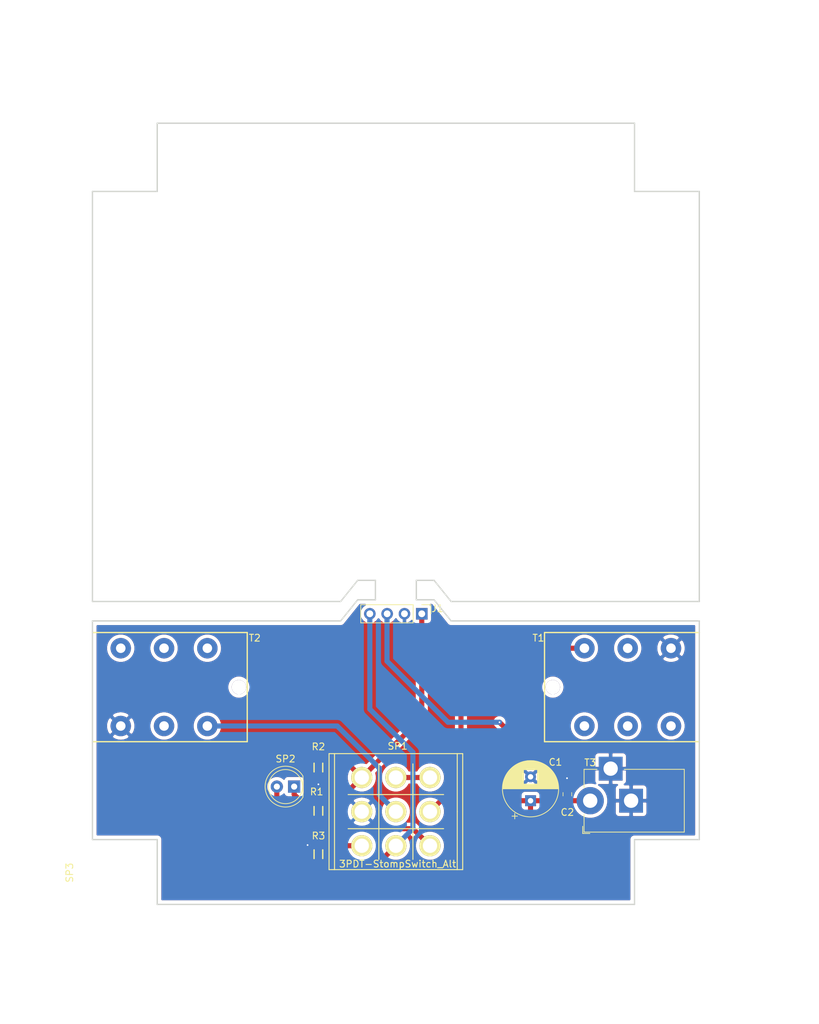
<source format=kicad_pcb>
(kicad_pcb (version 20171130) (host pcbnew "(5.1.2)-1")

  (general
    (thickness 1.6)
    (drawings 40)
    (tracks 61)
    (zones 0)
    (modules 12)
    (nets 18)
  )

  (page A4)
  (layers
    (0 F.Cu signal)
    (31 B.Cu signal)
    (32 B.Adhes user)
    (33 F.Adhes user)
    (34 B.Paste user)
    (35 F.Paste user)
    (36 B.SilkS user)
    (37 F.SilkS user)
    (38 B.Mask user)
    (39 F.Mask user)
    (40 Dwgs.User user)
    (41 Cmts.User user)
    (42 Eco1.User user)
    (43 Eco2.User user)
    (44 Edge.Cuts user)
    (45 Margin user)
    (46 B.CrtYd user)
    (47 F.CrtYd user)
    (48 B.Fab user)
    (49 F.Fab user hide)
  )

  (setup
    (last_trace_width 0.25)
    (trace_clearance 0.1524)
    (zone_clearance 0.508)
    (zone_45_only no)
    (trace_min 0.1524)
    (via_size 0.635)
    (via_drill 0.254)
    (via_min_size 0.635)
    (via_min_drill 0.254)
    (uvia_size 0.3)
    (uvia_drill 0.1)
    (uvias_allowed no)
    (uvia_min_size 0.2)
    (uvia_min_drill 0.1)
    (edge_width 0.05)
    (segment_width 0.2)
    (pcb_text_width 0.3)
    (pcb_text_size 1.5 1.5)
    (mod_edge_width 0.12)
    (mod_text_size 1 1)
    (mod_text_width 0.15)
    (pad_size 1.524 1.524)
    (pad_drill 0.762)
    (pad_to_mask_clearance 0.051)
    (solder_mask_min_width 0.25)
    (aux_axis_origin 0 0)
    (visible_elements 7FFFFFFF)
    (pcbplotparams
      (layerselection 0x010fc_ffffffff)
      (usegerberextensions false)
      (usegerberattributes false)
      (usegerberadvancedattributes false)
      (creategerberjobfile false)
      (excludeedgelayer true)
      (linewidth 0.100000)
      (plotframeref false)
      (viasonmask false)
      (mode 1)
      (useauxorigin false)
      (hpglpennumber 1)
      (hpglpenspeed 20)
      (hpglpendiameter 15.000000)
      (psnegative false)
      (psa4output false)
      (plotreference true)
      (plotvalue true)
      (plotinvisibletext false)
      (padsonsilk false)
      (subtractmaskfromsilk false)
      (outputformat 1)
      (mirror false)
      (drillshape 1)
      (scaleselection 1)
      (outputdirectory ""))
  )

  (net 0 "")
  (net 1 GND)
  (net 2 +9V)
  (net 3 "Net-(R1-Pad2)")
  (net 4 "Net-(R1-Pad1)")
  (net 5 "Net-(T1-Pad5)")
  (net 6 "Net-(T1-Pad3)")
  (net 7 "Net-(T1-Pad2)")
  (net 8 "Net-(T1-Pad1)")
  (net 9 "Net-(T2-Pad5)")
  (net 10 "Net-(T2-Pad3)")
  (net 11 "Net-(T2-Pad2)")
  (net 12 "Net-(T2-Pad1)")
  (net 13 /IN)
  (net 14 /OUT)
  (net 15 /Pedal_IN)
  (net 16 /Pedal_OUT)
  (net 17 /BYPASS)

  (net_class Default "This is the default net class."
    (clearance 0.1524)
    (trace_width 0.25)
    (via_dia 0.635)
    (via_drill 0.254)
    (uvia_dia 0.3)
    (uvia_drill 0.1)
    (add_net +9V)
    (add_net /BYPASS)
    (add_net /IN)
    (add_net /OUT)
    (add_net /Pedal_IN)
    (add_net /Pedal_OUT)
    (add_net GND)
    (add_net "Net-(R1-Pad1)")
    (add_net "Net-(R1-Pad2)")
    (add_net "Net-(T1-Pad1)")
    (add_net "Net-(T1-Pad2)")
    (add_net "Net-(T1-Pad3)")
    (add_net "Net-(T1-Pad5)")
    (add_net "Net-(T2-Pad1)")
    (add_net "Net-(T2-Pad2)")
    (add_net "Net-(T2-Pad3)")
    (add_net "Net-(T2-Pad5)")
  )

  (module AVR-KiCAD-Lib-Special:1590BB locked (layer F.Cu) (tedit 5CD60E47) (tstamp 5CD62AC8)
    (at 200 150 90)
    (path /5CD4DBCF)
    (fp_text reference SP3 (at 2.15 -89.85 90) (layer F.SilkS)
      (effects (font (size 1 1) (thickness 0.15)))
    )
    (fp_text value Hammond_1590BB (at 8.1 -89.8 90) (layer F.Fab)
      (effects (font (size 1 1) (thickness 0.15)))
    )
    (fp_line (start -20 -42) (end 130 -42) (layer Dwgs.User) (width 0.12))
    (fp_line (start 54.75 20) (end 54.75 -100) (layer Dwgs.User) (width 0.12))
    (fp_line (start 105.330166 0.581117) (end 104.331117 0.581117) (layer Dwgs.User) (width 0.2))
    (fp_line (start 104.331117 0.581117) (end 104.331117 1.580165) (layer Dwgs.User) (width 0.2))
    (fp_line (start 5.168883 1.580165) (end 5.168883 0.581117) (layer Dwgs.User) (width 0.2))
    (fp_line (start 5.168883 0.581117) (end 4.169835 0.581117) (layer Dwgs.User) (width 0.2))
    (fp_line (start 111.080166 -5.168883) (end 110.081117 -5.168883) (layer Dwgs.User) (width 0.2))
    (fp_line (start 110.081117 -5.168883) (end 110.081117 -4.169835) (layer Dwgs.User) (width 0.2))
    (fp_line (start 110.081117 -79.830166) (end 110.081117 -78.831117) (layer Dwgs.User) (width 0.2))
    (fp_line (start 110.081117 -78.831117) (end 111.080166 -78.831117) (layer Dwgs.User) (width 0.2))
    (fp_line (start -0.581117 -4.169835) (end -0.581117 -5.168883) (layer Dwgs.User) (width 0.2))
    (fp_line (start -0.581117 -5.168883) (end -1.580165 -5.168883) (layer Dwgs.User) (width 0.2))
    (fp_line (start -1.580165 -78.831117) (end -0.581117 -78.831117) (layer Dwgs.User) (width 0.2))
    (fp_line (start -0.581117 -78.831117) (end -0.581117 -79.830166) (layer Dwgs.User) (width 0.2))
    (fp_line (start 104.331117 -85.580166) (end 104.331117 -84.581117) (layer Dwgs.User) (width 0.2))
    (fp_line (start 104.331117 -84.581117) (end 105.330166 -84.581117) (layer Dwgs.User) (width 0.2))
    (fp_line (start 4.169835 -84.581117) (end 5.168883 -84.581117) (layer Dwgs.User) (width 0.2))
    (fp_line (start 5.168883 -84.581117) (end 5.168883 -85.580166) (layer Dwgs.User) (width 0.2))
    (fp_line (start 4.169835 -84) (end 5.168883 -84) (layer Dwgs.User) (width 0.2))
    (fp_line (start 5.168883 -84) (end 5.168883 -84.581117) (layer Dwgs.User) (width 0.2))
    (fp_line (start 4.169835 -84.581117) (end 4.169835 -84) (layer Dwgs.User) (width 0.2))
    (fp_line (start 3 -85.750952) (end 4.169835 -84.581117) (layer Dwgs.User) (width 0.2))
    (fp_line (start 5.168883 -85.580166) (end 3.999049 -86.75) (layer Dwgs.User) (width 0.2))
    (fp_line (start 5.168883 -84.581117) (end 104.331117 -84.581117) (layer Dwgs.User) (width 0.2))
    (fp_line (start 104.331117 -85.580166) (end 5.168883 -85.580166) (layer Dwgs.User) (width 0.2))
    (fp_line (start 0 -79.830166) (end 0 -78.831117) (layer Dwgs.User) (width 0.2))
    (fp_arc (start 0 -84) (end 0 -78.831117) (angle -90) (layer Dwgs.User) (width 0.2))
    (fp_arc (start 0 -84) (end 0 -79.830166) (angle -90) (layer Dwgs.User) (width 0.2))
    (fp_line (start 105.500952 -86.75) (end 104.331117 -85.580166) (layer Dwgs.User) (width 0.2))
    (fp_line (start 105.330166 -84.581117) (end 106.5 -85.750952) (layer Dwgs.User) (width 0.2))
    (fp_line (start 104.331117 -84) (end 105.330166 -84) (layer Dwgs.User) (width 0.2))
    (fp_line (start 105.330166 -84) (end 105.330166 -84.581117) (layer Dwgs.User) (width 0.2))
    (fp_line (start 104.331117 -84.581117) (end 104.331117 -84) (layer Dwgs.User) (width 0.2))
    (fp_line (start -0.581117 -78.831117) (end 0 -78.831117) (layer Dwgs.User) (width 0.2))
    (fp_line (start 0 -79.830166) (end -0.581117 -79.830166) (layer Dwgs.User) (width 0.2))
    (fp_line (start 109.5 -78.831117) (end 109.5 -79.830166) (layer Dwgs.User) (width 0.2))
    (fp_arc (start 109.5 -84) (end 105.330166 -84) (angle -90) (layer Dwgs.User) (width 0.2))
    (fp_arc (start 109.5 -84) (end 104.331117 -84) (angle -90) (layer Dwgs.User) (width 0.2))
    (fp_line (start -2.75 -80.000952) (end -1.580165 -78.831117) (layer Dwgs.User) (width 0.2))
    (fp_line (start -0.581117 -79.830166) (end -1.750951 -81) (layer Dwgs.User) (width 0.2))
    (fp_line (start -0.581117 -5.168883) (end -0.581117 -78.831117) (layer Dwgs.User) (width 0.2))
    (fp_line (start -1.580165 -78.831117) (end -1.580165 -5.168883) (layer Dwgs.User) (width 0.2))
    (fp_line (start 109.5 -78.831117) (end 110.081117 -78.831117) (layer Dwgs.User) (width 0.2))
    (fp_line (start 110.081117 -79.830166) (end 109.5 -79.830166) (layer Dwgs.User) (width 0.2))
    (fp_line (start -1.750951 -3) (end -0.581117 -4.169835) (layer Dwgs.User) (width 0.2))
    (fp_line (start -1.580165 -5.168883) (end -2.75 -3.999048) (layer Dwgs.User) (width 0.2))
    (fp_line (start 0 -4.169835) (end 0 -5.168883) (layer Dwgs.User) (width 0.2))
    (fp_line (start 0 -5.168883) (end -0.581117 -5.168883) (layer Dwgs.User) (width 0.2))
    (fp_line (start -0.581117 -4.169835) (end 0 -4.169835) (layer Dwgs.User) (width 0.2))
    (fp_line (start 111.250952 -81) (end 110.081117 -79.830166) (layer Dwgs.User) (width 0.2))
    (fp_line (start 111.080166 -78.831117) (end 112.25 -80.000952) (layer Dwgs.User) (width 0.2))
    (fp_line (start 110.081117 -78.831117) (end 110.081117 -5.168883) (layer Dwgs.User) (width 0.2))
    (fp_line (start 111.080166 -5.168883) (end 111.080166 -78.831117) (layer Dwgs.User) (width 0.2))
    (fp_line (start 4.169835 0) (end 5.168883 0) (layer Dwgs.User) (width 0.2))
    (fp_arc (start 0 0) (end 5.168883 0) (angle -90) (layer Dwgs.User) (width 0.2))
    (fp_arc (start 0 0) (end 4.169835 0) (angle -90) (layer Dwgs.User) (width 0.2))
    (fp_line (start 112.25 -3.999048) (end 111.080166 -5.168883) (layer Dwgs.User) (width 0.2))
    (fp_line (start 110.081117 -4.169835) (end 111.250952 -3) (layer Dwgs.User) (width 0.2))
    (fp_line (start 109.5 -5.168883) (end 109.5 -4.169835) (layer Dwgs.User) (width 0.2))
    (fp_line (start 109.5 -4.169835) (end 110.081117 -4.169835) (layer Dwgs.User) (width 0.2))
    (fp_line (start 110.081117 -5.168883) (end 109.5 -5.168883) (layer Dwgs.User) (width 0.2))
    (fp_line (start 5.168883 0.581117) (end 5.168883 0) (layer Dwgs.User) (width 0.2))
    (fp_line (start 4.169835 0) (end 4.169835 0.581117) (layer Dwgs.User) (width 0.2))
    (fp_line (start 104.331117 0) (end 105.330166 0) (layer Dwgs.User) (width 0.2))
    (fp_arc (start 109.5 0) (end 109.5 -4.169835) (angle -90) (layer Dwgs.User) (width 0.2))
    (fp_arc (start 109.5 0) (end 109.5 -5.168883) (angle -90) (layer Dwgs.User) (width 0.2))
    (fp_line (start 3.999049 2.75) (end 5.168883 1.580165) (layer Dwgs.User) (width 0.2))
    (fp_line (start 4.169835 0.581117) (end 3 1.750952) (layer Dwgs.User) (width 0.2))
    (fp_line (start 104.331117 0.581117) (end 5.168883 0.581117) (layer Dwgs.User) (width 0.2))
    (fp_line (start 5.168883 1.580165) (end 104.331117 1.580165) (layer Dwgs.User) (width 0.2))
    (fp_line (start 104.331117 0) (end 104.331117 0.581117) (layer Dwgs.User) (width 0.2))
    (fp_line (start 105.330166 0.581117) (end 105.330166 0) (layer Dwgs.User) (width 0.2))
    (fp_line (start 106.5 1.750952) (end 105.330166 0.581117) (layer Dwgs.User) (width 0.2))
    (fp_line (start 104.331117 1.580165) (end 105.500952 2.75) (layer Dwgs.User) (width 0.2))
    (fp_line (start 106.5 0) (end 106.5 1.750952) (layer Dwgs.User) (width 0.2))
    (fp_line (start 106.5 0) (end 105.330166 0) (layer Dwgs.User) (width 0.2))
    (fp_line (start 105.500952 2.75) (end 3.999049 2.75) (layer Dwgs.User) (width 0.2))
    (fp_line (start 3 0) (end 4.169835 0) (layer Dwgs.User) (width 0.2))
    (fp_line (start 3 1.750952) (end 3 0) (layer Dwgs.User) (width 0.2))
    (fp_line (start 0 -3) (end 0 -4.169835) (layer Dwgs.User) (width 0.2))
    (fp_arc (start 0 0) (end 3 0) (angle -90) (layer Dwgs.User) (width 0.2))
    (fp_line (start 0 -3) (end -1.750951 -3) (layer Dwgs.User) (width 0.2))
    (fp_line (start -2.75 -3.999048) (end -2.75 -80.000952) (layer Dwgs.User) (width 0.2))
    (fp_line (start 0 -81) (end 0 -79.830166) (layer Dwgs.User) (width 0.2))
    (fp_line (start -1.750951 -81) (end 0 -81) (layer Dwgs.User) (width 0.2))
    (fp_line (start 3 -84) (end 4.169835 -84) (layer Dwgs.User) (width 0.2))
    (fp_arc (start 0 -84) (end 0 -81) (angle -90) (layer Dwgs.User) (width 0.2))
    (fp_line (start 3 -84) (end 3 -85.750952) (layer Dwgs.User) (width 0.2))
    (fp_arc (start 109.5 0) (end 109.5 -3) (angle -90) (layer Dwgs.User) (width 0.2))
    (fp_line (start 109.5 -3) (end 109.5 -4.169835) (layer Dwgs.User) (width 0.2))
    (fp_line (start 111.250952 -3) (end 109.5 -3) (layer Dwgs.User) (width 0.2))
    (fp_line (start 112.25 -80.000952) (end 112.25 -3.999048) (layer Dwgs.User) (width 0.2))
    (fp_line (start 109.5 -81) (end 111.250952 -81) (layer Dwgs.User) (width 0.2))
    (fp_line (start 109.5 -81) (end 109.5 -79.830166) (layer Dwgs.User) (width 0.2))
    (fp_arc (start 109.5 -84) (end 106.5 -84) (angle -90) (layer Dwgs.User) (width 0.2))
    (fp_line (start 106.5 -84) (end 105.330166 -84) (layer Dwgs.User) (width 0.2))
    (fp_line (start 106.5 -85.750952) (end 106.5 -84) (layer Dwgs.User) (width 0.2))
    (fp_line (start 3.999049 -86.75) (end 105.500952 -86.75) (layer Dwgs.User) (width 0.2))
    (fp_circle (center 0 -84) (end 1.321 -84) (layer Dwgs.User) (width 0.2))
    (fp_circle (center 0 -84) (end 1.75 -84) (layer Dwgs.User) (width 0.2))
    (fp_circle (center 109.5 0) (end 110.821 0) (layer Dwgs.User) (width 0.2))
    (fp_circle (center 109.5 0) (end 111.25 0) (layer Dwgs.User) (width 0.2))
    (fp_circle (center 0 0) (end 1.321 0) (layer Dwgs.User) (width 0.2))
    (fp_circle (center 0 0) (end 1.75 0) (layer Dwgs.User) (width 0.2))
    (fp_circle (center 109.5 -84) (end 110.821 -84) (layer Dwgs.User) (width 0.2))
    (fp_circle (center 109.5 -84) (end 111.25 -84) (layer Dwgs.User) (width 0.2))
    (fp_curve (pts (xy 96.185709 -34.536037) (xy 96.170337 -34.587277) (xy 96.161286 -34.651595) (xy 96.155698 -34.713437)) (layer Dwgs.User) (width 0.2))
    (fp_curve (pts (xy 96.155698 -34.713437) (xy 96.147982 -34.79882) (xy 96.145694 -34.893419) (xy 96.145694 -34.978872)) (layer Dwgs.User) (width 0.2))
    (fp_line (start 96.145694 -34.978872) (end 96.145694 -35.733826) (layer Dwgs.User) (width 0.2))
    (fp_line (start 96.145694 -35.733826) (end 97.202096 -35.733826) (layer Dwgs.User) (width 0.2))
    (fp_line (start 97.202096 -35.733826) (end 97.202096 -35.034893) (layer Dwgs.User) (width 0.2))
    (fp_curve (pts (xy 97.202096 -35.034893) (xy 97.202096 -34.923295) (xy 97.198838 -34.794414) (xy 97.186599 -34.682858)) (layer Dwgs.User) (width 0.2))
    (fp_curve (pts (xy 97.186599 -34.682858) (xy 97.174076 -34.56872) (xy 97.156108 -34.506058) (xy 97.136247 -34.459593)) (layer Dwgs.User) (width 0.2))
    (fp_curve (pts (xy 97.136247 -34.459593) (xy 97.11458 -34.4089) (xy 97.084757 -34.363609) (xy 97.045754 -34.324647)) (layer Dwgs.User) (width 0.2))
    (fp_curve (pts (xy 97.045754 -34.324647) (xy 96.999263 -34.278206) (xy 96.944757 -34.245704) (xy 96.890939 -34.223456)) (layer Dwgs.User) (width 0.2))
    (fp_curve (pts (xy 96.890939 -34.223456) (xy 96.819282 -34.193834) (xy 96.743422 -34.181235) (xy 96.665892 -34.181235)) (layer Dwgs.User) (width 0.2))
    (fp_curve (pts (xy 96.665892 -34.181235) (xy 96.619238 -34.181235) (xy 96.572396 -34.18554) (xy 96.526907 -34.195932)) (layer Dwgs.User) (width 0.2))
    (fp_curve (pts (xy 96.526907 -34.195932) (xy 96.485539 -34.205383) (xy 96.445817 -34.219745) (xy 96.408542 -34.240025)) (layer Dwgs.User) (width 0.2))
    (fp_curve (pts (xy 96.408542 -34.240025) (xy 96.370249 -34.26086) (xy 96.324517 -34.293053) (xy 96.281737 -34.346342)) (layer Dwgs.User) (width 0.2))
    (fp_curve (pts (xy 96.281737 -34.346342) (xy 96.23697 -34.402108) (xy 96.206438 -34.46763) (xy 96.185709 -34.536037)) (layer Dwgs.User) (width 0.2))
    (fp_curve (pts (xy 94.545084 -34.546707) (xy 94.538448 -34.584311) (xy 94.534989 -34.633198) (xy 94.53308 -34.670755)) (layer Dwgs.User) (width 0.2))
    (fp_curve (pts (xy 94.53308 -34.670755) (xy 94.529968 -34.731942) (xy 94.529078 -34.800468) (xy 94.529078 -34.861494)) (layer Dwgs.User) (width 0.2))
    (fp_line (start 94.529078 -34.861494) (end 94.529078 -35.733826) (layer Dwgs.User) (width 0.2))
    (fp_line (start 94.529078 -35.733826) (end 95.732203 -35.733826) (layer Dwgs.User) (width 0.2))
    (fp_line (start 95.732203 -35.733826) (end 95.732203 -34.925518) (layer Dwgs.User) (width 0.2))
    (fp_curve (pts (xy 95.732203 -34.925518) (xy 95.732203 -34.817183) (xy 95.727557 -34.699155) (xy 95.712514 -34.591588)) (layer Dwgs.User) (width 0.2))
    (fp_curve (pts (xy 95.712514 -34.591588) (xy 95.69645 -34.476718) (xy 95.67326 -34.407288) (xy 95.652778 -34.360326)) (layer Dwgs.User) (width 0.2))
    (fp_curve (pts (xy 95.652778 -34.360326) (xy 95.624822 -34.296229) (xy 95.586611 -34.239016) (xy 95.536808 -34.189926)) (layer Dwgs.User) (width 0.2))
    (fp_curve (pts (xy 95.536808 -34.189926) (xy 95.491792 -34.145554) (xy 95.434683 -34.104568) (xy 95.364026 -34.075363)) (layer Dwgs.User) (width 0.2))
    (fp_curve (pts (xy 95.364026 -34.075363) (xy 95.290141 -34.044824) (xy 95.211914 -34.031845) (xy 95.131974 -34.031845)) (layer Dwgs.User) (width 0.2))
    (fp_curve (pts (xy 95.131974 -34.031845) (xy 95.061996 -34.031845) (xy 94.992462 -34.040863) (xy 94.925929 -34.062587)) (layer Dwgs.User) (width 0.2))
    (fp_curve (pts (xy 94.925929 -34.062587) (xy 94.848827 -34.087763) (xy 94.793865 -34.123852) (xy 94.757703 -34.151445)) (layer Dwgs.User) (width 0.2))
    (fp_curve (pts (xy 94.757703 -34.151445) (xy 94.689435 -34.203535) (xy 94.653395 -34.256789) (xy 94.632466 -34.293118)) (layer Dwgs.User) (width 0.2))
    (fp_curve (pts (xy 94.632466 -34.293118) (xy 94.587946 -34.370397) (xy 94.561148 -34.459084) (xy 94.545084 -34.546707)) (layer Dwgs.User) (width 0.2))
    (fp_line (start 94.115587 -36.198003) (end 94.115587 -34.864162) (layer Dwgs.User) (width 0.2))
    (fp_curve (pts (xy 94.115587 -34.864162) (xy 94.115587 -34.715019) (xy 94.124253 -34.556789) (xy 94.150261 -34.409695)) (layer Dwgs.User) (width 0.2))
    (fp_curve (pts (xy 94.150261 -34.409695) (xy 94.178325 -34.250973) (xy 94.219229 -34.144812) (xy 94.253512 -34.072037)) (layer Dwgs.User) (width 0.2))
    (fp_curve (pts (xy 94.253512 -34.072037) (xy 94.313003 -33.945754) (xy 94.379492 -33.871151) (xy 94.42635 -33.8264)) (layer Dwgs.User) (width 0.2))
    (fp_curve (pts (xy 94.42635 -33.8264) (xy 94.543855 -33.71418) (xy 94.68017 -33.653256) (xy 94.730869 -33.63209)) (layer Dwgs.User) (width 0.2))
    (fp_curve (pts (xy 94.730869 -33.63209) (xy 94.858123 -33.578963) (xy 94.991409 -33.554329) (xy 95.129307 -33.554329)) (layer Dwgs.User) (width 0.2))
    (fp_curve (pts (xy 95.129307 -33.554329) (xy 95.206421 -33.554329) (xy 95.283061 -33.56242) (xy 95.357964 -33.580772)) (layer Dwgs.User) (width 0.2))
    (fp_curve (pts (xy 95.357964 -33.580772) (xy 95.429164 -33.598216) (xy 95.496937 -33.624477) (xy 95.561005 -33.660099)) (layer Dwgs.User) (width 0.2))
    (fp_curve (pts (xy 95.561005 -33.660099) (xy 95.622279 -33.694167) (xy 95.715722 -33.755095) (xy 95.803595 -33.866107)) (layer Dwgs.User) (width 0.2))
    (fp_curve (pts (xy 95.803595 -33.866107) (xy 95.885344 -33.969381) (xy 95.940762 -34.089511) (xy 95.97763 -34.215915)) (layer Dwgs.User) (width 0.2))
    (fp_curve (pts (xy 95.97763 -34.215915) (xy 96.026501 -34.11711) (xy 96.088422 -34.024958) (xy 96.167495 -33.948112)) (layer Dwgs.User) (width 0.2))
    (fp_curve (pts (xy 96.167495 -33.948112) (xy 96.250593 -33.867356) (xy 96.339255 -33.817714) (xy 96.415669 -33.785755)) (layer Dwgs.User) (width 0.2))
    (fp_curve (pts (xy 96.415669 -33.785755) (xy 96.512769 -33.745144) (xy 96.613995 -33.725061) (xy 96.719246 -33.725061)) (layer Dwgs.User) (width 0.2))
    (fp_curve (pts (xy 96.719246 -33.725061) (xy 96.788054 -33.725061) (xy 96.855842 -33.733339) (xy 96.922566 -33.750145)) (layer Dwgs.User) (width 0.2))
    (fp_curve (pts (xy 96.922566 -33.750145) (xy 96.990567 -33.767273) (xy 97.055532 -33.792772) (xy 97.117605 -33.825397)) (layer Dwgs.User) (width 0.2))
    (fp_curve (pts (xy 97.117605 -33.825397) (xy 97.20109 -33.869277) (xy 97.290541 -33.931002) (xy 97.368995 -34.020604)) (layer Dwgs.User) (width 0.2))
    (fp_curve (pts (xy 97.368995 -34.020604) (xy 97.433145 -34.093871) (xy 97.494606 -34.18856) (xy 97.539673 -34.322451)) (layer Dwgs.User) (width 0.2))
    (fp_curve (pts (xy 97.539673 -34.322451) (xy 97.596092 -34.490071) (xy 97.615587 -34.687521) (xy 97.615587 -34.885503)) (layer Dwgs.User) (width 0.2))
    (fp_line (start 97.615587 -34.885503) (end 97.615587 -36.198003) (layer Dwgs.User) (width 0.2))
    (fp_line (start 97.615587 -36.198003) (end 94.115587 -36.198003) (layer Dwgs.User) (width 0.2))
    (fp_line (start 99.623546 -54.50231) (end 99.623546 -54.038133) (layer Dwgs.User) (width 0.2))
    (fp_line (start 99.623546 -54.038133) (end 101.272174 -54.038133) (layer Dwgs.User) (width 0.2))
    (fp_line (start 101.272174 -54.038133) (end 101.272174 -52.224109) (layer Dwgs.User) (width 0.2))
    (fp_line (start 101.272174 -52.224109) (end 99.623546 -52.224109) (layer Dwgs.User) (width 0.2))
    (fp_line (start 99.623546 -52.224109) (end 99.623546 -51.759932) (layer Dwgs.User) (width 0.2))
    (fp_line (start 99.623546 -51.759932) (end 103.123546 -51.759932) (layer Dwgs.User) (width 0.2))
    (fp_line (start 103.123546 -51.759932) (end 103.123546 -52.224109) (layer Dwgs.User) (width 0.2))
    (fp_line (start 103.123546 -52.224109) (end 101.685665 -52.224109) (layer Dwgs.User) (width 0.2))
    (fp_line (start 101.685665 -52.224109) (end 101.685665 -54.038133) (layer Dwgs.User) (width 0.2))
    (fp_line (start 101.685665 -54.038133) (end 103.123546 -54.038133) (layer Dwgs.User) (width 0.2))
    (fp_line (start 103.123546 -54.038133) (end 103.123546 -54.50231) (layer Dwgs.User) (width 0.2))
    (fp_line (start 103.123546 -54.50231) (end 99.623546 -54.50231) (layer Dwgs.User) (width 0.2))
    (fp_line (start 99.623546 -51.37045) (end 99.623546 -50.879597) (layer Dwgs.User) (width 0.2))
    (fp_line (start 99.623546 -50.879597) (end 100.682616 -50.49545) (layer Dwgs.User) (width 0.2))
    (fp_line (start 100.682616 -50.49545) (end 100.682616 -49.028225) (layer Dwgs.User) (width 0.2))
    (fp_line (start 100.682616 -49.028225) (end 99.623546 -48.622737) (layer Dwgs.User) (width 0.2))
    (fp_line (start 99.623546 -48.622737) (end 99.623546 -48.094536) (layer Dwgs.User) (width 0.2))
    (fp_line (start 99.623546 -48.094536) (end 103.123546 -49.524414) (layer Dwgs.User) (width 0.2))
    (fp_line (start 103.123546 -49.524414) (end 103.123546 -50.025938) (layer Dwgs.User) (width 0.2))
    (fp_line (start 103.123546 -50.025938) (end 99.623546 -51.37045) (layer Dwgs.User) (width 0.2))
    (fp_line (start 102.029796 -49.54042) (end 101.058759 -49.17228) (layer Dwgs.User) (width 0.2))
    (fp_line (start 101.058759 -49.17228) (end 101.058759 -50.362066) (layer Dwgs.User) (width 0.2))
    (fp_line (start 101.058759 -50.362066) (end 102.085817 -49.975252) (layer Dwgs.User) (width 0.2))
    (fp_curve (pts (xy 102.085817 -49.975252) (xy 102.195943 -49.935607) (xy 102.307319 -49.899736) (xy 102.419944 -49.867878)) (layer Dwgs.User) (width 0.2))
    (fp_curve (pts (xy 102.419944 -49.867878) (xy 102.530779 -49.836526) (xy 102.642599 -49.809124) (xy 102.755405 -49.785847)) (layer Dwgs.User) (width 0.2))
    (fp_curve (pts (xy 102.755405 -49.785847) (xy 102.649159 -49.755777) (xy 102.537043 -49.719796) (xy 102.432616 -49.684475)) (layer Dwgs.User) (width 0.2))
    (fp_curve (pts (xy 102.432616 -49.684475) (xy 102.299341 -49.639396) (xy 102.161487 -49.589606) (xy 102.029796 -49.54042)) (layer Dwgs.User) (width 0.2))
    (fp_line (start 99.623546 -47.739734) (end 99.623546 -47.294231) (layer Dwgs.User) (width 0.2))
    (fp_line (start 99.623546 -47.294231) (end 102.603348 -47.294231) (layer Dwgs.User) (width 0.2))
    (fp_line (start 102.603348 -47.294231) (end 99.623546 -46.280511) (layer Dwgs.User) (width 0.2))
    (fp_line (start 99.623546 -46.280511) (end 99.623546 -45.864353) (layer Dwgs.User) (width 0.2))
    (fp_line (start 99.623546 -45.864353) (end 102.552662 -44.84263) (layer Dwgs.User) (width 0.2))
    (fp_line (start 102.552662 -44.84263) (end 99.623546 -44.84263) (layer Dwgs.User) (width 0.2))
    (fp_line (start 99.623546 -44.84263) (end 99.623546 -44.397127) (layer Dwgs.User) (width 0.2))
    (fp_line (start 99.623546 -44.397127) (end 103.123546 -44.397127) (layer Dwgs.User) (width 0.2))
    (fp_line (start 103.123546 -44.397127) (end 103.123546 -45.018697) (layer Dwgs.User) (width 0.2))
    (fp_line (start 103.123546 -45.018697) (end 100.687951 -45.859018) (layer Dwgs.User) (width 0.2))
    (fp_curve (pts (xy 100.687951 -45.859018) (xy 100.582487 -45.895437) (xy 100.468559 -45.934371) (xy 100.362494 -45.969726)) (layer Dwgs.User) (width 0.2))
    (fp_curve (pts (xy 100.362494 -45.969726) (xy 100.288537 -45.994379) (xy 100.202635 -46.022548) (xy 100.127738 -46.045755)) (layer Dwgs.User) (width 0.2))
    (fp_curve (pts (xy 100.127738 -46.045755) (xy 100.195767 -46.067014) (xy 100.275159 -46.092584) (xy 100.342486 -46.114448)) (layer Dwgs.User) (width 0.2))
    (fp_curve (pts (xy 100.342486 -46.114448) (xy 100.440878 -46.1464) (xy 100.547275 -46.181406) (xy 100.645268 -46.213819)) (layer Dwgs.User) (width 0.2))
    (fp_line (start 100.645268 -46.213819) (end 103.123546 -47.043469) (layer Dwgs.User) (width 0.2))
    (fp_line (start 103.123546 -47.043469) (end 103.123546 -47.739734) (layer Dwgs.User) (width 0.2))
    (fp_line (start 103.123546 -47.739734) (end 99.623546 -47.739734) (layer Dwgs.User) (width 0.2))
    (fp_line (start 99.623546 -43.666182) (end 99.623546 -43.220679) (layer Dwgs.User) (width 0.2))
    (fp_line (start 99.623546 -43.220679) (end 102.603348 -43.220679) (layer Dwgs.User) (width 0.2))
    (fp_line (start 102.603348 -43.220679) (end 99.623546 -42.20696) (layer Dwgs.User) (width 0.2))
    (fp_line (start 99.623546 -42.20696) (end 99.623546 -41.790801) (layer Dwgs.User) (width 0.2))
    (fp_line (start 99.623546 -41.790801) (end 102.552662 -40.769079) (layer Dwgs.User) (width 0.2))
    (fp_line (start 102.552662 -40.769079) (end 99.623546 -40.769079) (layer Dwgs.User) (width 0.2))
    (fp_line (start 99.623546 -40.769079) (end 99.623546 -40.323576) (layer Dwgs.User) (width 0.2))
    (fp_line (start 99.623546 -40.323576) (end 103.123546 -40.323576) (layer Dwgs.User) (width 0.2))
    (fp_line (start 103.123546 -40.323576) (end 103.123546 -40.945146) (layer Dwgs.User) (width 0.2))
    (fp_line (start 103.123546 -40.945146) (end 100.687951 -41.785466) (layer Dwgs.User) (width 0.2))
    (fp_curve (pts (xy 100.687951 -41.785466) (xy 100.582487 -41.821885) (xy 100.468559 -41.860819) (xy 100.362494 -41.896175)) (layer Dwgs.User) (width 0.2))
    (fp_curve (pts (xy 100.362494 -41.896175) (xy 100.288537 -41.920827) (xy 100.202635 -41.948996) (xy 100.127738 -41.972204)) (layer Dwgs.User) (width 0.2))
    (fp_curve (pts (xy 100.127738 -41.972204) (xy 100.195767 -41.993463) (xy 100.275159 -42.019032) (xy 100.342486 -42.040896)) (layer Dwgs.User) (width 0.2))
    (fp_curve (pts (xy 100.342486 -42.040896) (xy 100.440878 -42.072848) (xy 100.547275 -42.107854) (xy 100.645268 -42.140268)) (layer Dwgs.User) (width 0.2))
    (fp_line (start 100.645268 -42.140268) (end 103.123546 -42.969917) (layer Dwgs.User) (width 0.2))
    (fp_line (start 103.123546 -42.969917) (end 103.123546 -43.666182) (layer Dwgs.User) (width 0.2))
    (fp_line (start 103.123546 -43.666182) (end 99.623546 -43.666182) (layer Dwgs.User) (width 0.2))
    (fp_curve (pts (xy 101.373546 -36.847585) (xy 101.132588 -36.847585) (xy 100.883879 -36.879591) (xy 100.66164 -36.973529)) (layer Dwgs.User) (width 0.2))
    (fp_curve (pts (xy 100.66164 -36.973529) (xy 100.500071 -37.041823) (xy 100.378673 -37.131681) (xy 100.280714 -37.232049)) (layer Dwgs.User) (width 0.2))
    (fp_curve (pts (xy 100.280714 -37.232049) (xy 100.181656 -37.333543) (xy 100.103427 -37.449064) (xy 100.049304 -37.580153)) (layer Dwgs.User) (width 0.2))
    (fp_curve (pts (xy 100.049304 -37.580153) (xy 99.988164 -37.728241) (xy 99.962342 -37.885182) (xy 99.962342 -38.045374)) (layer Dwgs.User) (width 0.2))
    (fp_curve (pts (xy 99.962342 -38.045374) (xy 99.962342 -38.128074) (xy 99.969388 -38.210487) (xy 99.985063 -38.291691)) (layer Dwgs.User) (width 0.2))
    (fp_curve (pts (xy 99.985063 -38.291691) (xy 99.999964 -38.368889) (xy 100.022444 -38.443853) (xy 100.053226 -38.516201)) (layer Dwgs.User) (width 0.2))
    (fp_curve (pts (xy 100.053226 -38.516201) (xy 100.11213 -38.654645) (xy 100.197952 -38.775316) (xy 100.305597 -38.880425)) (layer Dwgs.User) (width 0.2))
    (fp_curve (pts (xy 100.305597 -38.880425) (xy 100.382878 -38.955885) (xy 100.506605 -39.057898) (xy 100.698886 -39.133855)) (layer Dwgs.User) (width 0.2))
    (fp_curve (pts (xy 100.698886 -39.133855) (xy 100.896219 -39.211807) (xy 101.110835 -39.240496) (xy 101.32286 -39.240496)) (layer Dwgs.User) (width 0.2))
    (fp_curve (pts (xy 101.32286 -39.240496) (xy 101.479571 -39.240496) (xy 101.64096 -39.230015) (xy 101.795209 -39.201779)) (layer Dwgs.User) (width 0.2))
    (fp_curve (pts (xy 101.795209 -39.201779) (xy 101.92329 -39.178333) (xy 102.051313 -39.141765) (xy 102.168873 -39.085628)) (layer Dwgs.User) (width 0.2))
    (fp_curve (pts (xy 102.168873 -39.085628) (xy 102.272297 -39.036242) (xy 102.366604 -38.97221) (xy 102.446143 -38.889677)) (layer Dwgs.User) (width 0.2))
    (fp_curve (pts (xy 102.446143 -38.889677) (xy 102.550921 -38.780955) (xy 102.63874 -38.651743) (xy 102.696751 -38.512339)) (layer Dwgs.User) (width 0.2))
    (fp_curve (pts (xy 102.696751 -38.512339) (xy 102.759447 -38.36168) (xy 102.787418 -38.203217) (xy 102.787418 -38.040039)) (layer Dwgs.User) (width 0.2))
    (fp_curve (pts (xy 102.787418 -38.040039) (xy 102.787418 -37.954287) (xy 102.779405 -37.869099) (xy 102.761947 -37.785141)) (layer Dwgs.User) (width 0.2))
    (fp_curve (pts (xy 102.761947 -37.785141) (xy 102.745072 -37.703989) (xy 102.719706 -37.625591) (xy 102.685534 -37.550075)) (layer Dwgs.User) (width 0.2))
    (fp_curve (pts (xy 102.685534 -37.550075) (xy 102.640451 -37.450446) (xy 102.567181 -37.326153) (xy 102.448475 -37.211677)) (layer Dwgs.User) (width 0.2))
    (fp_curve (pts (xy 102.448475 -37.211677) (xy 102.366377 -37.132504) (xy 102.243658 -37.038864) (xy 102.055056 -36.964557)) (layer Dwgs.User) (width 0.2))
    (fp_curve (pts (xy 102.055056 -36.964557) (xy 101.839138 -36.879487) (xy 101.605484 -36.847585) (xy 101.373546 -36.847585)) (layer Dwgs.User) (width 0.2))
    (fp_curve (pts (xy 101.328195 -39.718012) (xy 101.18723 -39.718012) (xy 101.047623 -39.704012) (xy 100.909725 -39.674763)) (layer Dwgs.User) (width 0.2))
    (fp_curve (pts (xy 100.909725 -39.674763) (xy 100.772735 -39.645707) (xy 100.640408 -39.602233) (xy 100.512591 -39.545019)) (layer Dwgs.User) (width 0.2))
    (fp_curve (pts (xy 100.512591 -39.545019) (xy 100.370061 -39.481218) (xy 100.192128 -39.382013) (xy 100.023889 -39.211208)) (layer Dwgs.User) (width 0.2))
    (fp_curve (pts (xy 100.023889 -39.211208) (xy 99.882506 -39.067669) (xy 99.768562 -38.89458) (xy 99.691195 -38.708124)) (layer Dwgs.User) (width 0.2))
    (fp_curve (pts (xy 99.691195 -38.708124) (xy 99.603196 -38.496046) (xy 99.564857 -38.272301) (xy 99.564857 -38.042707)) (layer Dwgs.User) (width 0.2))
    (fp_curve (pts (xy 99.564857 -38.042707) (xy 99.564857 -37.918307) (xy 99.577051 -37.795044) (xy 99.602719 -37.67332)) (layer Dwgs.User) (width 0.2))
    (fp_curve (pts (xy 99.602719 -37.67332) (xy 99.628092 -37.552993) (xy 99.666087 -37.436754) (xy 99.716305 -37.324501)) (layer Dwgs.User) (width 0.2))
    (fp_curve (pts (xy 99.716305 -37.324501) (xy 99.823594 -37.084676) (xy 99.952455 -36.939463) (xy 100.027844 -36.86432)) (layer Dwgs.User) (width 0.2))
    (fp_curve (pts (xy 100.027844 -36.86432) (xy 100.194041 -36.698665) (xy 100.383656 -36.592048) (xy 100.553747 -36.521893)) (layer Dwgs.User) (width 0.2))
    (fp_curve (pts (xy 100.553747 -36.521893) (xy 100.812946 -36.414985) (xy 101.087867 -36.370069) (xy 101.36821 -36.370069)) (layer Dwgs.User) (width 0.2))
    (fp_curve (pts (xy 101.36821 -36.370069) (xy 101.519977 -36.370069) (xy 101.6715 -36.382834) (xy 101.820488 -36.41178)) (layer Dwgs.User) (width 0.2))
    (fp_curve (pts (xy 101.820488 -36.41178) (xy 101.960398 -36.438962) (xy 102.096266 -36.480062) (xy 102.226965 -36.536912)) (layer Dwgs.User) (width 0.2))
    (fp_curve (pts (xy 102.226965 -36.536912) (xy 102.465958 -36.640865) (xy 102.617712 -36.766094) (xy 102.714821 -36.862205)) (layer Dwgs.User) (width 0.2))
    (fp_curve (pts (xy 102.714821 -36.862205) (xy 102.906232 -37.051651) (xy 103.006569 -37.253512) (xy 103.057033 -37.374857)) (layer Dwgs.User) (width 0.2))
    (fp_curve (pts (xy 103.057033 -37.374857) (xy 103.145613 -37.587851) (xy 103.184902 -37.812038) (xy 103.184902 -38.042707)) (layer Dwgs.User) (width 0.2))
    (fp_curve (pts (xy 103.184902 -38.042707) (xy 103.184902 -38.165186) (xy 103.174761 -38.287484) (xy 103.151795 -38.407797)) (layer Dwgs.User) (width 0.2))
    (fp_curve (pts (xy 103.151795 -38.407797) (xy 103.130225 -38.520791) (xy 103.097608 -38.630649) (xy 103.052472 -38.73646)) (layer Dwgs.User) (width 0.2))
    (fp_curve (pts (xy 103.052472 -38.73646) (xy 102.971447 -38.926401) (xy 102.854787 -39.092264) (xy 102.706798 -39.236283)) (layer Dwgs.User) (width 0.2))
    (fp_curve (pts (xy 102.706798 -39.236283) (xy 102.608741 -39.33171) (xy 102.442745 -39.470323) (xy 102.179435 -39.573783)) (layer Dwgs.User) (width 0.2))
    (fp_curve (pts (xy 102.179435 -39.573783) (xy 101.910367 -39.679506) (xy 101.617068 -39.718012) (xy 101.328195 -39.718012)) (layer Dwgs.User) (width 0.2))
    (fp_line (start 99.623546 -35.777844) (end 99.623546 -35.335009) (layer Dwgs.User) (width 0.2))
    (fp_line (start 99.623546 -35.335009) (end 102.371259 -35.335009) (layer Dwgs.User) (width 0.2))
    (fp_line (start 102.371259 -35.335009) (end 99.623546 -33.494307) (layer Dwgs.User) (width 0.2))
    (fp_line (start 99.623546 -33.494307) (end 99.623546 -33.01946) (layer Dwgs.User) (width 0.2))
    (fp_line (start 99.623546 -33.01946) (end 103.123546 -33.01946) (layer Dwgs.User) (width 0.2))
    (fp_line (start 103.123546 -33.01946) (end 103.123546 -33.462295) (layer Dwgs.User) (width 0.2))
    (fp_line (start 103.123546 -33.462295) (end 100.375832 -33.462295) (layer Dwgs.User) (width 0.2))
    (fp_line (start 100.375832 -33.462295) (end 103.123546 -35.302996) (layer Dwgs.User) (width 0.2))
    (fp_line (start 103.123546 -35.302996) (end 103.123546 -35.777844) (layer Dwgs.User) (width 0.2))
    (fp_line (start 103.123546 -35.777844) (end 99.623546 -35.777844) (layer Dwgs.User) (width 0.2))
    (fp_line (start 99.623546 -32.243164) (end 99.623546 -30.978682) (layer Dwgs.User) (width 0.2))
    (fp_curve (pts (xy 99.623546 -30.978682) (xy 99.623546 -30.753973) (xy 99.645898 -30.45996) (xy 99.754617 -30.197841)) (layer Dwgs.User) (width 0.2))
    (fp_curve (pts (xy 99.754617 -30.197841) (xy 99.814219 -30.054141) (xy 99.893382 -29.935574) (xy 100.004368 -29.825928)) (layer Dwgs.User) (width 0.2))
    (fp_curve (pts (xy 100.004368 -29.825928) (xy 100.113312 -29.7183) (xy 100.254845 -29.606918) (xy 100.492855 -29.510207)) (layer Dwgs.User) (width 0.2))
    (fp_curve (pts (xy 100.492855 -29.510207) (xy 100.84065 -29.368887) (xy 101.176539 -29.348728) (xy 101.39222 -29.348728)) (layer Dwgs.User) (width 0.2))
    (fp_curve (pts (xy 101.39222 -29.348728) (xy 101.576827 -29.348728) (xy 101.76272 -29.364658) (xy 101.943227 -29.403524)) (layer Dwgs.User) (width 0.2))
    (fp_curve (pts (xy 101.943227 -29.403524) (xy 102.115867 -29.440696) (xy 102.270226 -29.495047) (xy 102.408332 -29.568097)) (layer Dwgs.User) (width 0.2))
    (fp_curve (pts (xy 102.408332 -29.568097) (xy 102.56774 -29.652415) (xy 102.706389 -29.76262) (xy 102.822098 -29.900939)) (layer Dwgs.User) (width 0.2))
    (fp_curve (pts (xy 102.822098 -29.900939) (xy 102.883322 -29.972067) (xy 102.934222 -30.050071) (xy 102.975489 -30.134361)) (layer Dwgs.User) (width 0.2))
    (fp_curve (pts (xy 102.975489 -30.134361) (xy 103.018966 -30.223164) (xy 103.05069 -30.316782) (xy 103.07286 -30.413134)) (layer Dwgs.User) (width 0.2))
    (fp_curve (pts (xy 103.07286 -30.413134) (xy 103.092506 -30.49689) (xy 103.103937 -30.5918) (xy 103.110874 -30.677234)) (layer Dwgs.User) (width 0.2))
    (fp_curve (pts (xy 103.110874 -30.677234) (xy 103.120397 -30.794513) (xy 103.123546 -30.919901) (xy 103.123546 -31.037371)) (layer Dwgs.User) (width 0.2))
    (fp_line (start 103.123546 -31.037371) (end 103.123546 -32.243164) (layer Dwgs.User) (width 0.2))
    (fp_line (start 103.123546 -32.243164) (end 99.623546 -32.243164) (layer Dwgs.User) (width 0.2))
    (fp_curve (pts (xy 100.282463 -30.17571) (xy 100.2415 -30.215742) (xy 100.207203 -30.261578) (xy 100.178424 -30.311095)) (layer Dwgs.User) (width 0.2))
    (fp_curve (pts (xy 100.178424 -30.311095) (xy 100.146121 -30.366674) (xy 100.120888 -30.426694) (xy 100.101061 -30.487829)) (layer Dwgs.User) (width 0.2))
    (fp_curve (pts (xy 100.101061 -30.487829) (xy 100.079315 -30.554878) (xy 100.037037 -30.706595) (xy 100.037037 -31.032036)) (layer Dwgs.User) (width 0.2))
    (fp_line (start 100.037037 -31.032036) (end 100.037037 -31.778987) (layer Dwgs.User) (width 0.2))
    (fp_line (start 100.037037 -31.778987) (end 102.710055 -31.778987) (layer Dwgs.User) (width 0.2))
    (fp_line (start 102.710055 -31.778987) (end 102.710055 -31.042707) (layer Dwgs.User) (width 0.2))
    (fp_curve (pts (xy 102.710055 -31.042707) (xy 102.710055 -30.927837) (xy 102.705831 -30.802256) (xy 102.692048 -30.687905)) (layer Dwgs.User) (width 0.2))
    (fp_curve (pts (xy 102.692048 -30.687905) (xy 102.681733 -30.602331) (xy 102.665241 -30.5157) (xy 102.638027 -30.445146)) (layer Dwgs.User) (width 0.2))
    (fp_curve (pts (xy 102.638027 -30.445146) (xy 102.615153 -30.385178) (xy 102.584702 -30.329222) (xy 102.547347 -30.277029)) (layer Dwgs.User) (width 0.2))
    (fp_curve (pts (xy 102.547347 -30.277029) (xy 102.507854 -30.221849) (xy 102.461582 -30.172187) (xy 102.410611 -30.127398)) (layer Dwgs.User) (width 0.2))
    (fp_curve (pts (xy 102.410611 -30.127398) (xy 102.333389 -30.059541) (xy 102.229323 -29.98) (xy 102.061064 -29.920148)) (layer Dwgs.User) (width 0.2))
    (fp_curve (pts (xy 102.061064 -29.920148) (xy 101.864944 -29.850386) (xy 101.633139 -29.826243) (xy 101.400223 -29.826243)) (layer Dwgs.User) (width 0.2))
    (fp_curve (pts (xy 101.400223 -29.826243) (xy 101.245185 -29.826243) (xy 101.085022 -29.836745) (xy 100.932548 -29.865441)) (layer Dwgs.User) (width 0.2))
    (fp_curve (pts (xy 100.932548 -29.865441) (xy 100.761764 -29.897582) (xy 100.646622 -29.943546) (xy 100.566381 -29.981292)) (layer Dwgs.User) (width 0.2))
    (fp_curve (pts (xy 100.566381 -29.981292) (xy 100.461681 -30.030545) (xy 100.3643 -30.093873) (xy 100.282463 -30.17571)) (layer Dwgs.User) (width 0.2))
    (fp_line (start 94.115587 -48.872164) (end 97.628926 -48.872164) (layer Dwgs.User) (width 0.2))
    (fp_line (start 97.628926 -48.872164) (end 97.628926 -49.149603) (layer Dwgs.User) (width 0.2))
    (fp_curve (pts (xy 97.628926 -49.149603) (xy 97.444538 -49.240713) (xy 97.283354 -49.394251) (xy 97.160747 -49.531082)) (layer Dwgs.User) (width 0.2))
    (fp_curve (pts (xy 97.160747 -49.531082) (xy 96.992329 -49.71904) (xy 96.857975 -49.931975) (xy 96.751258 -50.160655)) (layer Dwgs.User) (width 0.2))
    (fp_line (start 96.751258 -50.160655) (end 96.335099 -50.160655) (layer Dwgs.User) (width 0.2))
    (fp_curve (pts (xy 96.335099 -50.160655) (xy 96.398815 -49.989989) (xy 96.490619 -49.822958) (xy 96.557851 -49.708483)) (layer Dwgs.User) (width 0.2))
    (fp_curve (pts (xy 96.557851 -49.708483) (xy 96.640417 -49.567897) (xy 96.74013 -49.420298) (xy 96.85263 -49.301661)) (layer Dwgs.User) (width 0.2))
    (fp_line (start 96.85263 -49.301661) (end 94.115587 -49.301661) (layer Dwgs.User) (width 0.2))
    (fp_line (start 94.115587 -49.301661) (end 94.115587 -48.872164) (layer Dwgs.User) (width 0.2))
    (fp_curve (pts (xy 95.03327 -47.770411) (xy 94.905363 -47.758083) (xy 94.780327 -47.728695) (xy 94.663071 -47.676085)) (layer Dwgs.User) (width 0.2))
    (fp_curve (pts (xy 94.663071 -47.676085) (xy 94.551898 -47.626205) (xy 94.453386 -47.557997) (xy 94.367405 -47.471655)) (layer Dwgs.User) (width 0.2))
    (fp_curve (pts (xy 94.367405 -47.471655) (xy 94.300715 -47.404686) (xy 94.210641 -47.29782) (xy 94.144504 -47.134556)) (layer Dwgs.User) (width 0.2))
    (fp_curve (pts (xy 94.144504 -47.134556) (xy 94.08155 -46.979148) (xy 94.056898 -46.812264) (xy 94.056898 -46.644649)) (layer Dwgs.User) (width 0.2))
    (fp_curve (pts (xy 94.056898 -46.644649) (xy 94.056898 -46.53884) (xy 94.067429 -46.433233) (xy 94.092013 -46.330309)) (layer Dwgs.User) (width 0.2))
    (fp_curve (pts (xy 94.092013 -46.330309) (xy 94.114923 -46.234396) (xy 94.149549 -46.142853) (xy 94.197358 -46.056605)) (layer Dwgs.User) (width 0.2))
    (fp_curve (pts (xy 94.197358 -46.056605) (xy 94.268916 -45.927518) (xy 94.365388 -45.818631) (xy 94.48106 -45.726966)) (layer Dwgs.User) (width 0.2))
    (fp_curve (pts (xy 94.48106 -45.726966) (xy 94.59544 -45.635462) (xy 94.721711 -45.565612) (xy 94.860538 -45.518887)) (layer Dwgs.User) (width 0.2))
    (fp_curve (pts (xy 94.860538 -45.518887) (xy 95.004269 -45.470512) (xy 95.153732 -45.449527) (xy 95.305374 -45.449527)) (layer Dwgs.User) (width 0.2))
    (fp_curve (pts (xy 95.305374 -45.449527) (xy 95.392213 -45.449527) (xy 95.47899 -45.456681) (xy 95.564288 -45.472999)) (layer Dwgs.User) (width 0.2))
    (fp_curve (pts (xy 95.564288 -45.472999) (xy 95.644028 -45.488254) (xy 95.721565 -45.511342) (xy 95.796149 -45.543414)) (layer Dwgs.User) (width 0.2))
    (fp_curve (pts (xy 95.796149 -45.543414) (xy 95.949762 -45.60947) (xy 96.060287 -45.700474) (xy 96.139376 -45.782223)) (layer Dwgs.User) (width 0.2))
    (fp_curve (pts (xy 96.139376 -45.782223) (xy 96.232592 -45.878574) (xy 96.306987 -45.987808) (xy 96.358345 -46.111646)) (layer Dwgs.User) (width 0.2))
    (fp_curve (pts (xy 96.358345 -46.111646) (xy 96.414683 -46.247493) (xy 96.439139 -46.390886) (xy 96.439139 -46.537942)) (layer Dwgs.User) (width 0.2))
    (fp_curve (pts (xy 96.439139 -46.537942) (xy 96.439139 -46.653809) (xy 96.420826 -46.766728) (xy 96.384452 -46.876738)) (layer Dwgs.User) (width 0.2))
    (fp_curve (pts (xy 96.384452 -46.876738) (xy 96.346274 -46.992201) (xy 96.289782 -47.099669) (xy 96.220389 -47.199527)) (layer Dwgs.User) (width 0.2))
    (fp_line (start 96.220389 -47.199527) (end 97.159413 -47.010122) (layer Dwgs.User) (width 0.2))
    (fp_line (start 97.159413 -47.010122) (end 97.159413 -45.614924) (layer Dwgs.User) (width 0.2))
    (fp_line (start 97.159413 -45.614924) (end 97.570237 -45.614924) (layer Dwgs.User) (width 0.2))
    (fp_line (start 97.570237 -45.614924) (end 97.570237 -47.354253) (layer Dwgs.User) (width 0.2))
    (fp_line (start 97.570237 -47.354253) (end 95.772218 -47.693049) (layer Dwgs.User) (width 0.2))
    (fp_line (start 95.772218 -47.693049) (end 95.718865 -47.290228) (layer Dwgs.User) (width 0.2))
    (fp_curve (pts (xy 95.718865 -47.290228) (xy 95.781446 -47.250703) (xy 95.836386 -47.202422) (xy 95.883929 -47.145692)) (layer Dwgs.User) (width 0.2))
    (fp_curve (pts (xy 95.883929 -47.145692) (xy 95.91924 -47.103558) (xy 95.967627 -47.036605) (xy 96.003837 -46.949404)) (layer Dwgs.User) (width 0.2))
    (fp_curve (pts (xy 96.003837 -46.949404) (xy 96.043118 -46.854805) (xy 96.060328 -46.755076) (xy 96.060328 -46.652652)) (layer Dwgs.User) (width 0.2))
    (fp_curve (pts (xy 96.060328 -46.652652) (xy 96.060328 -46.543194) (xy 96.043355 -46.434883) (xy 96.000776 -46.334011)) (layer Dwgs.User) (width 0.2))
    (fp_curve (pts (xy 96.000776 -46.334011) (xy 95.965812 -46.25118) (xy 95.915784 -46.178563) (xy 95.85157 -46.115635)) (layer Dwgs.User) (width 0.2))
    (fp_curve (pts (xy 95.85157 -46.115635) (xy 95.805048 -46.070045) (xy 95.732403 -46.011174) (xy 95.622794 -45.967553)) (layer Dwgs.User) (width 0.2))
    (fp_curve (pts (xy 95.622794 -45.967553) (xy 95.509666 -45.922533) (xy 95.387043 -45.905701) (xy 95.265359 -45.905701)) (layer Dwgs.User) (width 0.2))
    (fp_curve (pts (xy 95.265359 -45.905701) (xy 95.192399 -45.905701) (xy 95.11916 -45.911395) (xy 95.047437 -45.924818)) (layer Dwgs.User) (width 0.2))
    (fp_curve (pts (xy 95.047437 -45.924818) (xy 94.981907 -45.937082) (xy 94.917963 -45.955736) (xy 94.856757 -45.982169)) (layer Dwgs.User) (width 0.2))
    (fp_curve (pts (xy 94.856757 -45.982169) (xy 94.735496 -46.03454) (xy 94.656319 -46.10347) (xy 94.604492 -46.157251)) (layer Dwgs.User) (width 0.2))
    (fp_curve (pts (xy 94.604492 -46.157251) (xy 94.543717 -46.220318) (xy 94.494993 -46.291707) (xy 94.461394 -46.372593)) (layer Dwgs.User) (width 0.2))
    (fp_curve (pts (xy 94.461394 -46.372593) (xy 94.425013 -46.460178) (xy 94.409032 -46.552481) (xy 94.409032 -46.647317)) (layer Dwgs.User) (width 0.2))
    (fp_curve (pts (xy 94.409032 -46.647317) (xy 94.409032 -46.720351) (xy 94.418914 -46.79239) (xy 94.441625 -46.861809)) (layer Dwgs.User) (width 0.2))
    (fp_curve (pts (xy 94.441625 -46.861809) (xy 94.463538 -46.928791) (xy 94.496317 -46.99004) (xy 94.539402 -47.045812)) (layer Dwgs.User) (width 0.2))
    (fp_curve (pts (xy 94.539402 -47.045812) (xy 94.600496 -47.124895) (xy 94.668363 -47.174933) (xy 94.728641 -47.209123)) (layer Dwgs.User) (width 0.2))
    (fp_curve (pts (xy 94.728641 -47.209123) (xy 94.832771 -47.268185) (xy 94.952422 -47.301462) (xy 95.070618 -47.319573)) (layer Dwgs.User) (width 0.2))
    (fp_line (start 95.070618 -47.319573) (end 95.03327 -47.770411) (layer Dwgs.User) (width 0.2))
    (fp_curve (pts (xy 94.926563 -44.988018) (xy 94.813897 -44.973481) (xy 94.702501 -44.946263) (xy 94.59831 -44.900921)) (layer Dwgs.User) (width 0.2))
    (fp_curve (pts (xy 94.59831 -44.900921) (xy 94.494115 -44.855578) (xy 94.400874 -44.793748) (xy 94.320868 -44.71305)) (layer Dwgs.User) (width 0.2))
    (fp_curve (pts (xy 94.320868 -44.71305) (xy 94.255344 -44.64696) (xy 94.184027 -44.554291) (xy 94.13215 -44.426345)) (layer Dwgs.User) (width 0.2))
    (fp_curve (pts (xy 94.13215 -44.426345) (xy 94.078117 -44.293084) (xy 94.056898 -44.15006) (xy 94.056898 -44.006311)) (layer Dwgs.User) (width 0.2))
    (fp_curve (pts (xy 94.056898 -44.006311) (xy 94.056898 -43.915449) (xy 94.065509 -43.825028) (xy 94.084804 -43.736235)) (layer Dwgs.User) (width 0.2))
    (fp_curve (pts (xy 94.084804 -43.736235) (xy 94.103162 -43.651756) (xy 94.130825 -43.570432) (xy 94.168522 -43.492634)) (layer Dwgs.User) (width 0.2))
    (fp_curve (pts (xy 94.168522 -43.492634) (xy 94.219731 -43.386952) (xy 94.300117 -43.26437) (xy 94.429786 -43.150588)) (layer Dwgs.User) (width 0.2))
    (fp_curve (pts (xy 94.429786 -43.150588) (xy 94.589577 -43.010374) (xy 94.770101 -42.931042) (xy 94.905853 -42.884951)) (layer Dwgs.User) (width 0.2))
    (fp_curve (pts (xy 94.905853 -42.884951) (xy 95.203549 -42.783877) (xy 95.575413 -42.7525) (xy 95.937615 -42.7525)) (layer Dwgs.User) (width 0.2))
    (fp_curve (pts (xy 95.937615 -42.7525) (xy 96.127147 -42.7525) (xy 96.328843 -42.762063) (xy 96.516474 -42.790945)) (layer Dwgs.User) (width 0.2))
    (fp_curve (pts (xy 96.516474 -42.790945) (xy 96.742048 -42.825668) (xy 96.8694 -42.876259) (xy 96.936741 -42.906276)) (layer Dwgs.User) (width 0.2))
    (fp_curve (pts (xy 96.936741 -42.906276) (xy 97.071625 -42.9664) (xy 97.194658 -43.046031) (xy 97.299514 -43.150038)) (layer Dwgs.User) (width 0.2))
    (fp_curve (pts (xy 97.299514 -43.150038) (xy 97.426508 -43.276004) (xy 97.500412 -43.411791) (xy 97.542866 -43.513434)) (layer Dwgs.User) (width 0.2))
    (fp_curve (pts (xy 97.542866 -43.513434) (xy 97.601512 -43.653842) (xy 97.628926 -43.800795) (xy 97.628926 -43.952957)) (layer Dwgs.User) (width 0.2))
    (fp_curve (pts (xy 97.628926 -43.952957) (xy 97.628926 -44.102119) (xy 97.604667 -44.248042) (xy 97.547704 -44.385916)) (layer Dwgs.User) (width 0.2))
    (fp_curve (pts (xy 97.547704 -44.385916) (xy 97.494436 -44.514851) (xy 97.416337 -44.627631) (xy 97.317522 -44.726103)) (layer Dwgs.User) (width 0.2))
    (fp_curve (pts (xy 97.317522 -44.726103) (xy 97.244979 -44.798395) (xy 97.132181 -44.891968) (xy 96.963769 -44.960046)) (layer Dwgs.User) (width 0.2))
    (fp_curve (pts (xy 96.963769 -44.960046) (xy 96.799935 -45.026273) (xy 96.623787 -45.052042) (xy 96.447142 -45.052042)) (layer Dwgs.User) (width 0.2))
    (fp_curve (pts (xy 96.447142 -45.052042) (xy 96.353427 -45.052042) (xy 96.259502 -45.044585) (xy 96.167406 -45.027193)) (layer Dwgs.User) (width 0.2))
    (fp_curve (pts (xy 96.167406 -45.027193) (xy 96.082623 -45.011182) (xy 96.000009 -44.98687) (xy 95.920803 -44.952646)) (layer Dwgs.User) (width 0.2))
    (fp_curve (pts (xy 95.920803 -44.952646) (xy 95.791389 -44.896727) (xy 95.679414 -44.817783) (xy 95.582036 -44.716661)) (layer Dwgs.User) (width 0.2))
    (fp_curve (pts (xy 95.582036 -44.716661) (xy 95.495184 -44.626471) (xy 95.425498 -44.524405) (xy 95.377454 -44.408775)) (layer Dwgs.User) (width 0.2))
    (fp_curve (pts (xy 95.377454 -44.408775) (xy 95.325552 -44.283857) (xy 95.302706 -44.152246) (xy 95.302706 -44.016982)) (layer Dwgs.User) (width 0.2))
    (fp_curve (pts (xy 95.302706 -44.016982) (xy 95.302706 -43.912739) (xy 95.317975 -43.81076) (xy 95.350577 -43.711746)) (layer Dwgs.User) (width 0.2))
    (fp_curve (pts (xy 95.350577 -43.711746) (xy 95.38886 -43.595479) (xy 95.444383 -43.503846) (xy 95.491672 -43.438215)) (layer Dwgs.User) (width 0.2))
    (fp_curve (pts (xy 95.491672 -43.438215) (xy 95.565948 -43.335129) (xy 95.656392 -43.249211) (xy 95.764215 -43.181997)) (layer Dwgs.User) (width 0.2))
    (fp_curve (pts (xy 95.764215 -43.181997) (xy 95.747886 -43.181255) (xy 95.729915 -43.180508) (xy 95.713529 -43.179996)) (layer Dwgs.User) (width 0.2))
    (fp_curve (pts (xy 95.713529 -43.179996) (xy 95.702821 -43.179661) (xy 95.689669 -43.179329) (xy 95.678849 -43.179329)) (layer Dwgs.User) (width 0.2))
    (fp_curve (pts (xy 95.678849 -43.179329) (xy 95.520659 -43.179329) (xy 95.364224 -43.195881) (xy 95.20972 -43.229832)) (layer Dwgs.User) (width 0.2))
    (fp_curve (pts (xy 95.20972 -43.229832) (xy 95.116844 -43.250241) (xy 94.955619 -43.291315) (xy 94.815796 -43.361246)) (layer Dwgs.User) (width 0.2))
    (fp_curve (pts (xy 94.815796 -43.361246) (xy 94.747741 -43.395283) (xy 94.663143 -43.446971) (xy 94.585665 -43.531964)) (layer Dwgs.User) (width 0.2))
    (fp_curve (pts (xy 94.585665 -43.531964) (xy 94.545146 -43.576413) (xy 94.494573 -43.642073) (xy 94.458773 -43.728863)) (layer Dwgs.User) (width 0.2))
    (fp_curve (pts (xy 94.458773 -43.728863) (xy 94.423752 -43.813765) (xy 94.409032 -43.903811) (xy 94.409032 -43.99564)) (layer Dwgs.User) (width 0.2))
    (fp_curve (pts (xy 94.409032 -43.99564) (xy 94.409032 -44.060076) (xy 94.416845 -44.124349) (xy 94.435861 -44.185929)) (layer Dwgs.User) (width 0.2))
    (fp_curve (pts (xy 94.435861 -44.185929) (xy 94.453501 -44.243054) (xy 94.480088 -44.295618) (xy 94.516346 -44.343156)) (layer Dwgs.User) (width 0.2))
    (fp_curve (pts (xy 94.516346 -44.343156) (xy 94.552861 -44.391029) (xy 94.600121 -44.435036) (xy 94.667375 -44.473709)) (layer Dwgs.User) (width 0.2))
    (fp_curve (pts (xy 94.667375 -44.473709) (xy 94.757003 -44.525248) (xy 94.862417 -44.555905) (xy 94.96391 -44.574527)) (layer Dwgs.User) (width 0.2))
    (fp_line (start 94.96391 -44.574527) (end 94.926563 -44.988018) (layer Dwgs.User) (width 0.2))
    (fp_curve (pts (xy 96.433804 -44.609207) (xy 96.505492 -44.609207) (xy 96.577338 -44.603383) (xy 96.647729 -44.58977)) (layer Dwgs.User) (width 0.2))
    (fp_curve (pts (xy 96.647729 -44.58977) (xy 96.712502 -44.577244) (xy 96.775518 -44.558224) (xy 96.83582 -44.53146)) (layer Dwgs.User) (width 0.2))
    (fp_curve (pts (xy 96.83582 -44.53146) (xy 96.946511 -44.482333) (xy 97.028746 -44.415162) (xy 97.089957 -44.350391)) (layer Dwgs.User) (width 0.2))
    (fp_curve (pts (xy 97.089957 -44.350391) (xy 97.147242 -44.289776) (xy 97.194154 -44.221567) (xy 97.226289 -44.144598)) (layer Dwgs.User) (width 0.2))
    (fp_curve (pts (xy 97.226289 -44.144598) (xy 97.258959 -44.066349) (xy 97.274124 -43.984398) (xy 97.274124 -43.899603)) (layer Dwgs.User) (width 0.2))
    (fp_curve (pts (xy 97.274124 -43.899603) (xy 97.274124 -43.857082) (xy 97.270293 -43.814827) (xy 97.262002 -43.773121)) (layer Dwgs.User) (width 0.2))
    (fp_curve (pts (xy 97.262002 -43.773121) (xy 97.25397 -43.732717) (xy 97.241896 -43.693562) (xy 97.225637 -43.655712)) (layer Dwgs.User) (width 0.2))
    (fp_curve (pts (xy 97.225637 -43.655712) (xy 97.191742 -43.576806) (xy 97.141604 -43.508115) (xy 97.080177 -43.44811)) (layer Dwgs.User) (width 0.2))
    (fp_curve (pts (xy 97.080177 -43.44811) (xy 97.024438 -43.393662) (xy 96.949195 -43.336369) (xy 96.842082 -43.294002)) (layer Dwgs.User) (width 0.2))
    (fp_curve (pts (xy 96.842082 -43.294002) (xy 96.723915 -43.247262) (xy 96.595472 -43.230015) (xy 96.468484 -43.230015)) (layer Dwgs.User) (width 0.2))
    (fp_curve (pts (xy 96.468484 -43.230015) (xy 96.399178 -43.230015) (xy 96.329331 -43.235121) (xy 96.261118 -43.24744)) (layer Dwgs.User) (width 0.2))
    (fp_curve (pts (xy 96.261118 -43.24744) (xy 96.19988 -43.258499) (xy 96.139835 -43.275394) (xy 96.082551 -43.299714)) (layer Dwgs.User) (width 0.2))
    (fp_curve (pts (xy 96.082551 -43.299714) (xy 96.012056 -43.329644) (xy 95.934849 -43.375396) (xy 95.862063 -43.450078)) (layer Dwgs.User) (width 0.2))
    (fp_curve (pts (xy 95.862063 -43.450078) (xy 95.805895 -43.507709) (xy 95.76146 -43.573259) (xy 95.730728 -43.647635)) (layer Dwgs.User) (width 0.2))
    (fp_curve (pts (xy 95.730728 -43.647635) (xy 95.696176 -43.731253) (xy 95.681517 -43.819809) (xy 95.681517 -43.910274)) (layer Dwgs.User) (width 0.2))
    (fp_curve (pts (xy 95.681517 -43.910274) (xy 95.681517 -44.004152) (xy 95.697023 -44.095811) (xy 95.733083 -44.182495)) (layer Dwgs.User) (width 0.2))
    (fp_curve (pts (xy 95.733083 -44.182495) (xy 95.767314 -44.26478) (xy 95.817592 -44.336642) (xy 95.880896 -44.399369)) (layer Dwgs.User) (width 0.2))
    (fp_curve (pts (xy 95.880896 -44.399369) (xy 95.932656 -44.450656) (xy 96.005933 -44.508552) (xy 96.108824 -44.550452)) (layer Dwgs.User) (width 0.2))
    (fp_curve (pts (xy 96.108824 -44.550452) (xy 96.211998 -44.592469) (xy 96.322434 -44.609207) (xy 96.433804 -44.609207)) (layer Dwgs.User) (width 0.2))
    (fp_curve (pts (xy 95.841578 -42.333674) (xy 95.475575 -42.333674) (xy 95.107823 -42.297932) (xy 94.802203 -42.190827)) (layer Dwgs.User) (width 0.2))
    (fp_curve (pts (xy 94.802203 -42.190827) (xy 94.664728 -42.142648) (xy 94.531523 -42.077077) (xy 94.417035 -41.986875)) (layer Dwgs.User) (width 0.2))
    (fp_curve (pts (xy 94.417035 -41.986875) (xy 94.354714 -41.937018) (xy 94.29861 -41.880751) (xy 94.25026 -41.817251)) (layer Dwgs.User) (width 0.2))
    (fp_curve (pts (xy 94.25026 -41.817251) (xy 94.203095 -41.755308) (xy 94.164706 -41.688317) (xy 94.134931 -41.616379)) (layer Dwgs.User) (width 0.2))
    (fp_curve (pts (xy 94.134931 -41.616379) (xy 94.079208 -41.481744) (xy 94.056898 -41.337576) (xy 94.056898 -41.191905)) (layer Dwgs.User) (width 0.2))
    (fp_curve (pts (xy 94.056898 -41.191905) (xy 94.056898 -41.107862) (xy 94.064376 -41.023748) (xy 94.081886 -40.941541)) (layer Dwgs.User) (width 0.2))
    (fp_curve (pts (xy 94.081886 -40.941541) (xy 94.098059 -40.865611) (xy 94.122575 -40.792314) (xy 94.156849 -40.722654)) (layer Dwgs.User) (width 0.2))
    (fp_curve (pts (xy 94.156849 -40.722654) (xy 94.186001 -40.663403) (xy 94.249668 -40.550694) (xy 94.380733 -40.435816)) (layer Dwgs.User) (width 0.2))
    (fp_curve (pts (xy 94.380733 -40.435816) (xy 94.508784 -40.323579) (xy 94.661405 -40.244214) (xy 94.822023 -40.187913)) (layer Dwgs.User) (width 0.2))
    (fp_curve (pts (xy 94.822023 -40.187913) (xy 94.98523 -40.130705) (xy 95.283653 -40.052805) (xy 95.841578 -40.052805)) (layer Dwgs.User) (width 0.2))
    (fp_curve (pts (xy 95.841578 -40.052805) (xy 96.073701 -40.052805) (xy 96.344354 -40.064557) (xy 96.573503 -40.110015)) (layer Dwgs.User) (width 0.2))
    (fp_curve (pts (xy 96.573503 -40.110015) (xy 96.764894 -40.147984) (xy 96.931097 -40.210018) (xy 97.054842 -40.271696)) (layer Dwgs.User) (width 0.2))
    (fp_curve (pts (xy 97.054842 -40.271696) (xy 97.216467 -40.352253) (xy 97.309144 -40.433898) (xy 97.362519 -40.488615)) (layer Dwgs.User) (width 0.2))
    (fp_curve (pts (xy 97.362519 -40.488615) (xy 97.444731 -40.572894) (xy 97.509268 -40.671197) (xy 97.553705 -40.779843)) (layer Dwgs.User) (width 0.2))
    (fp_curve (pts (xy 97.553705 -40.779843) (xy 97.607253 -40.910762) (xy 97.628926 -41.050492) (xy 97.628926 -41.191905)) (layer Dwgs.User) (width 0.2))
    (fp_curve (pts (xy 97.628926 -41.191905) (xy 97.628926 -41.276577) (xy 97.62149 -41.361402) (xy 97.603972 -41.444252)) (layer Dwgs.User) (width 0.2))
    (fp_curve (pts (xy 97.603972 -41.444252) (xy 97.587862 -41.520444) (xy 97.563417 -41.594064) (xy 97.529111 -41.663979)) (layer Dwgs.User) (width 0.2))
    (fp_curve (pts (xy 97.529111 -41.663979) (xy 97.499751 -41.723812) (xy 97.436804 -41.834814) (xy 97.307503 -41.948399)) (layer Dwgs.User) (width 0.2))
    (fp_curve (pts (xy 97.307503 -41.948399) (xy 97.179244 -42.061069) (xy 97.025976 -42.140844) (xy 96.86507 -42.197641)) (layer Dwgs.User) (width 0.2))
    (fp_curve (pts (xy 96.86507 -42.197641) (xy 96.706399 -42.253649) (xy 96.408985 -42.333674) (xy 95.841578 -42.333674)) (layer Dwgs.User) (width 0.2))
    (fp_curve (pts (xy 95.841578 -40.49564) (xy 95.628729 -40.49564) (xy 95.390766 -40.504858) (xy 95.179518 -40.536917)) (layer Dwgs.User) (width 0.2))
    (fp_curve (pts (xy 95.179518 -40.536917) (xy 95.045417 -40.557268) (xy 94.911375 -40.588337) (xy 94.801841 -40.637186)) (layer Dwgs.User) (width 0.2))
    (fp_curve (pts (xy 94.801841 -40.637186) (xy 94.683737 -40.689856) (xy 94.61753 -40.752673) (xy 94.566857 -40.806393)) (layer Dwgs.User) (width 0.2))
    (fp_curve (pts (xy 94.566857 -40.806393) (xy 94.517762 -40.858439) (xy 94.477477 -40.916982) (xy 94.449902 -40.983009)) (layer Dwgs.User) (width 0.2))
    (fp_curve (pts (xy 94.449902 -40.983009) (xy 94.422033 -41.049739) (xy 94.409032 -41.119591) (xy 94.409032 -41.191905)) (layer Dwgs.User) (width 0.2))
    (fp_curve (pts (xy 94.409032 -41.191905) (xy 94.409032 -41.240287) (xy 94.414721 -41.288052) (xy 94.427 -41.334851)) (layer Dwgs.User) (width 0.2))
    (fp_curve (pts (xy 94.427 -41.334851) (xy 94.439087 -41.380914) (xy 94.457164 -41.424535) (xy 94.480905 -41.465818)) (layer Dwgs.User) (width 0.2))
    (fp_curve (pts (xy 94.480905 -41.465818) (xy 94.526285 -41.544728) (xy 94.589906 -41.610803) (xy 94.661955 -41.666376)) (layer Dwgs.User) (width 0.2))
    (fp_curve (pts (xy 94.661955 -41.666376) (xy 94.717584 -41.709282) (xy 94.800304 -41.762949) (xy 94.970787 -41.807788)) (layer Dwgs.User) (width 0.2))
    (fp_curve (pts (xy 94.970787 -41.807788) (xy 95.21754 -41.872686) (xy 95.539864 -41.890838) (xy 95.841578 -41.890838)) (layer Dwgs.User) (width 0.2))
    (fp_curve (pts (xy 95.841578 -41.890838) (xy 96.192873 -41.890838) (xy 96.524272 -41.863394) (xy 96.773589 -41.785188)) (layer Dwgs.User) (width 0.2))
    (fp_curve (pts (xy 96.773589 -41.785188) (xy 96.859995 -41.758084) (xy 96.94875 -41.721027) (xy 97.023362 -41.669421)) (layer Dwgs.User) (width 0.2))
    (fp_curve (pts (xy 97.023362 -41.669421) (xy 97.070195 -41.636538) (xy 97.113198 -41.598598) (xy 97.149858 -41.554651)) (layer Dwgs.User) (width 0.2))
    (fp_curve (pts (xy 97.149858 -41.554651) (xy 97.184177 -41.513512) (xy 97.211912 -41.468341) (xy 97.2324 -41.418839)) (layer Dwgs.User) (width 0.2))
    (fp_curve (pts (xy 97.2324 -41.418839) (xy 97.261611 -41.34826) (xy 97.274124 -41.273619) (xy 97.274124 -41.197241)) (layer Dwgs.User) (width 0.2))
    (fp_curve (pts (xy 97.274124 -41.197241) (xy 97.274124 -41.148232) (xy 97.268391 -41.099833) (xy 97.255973 -41.052422)) (layer Dwgs.User) (width 0.2))
    (fp_curve (pts (xy 97.255973 -41.052422) (xy 97.243777 -41.005858) (xy 97.22553 -40.961764) (xy 97.20152 -40.920045)) (layer Dwgs.User) (width 0.2))
    (fp_curve (pts (xy 97.20152 -40.920045) (xy 97.156181 -40.841265) (xy 97.092789 -40.77531) (xy 97.020835 -40.719829)) (layer Dwgs.User) (width 0.2))
    (fp_curve (pts (xy 97.020835 -40.719829) (xy 96.96555 -40.677201) (xy 96.882881 -40.623537) (xy 96.712369 -40.57869)) (layer Dwgs.User) (width 0.2))
    (fp_curve (pts (xy 96.712369 -40.57869) (xy 96.465616 -40.513792) (xy 96.143292 -40.49564) (xy 95.841578 -40.49564)) (layer Dwgs.User) (width 0.2))
    (fp_curve (pts (xy 96.185709 -37.798613) (xy 96.170337 -37.849853) (xy 96.161286 -37.914171) (xy 96.155698 -37.976014)) (layer Dwgs.User) (width 0.2))
    (fp_curve (pts (xy 96.155698 -37.976014) (xy 96.147982 -38.061396) (xy 96.145694 -38.155995) (xy 96.145694 -38.241448)) (layer Dwgs.User) (width 0.2))
    (fp_line (start 96.145694 -38.241448) (end 96.145694 -38.996402) (layer Dwgs.User) (width 0.2))
    (fp_line (start 96.145694 -38.996402) (end 97.202096 -38.996402) (layer Dwgs.User) (width 0.2))
    (fp_line (start 97.202096 -38.996402) (end 97.202096 -38.297469) (layer Dwgs.User) (width 0.2))
    (fp_curve (pts (xy 97.202096 -38.297469) (xy 97.202096 -38.185871) (xy 97.198838 -38.05699) (xy 97.186599 -37.945434)) (layer Dwgs.User) (width 0.2))
    (fp_curve (pts (xy 97.186599 -37.945434) (xy 97.174076 -37.831297) (xy 97.156108 -37.768634) (xy 97.136247 -37.722169)) (layer Dwgs.User) (width 0.2))
    (fp_curve (pts (xy 97.136247 -37.722169) (xy 97.11458 -37.671476) (xy 97.084757 -37.626185) (xy 97.045754 -37.587223)) (layer Dwgs.User) (width 0.2))
    (fp_curve (pts (xy 97.045754 -37.587223) (xy 96.999263 -37.540783) (xy 96.944757 -37.50828) (xy 96.890939 -37.486032)) (layer Dwgs.User) (width 0.2))
    (fp_curve (pts (xy 96.890939 -37.486032) (xy 96.819282 -37.45641) (xy 96.743422 -37.443811) (xy 96.665892 -37.443811)) (layer Dwgs.User) (width 0.2))
    (fp_curve (pts (xy 96.665892 -37.443811) (xy 96.619238 -37.443811) (xy 96.572396 -37.448117) (xy 96.526907 -37.458509)) (layer Dwgs.User) (width 0.2))
    (fp_curve (pts (xy 96.526907 -37.458509) (xy 96.485539 -37.467959) (xy 96.445817 -37.482321) (xy 96.408542 -37.502601)) (layer Dwgs.User) (width 0.2))
    (fp_curve (pts (xy 96.408542 -37.502601) (xy 96.370249 -37.523436) (xy 96.324517 -37.555629) (xy 96.281737 -37.608919)) (layer Dwgs.User) (width 0.2))
    (fp_curve (pts (xy 96.281737 -37.608919) (xy 96.23697 -37.664684) (xy 96.206438 -37.730206) (xy 96.185709 -37.798613)) (layer Dwgs.User) (width 0.2))
    (fp_curve (pts (xy 94.545084 -37.809283) (xy 94.538448 -37.846888) (xy 94.534989 -37.895774) (xy 94.53308 -37.933331)) (layer Dwgs.User) (width 0.2))
    (fp_curve (pts (xy 94.53308 -37.933331) (xy 94.529968 -37.994518) (xy 94.529078 -38.063044) (xy 94.529078 -38.12407)) (layer Dwgs.User) (width 0.2))
    (fp_line (start 94.529078 -38.12407) (end 94.529078 -38.996402) (layer Dwgs.User) (width 0.2))
    (fp_line (start 94.529078 -38.996402) (end 95.732203 -38.996402) (layer Dwgs.User) (width 0.2))
    (fp_line (start 95.732203 -38.996402) (end 95.732203 -38.188094) (layer Dwgs.User) (width 0.2))
    (fp_curve (pts (xy 95.732203 -38.188094) (xy 95.732203 -38.079759) (xy 95.727557 -37.961731) (xy 95.712514 -37.854164)) (layer Dwgs.User) (width 0.2))
    (fp_curve (pts (xy 95.712514 -37.854164) (xy 95.69645 -37.739294) (xy 95.67326 -37.669864) (xy 95.652778 -37.622902)) (layer Dwgs.User) (width 0.2))
    (fp_curve (pts (xy 95.652778 -37.622902) (xy 95.624822 -37.558805) (xy 95.586611 -37.501592) (xy 95.536808 -37.452502)) (layer Dwgs.User) (width 0.2))
    (fp_curve (pts (xy 95.536808 -37.452502) (xy 95.491792 -37.40813) (xy 95.434683 -37.367144) (xy 95.364026 -37.337939)) (layer Dwgs.User) (width 0.2))
    (fp_curve (pts (xy 95.364026 -37.337939) (xy 95.290141 -37.3074) (xy 95.211914 -37.294421) (xy 95.131974 -37.294421)) (layer Dwgs.User) (width 0.2))
    (fp_curve (pts (xy 95.131974 -37.294421) (xy 95.061996 -37.294421) (xy 94.992462 -37.303439) (xy 94.925929 -37.325164)) (layer Dwgs.User) (width 0.2))
    (fp_curve (pts (xy 94.925929 -37.325164) (xy 94.848827 -37.350339) (xy 94.793865 -37.386428) (xy 94.757703 -37.414021)) (layer Dwgs.User) (width 0.2))
    (fp_curve (pts (xy 94.757703 -37.414021) (xy 94.689435 -37.466111) (xy 94.653395 -37.519365) (xy 94.632466 -37.555694)) (layer Dwgs.User) (width 0.2))
    (fp_curve (pts (xy 94.632466 -37.555694) (xy 94.587946 -37.632973) (xy 94.561148 -37.72166) (xy 94.545084 -37.809283)) (layer Dwgs.User) (width 0.2))
    (fp_line (start 94.115587 -39.460579) (end 94.115587 -38.126738) (layer Dwgs.User) (width 0.2))
    (fp_curve (pts (xy 94.115587 -38.126738) (xy 94.115587 -37.977595) (xy 94.124253 -37.819365) (xy 94.150261 -37.672271)) (layer Dwgs.User) (width 0.2))
    (fp_curve (pts (xy 94.150261 -37.672271) (xy 94.178325 -37.513549) (xy 94.219229 -37.407388) (xy 94.253512 -37.334614)) (layer Dwgs.User) (width 0.2))
    (fp_curve (pts (xy 94.253512 -37.334614) (xy 94.313003 -37.208331) (xy 94.379492 -37.133727) (xy 94.42635 -37.088976)) (layer Dwgs.User) (width 0.2))
    (fp_curve (pts (xy 94.42635 -37.088976) (xy 94.543855 -36.976756) (xy 94.68017 -36.915832) (xy 94.730869 -36.894666)) (layer Dwgs.User) (width 0.2))
    (fp_curve (pts (xy 94.730869 -36.894666) (xy 94.858123 -36.841539) (xy 94.991409 -36.816905) (xy 95.129307 -36.816905)) (layer Dwgs.User) (width 0.2))
    (fp_curve (pts (xy 95.129307 -36.816905) (xy 95.206421 -36.816905) (xy 95.283061 -36.824996) (xy 95.357964 -36.843348)) (layer Dwgs.User) (width 0.2))
    (fp_curve (pts (xy 95.357964 -36.843348) (xy 95.429164 -36.860792) (xy 95.496937 -36.887053) (xy 95.561005 -36.922675)) (layer Dwgs.User) (width 0.2))
    (fp_curve (pts (xy 95.561005 -36.922675) (xy 95.622279 -36.956743) (xy 95.715722 -37.017671) (xy 95.803595 -37.128683)) (layer Dwgs.User) (width 0.2))
    (fp_curve (pts (xy 95.803595 -37.128683) (xy 95.885344 -37.231958) (xy 95.940762 -37.352087) (xy 95.97763 -37.478491)) (layer Dwgs.User) (width 0.2))
    (fp_curve (pts (xy 95.97763 -37.478491) (xy 96.026501 -37.379687) (xy 96.088422 -37.287534) (xy 96.167495 -37.210689)) (layer Dwgs.User) (width 0.2))
    (fp_curve (pts (xy 96.167495 -37.210689) (xy 96.250593 -37.129932) (xy 96.339255 -37.080291) (xy 96.415669 -37.048331)) (layer Dwgs.User) (width 0.2))
    (fp_curve (pts (xy 96.415669 -37.048331) (xy 96.512769 -37.00772) (xy 96.613995 -36.987637) (xy 96.719246 -36.987637)) (layer Dwgs.User) (width 0.2))
    (fp_curve (pts (xy 96.719246 -36.987637) (xy 96.788054 -36.987637) (xy 96.855842 -36.995915) (xy 96.922566 -37.012721)) (layer Dwgs.User) (width 0.2))
    (fp_curve (pts (xy 96.922566 -37.012721) (xy 96.990567 -37.029849) (xy 97.055532 -37.055348) (xy 97.117605 -37.087974)) (layer Dwgs.User) (width 0.2))
    (fp_curve (pts (xy 97.117605 -37.087974) (xy 97.20109 -37.131853) (xy 97.290541 -37.193578) (xy 97.368995 -37.28318)) (layer Dwgs.User) (width 0.2))
    (fp_curve (pts (xy 97.368995 -37.28318) (xy 97.433145 -37.356447) (xy 97.494606 -37.451136) (xy 97.539673 -37.585027)) (layer Dwgs.User) (width 0.2))
    (fp_curve (pts (xy 97.539673 -37.585027) (xy 97.596092 -37.752647) (xy 97.615587 -37.950098) (xy 97.615587 -38.148079)) (layer Dwgs.User) (width 0.2))
    (fp_line (start 97.615587 -38.148079) (end 97.615587 -39.460579) (layer Dwgs.User) (width 0.2))
    (fp_line (start 97.615587 -39.460579) (end 94.115587 -39.460579) (layer Dwgs.User) (width 0.2))
    (fp_arc (start 0.5 -0.5) (end -5 -0.5) (angle -90) (layer Dwgs.User) (width 0.2))
    (fp_line (start 0.5 5) (end 109 5) (layer Dwgs.User) (width 0.2))
    (fp_arc (start 109 -0.5) (end 109 5) (angle -90) (layer Dwgs.User) (width 0.2))
    (fp_line (start 114.5 -0.5) (end 114.5 -83.5) (layer Dwgs.User) (width 0.2))
    (fp_line (start -5 -83.5) (end -5 -0.5) (layer Dwgs.User) (width 0.2))
    (fp_arc (start 109 -83.5) (end 114.5 -83.5) (angle -90) (layer Dwgs.User) (width 0.2))
    (fp_line (start 109 -89) (end 0.5 -89) (layer Dwgs.User) (width 0.2))
    (fp_arc (start 0.5 -83.5) (end 0.5 -89) (angle -90) (layer Dwgs.User) (width 0.2))
  )

  (module AVR-KiCAD-Lib-Connectors:ACJS-MHDR locked (layer F.Cu) (tedit 5CD61751) (tstamp 5CCA5C27)
    (at 192 120.65)
    (path /5D0841AB)
    (fp_text reference T1 (at -13.1 -7.2) (layer F.SilkS)
      (effects (font (size 1 1) (thickness 0.15)))
    )
    (fp_text value ACJS-MHDR (at 0.35 0.05) (layer F.Fab)
      (effects (font (size 1 1) (thickness 0.15)))
    )
    (fp_text user "THIS LINE ON EDGE" (at 11.7 0.1 90) (layer Dwgs.User)
      (effects (font (size 1 1) (thickness 0.15)))
    )
    (fp_text user "OFF PCB" (at 16.8 0.35 90) (layer Dwgs.User)
      (effects (font (size 1 1) (thickness 0.15)))
    )
    (fp_line (start 10.5 8) (end 21.3 8) (layer Dwgs.User) (width 0.2))
    (fp_line (start 21.3 -8) (end 21.3 8) (layer Dwgs.User) (width 0.2))
    (fp_line (start 10.5 -8) (end 21.3 -8) (layer Dwgs.User) (width 0.2))
    (fp_line (start -12.2 8) (end -12.2 -8) (layer F.SilkS) (width 0.2))
    (fp_line (start 10.5 -8) (end 10.5 8) (layer Dwgs.User) (width 0.2))
    (fp_line (start -12.2 8) (end 10.5 8) (layer F.SilkS) (width 0.2))
    (fp_line (start -12.2 -8) (end 10.5 -8) (layer F.SilkS) (width 0.2))
    (pad 7 thru_hole circle (at -10.98 0) (size 2.1 2.1) (drill 2.1) (layers *.Cu *.Mask))
    (pad 6 thru_hole circle (at -6.35 -5.7) (size 3 3) (drill 1.4) (layers *.Cu *.Mask)
      (net 15 /Pedal_IN))
    (pad 5 thru_hole circle (at 0 -5.7) (size 3 3) (drill 1.4) (layers *.Cu *.Mask)
      (net 5 "Net-(T1-Pad5)"))
    (pad 4 thru_hole circle (at 6.35 -5.7) (size 3 3) (drill 1.4) (layers *.Cu *.Mask)
      (net 1 GND))
    (pad 3 thru_hole circle (at -6.35 5.7) (size 3 3) (drill 1.4) (layers *.Cu *.Mask)
      (net 6 "Net-(T1-Pad3)"))
    (pad 2 thru_hole circle (at 0 5.7) (size 3 3) (drill 1.4) (layers *.Cu *.Mask)
      (net 7 "Net-(T1-Pad2)"))
    (pad 1 thru_hole circle (at 6.35 5.7) (size 3 3) (drill 1.4) (layers *.Cu *.Mask)
      (net 8 "Net-(T1-Pad1)"))
    (model ${AVR_KICAD_LIB}/3D/STEP/ACJS-MHDR.stp
      (offset (xyz 2.45 0 6.5))
      (scale (xyz 1 1 1))
      (rotate (xyz 0 0 0))
    )
  )

  (module AVR-KiCAD-Lib-Connectors:BarrelJack_Horizontal (layer F.Cu) (tedit 5CC75BF8) (tstamp 5CCB20CE)
    (at 186.5 137.3 180)
    (descr "DC Barrel Jack")
    (tags "Power Jack")
    (path /5CD46A5A)
    (fp_text reference T3 (at 0 5.588 180) (layer F.SilkS)
      (effects (font (size 1 1) (thickness 0.15)))
    )
    (fp_text value 54-00129 (at -5.842 -3.81 180) (layer F.Fab)
      (effects (font (size 1 1) (thickness 0.15)))
    )
    (fp_text user %R (at -3 -2.95 180) (layer F.Fab) hide
      (effects (font (size 1 1) (thickness 0.15)))
    )
    (fp_line (start -0.003213 -4.505425) (end 0.8 -3.75) (layer F.Fab) (width 0.1))
    (fp_line (start 1.1 -3.75) (end 1.1 -4.8) (layer F.SilkS) (width 0.12))
    (fp_line (start 0.05 -4.8) (end 1.1 -4.8) (layer F.SilkS) (width 0.12))
    (fp_line (start 1 -4.5) (end 1 -4.75) (layer F.CrtYd) (width 0.05))
    (fp_line (start 1 -4.75) (end -14 -4.75) (layer F.CrtYd) (width 0.05))
    (fp_line (start 1 -4.5) (end 1 -2) (layer F.CrtYd) (width 0.05))
    (fp_line (start 1 -2) (end 2 -2) (layer F.CrtYd) (width 0.05))
    (fp_line (start 2 -2) (end 2 2) (layer F.CrtYd) (width 0.05))
    (fp_line (start 2 2) (end 1 2) (layer F.CrtYd) (width 0.05))
    (fp_line (start 1 2) (end 1 4.75) (layer F.CrtYd) (width 0.05))
    (fp_line (start 1 4.75) (end -1 4.75) (layer F.CrtYd) (width 0.05))
    (fp_line (start -1 4.75) (end -1 6.75) (layer F.CrtYd) (width 0.05))
    (fp_line (start -1 6.75) (end -5 6.75) (layer F.CrtYd) (width 0.05))
    (fp_line (start -5 6.75) (end -5 4.75) (layer F.CrtYd) (width 0.05))
    (fp_line (start -5 4.75) (end -14 4.75) (layer F.CrtYd) (width 0.05))
    (fp_line (start -14 4.75) (end -14 -4.75) (layer F.CrtYd) (width 0.05))
    (fp_line (start -5 4.6) (end -13.8 4.6) (layer F.SilkS) (width 0.12))
    (fp_line (start -13.8 4.6) (end -13.8 -4.6) (layer F.SilkS) (width 0.12))
    (fp_line (start 0.9 1.9) (end 0.9 4.6) (layer F.SilkS) (width 0.12))
    (fp_line (start 0.9 4.6) (end -1 4.6) (layer F.SilkS) (width 0.12))
    (fp_line (start -13.8 -4.6) (end 0.9 -4.6) (layer F.SilkS) (width 0.12))
    (fp_line (start 0.9 -4.6) (end 0.9 -2) (layer F.SilkS) (width 0.12))
    (fp_line (start -10.2 -4.5) (end -10.2 4.5) (layer F.Fab) (width 0.1))
    (fp_line (start -13.7 -4.5) (end -13.7 4.5) (layer F.Fab) (width 0.1))
    (fp_line (start -13.7 4.5) (end 0.8 4.5) (layer F.Fab) (width 0.1))
    (fp_line (start 0.8 4.5) (end 0.8 -3.75) (layer F.Fab) (width 0.1))
    (fp_line (start 0 -4.5) (end -13.7 -4.5) (layer F.Fab) (width 0.1))
    (pad 1 thru_hole circle (at 0 0 180) (size 4 4) (drill 2.1) (layers *.Cu *.Mask)
      (net 2 +9V))
    (pad 2 thru_hole rect (at -6 0 180) (size 3.5 3.5) (drill 2.1) (layers *.Cu *.Mask)
      (net 1 GND))
    (pad 3 thru_hole rect (at -3 4.7 180) (size 3.5 3.5) (drill 2.1) (layers *.Cu *.Mask)
      (net 1 GND))
    (model ${KISYS3DMOD}/Connector_BarrelJack.3dshapes/BarrelJack_Horizontal.wrl
      (at (xyz 0 0 0))
      (scale (xyz 1 1 1))
      (rotate (xyz 0 0 0))
    )
  )

  (module AVR-KiCAD-Lib-Capacitors:CP_Radial_D8.0mm_P3.50mm (layer F.Cu) (tedit 5AE50EF0) (tstamp 5CCA8908)
    (at 177.75 137.3 90)
    (descr "CP, Radial series, Radial, pin pitch=3.50mm, , diameter=8mm, Electrolytic Capacitor")
    (tags "CP Radial series Radial pin pitch 3.50mm  diameter 8mm Electrolytic Capacitor")
    (path /5CD2C864)
    (fp_text reference C1 (at 5.65 3.65) (layer F.SilkS)
      (effects (font (size 1 1) (thickness 0.15)))
    )
    (fp_text value UFW1H101MPD (at 1.75 5.25 270) (layer F.Fab) hide
      (effects (font (size 1 1) (thickness 0.15)))
    )
    (fp_circle (center 1.75 0) (end 5.75 0) (layer F.Fab) (width 0.1))
    (fp_circle (center 1.75 0) (end 5.87 0) (layer F.SilkS) (width 0.12))
    (fp_circle (center 1.75 0) (end 6 0) (layer F.CrtYd) (width 0.05))
    (fp_line (start -1.676759 -1.7475) (end -0.876759 -1.7475) (layer F.Fab) (width 0.1))
    (fp_line (start -1.276759 -2.1475) (end -1.276759 -1.3475) (layer F.Fab) (width 0.1))
    (fp_line (start 1.75 -4.08) (end 1.75 4.08) (layer F.SilkS) (width 0.12))
    (fp_line (start 1.79 -4.08) (end 1.79 4.08) (layer F.SilkS) (width 0.12))
    (fp_line (start 1.83 -4.08) (end 1.83 4.08) (layer F.SilkS) (width 0.12))
    (fp_line (start 1.87 -4.079) (end 1.87 4.079) (layer F.SilkS) (width 0.12))
    (fp_line (start 1.91 -4.077) (end 1.91 4.077) (layer F.SilkS) (width 0.12))
    (fp_line (start 1.95 -4.076) (end 1.95 4.076) (layer F.SilkS) (width 0.12))
    (fp_line (start 1.99 -4.074) (end 1.99 4.074) (layer F.SilkS) (width 0.12))
    (fp_line (start 2.03 -4.071) (end 2.03 4.071) (layer F.SilkS) (width 0.12))
    (fp_line (start 2.07 -4.068) (end 2.07 4.068) (layer F.SilkS) (width 0.12))
    (fp_line (start 2.11 -4.065) (end 2.11 4.065) (layer F.SilkS) (width 0.12))
    (fp_line (start 2.15 -4.061) (end 2.15 4.061) (layer F.SilkS) (width 0.12))
    (fp_line (start 2.19 -4.057) (end 2.19 4.057) (layer F.SilkS) (width 0.12))
    (fp_line (start 2.23 -4.052) (end 2.23 4.052) (layer F.SilkS) (width 0.12))
    (fp_line (start 2.27 -4.048) (end 2.27 4.048) (layer F.SilkS) (width 0.12))
    (fp_line (start 2.31 -4.042) (end 2.31 4.042) (layer F.SilkS) (width 0.12))
    (fp_line (start 2.35 -4.037) (end 2.35 4.037) (layer F.SilkS) (width 0.12))
    (fp_line (start 2.39 -4.03) (end 2.39 4.03) (layer F.SilkS) (width 0.12))
    (fp_line (start 2.43 -4.024) (end 2.43 4.024) (layer F.SilkS) (width 0.12))
    (fp_line (start 2.471 -4.017) (end 2.471 -1.04) (layer F.SilkS) (width 0.12))
    (fp_line (start 2.471 1.04) (end 2.471 4.017) (layer F.SilkS) (width 0.12))
    (fp_line (start 2.511 -4.01) (end 2.511 -1.04) (layer F.SilkS) (width 0.12))
    (fp_line (start 2.511 1.04) (end 2.511 4.01) (layer F.SilkS) (width 0.12))
    (fp_line (start 2.551 -4.002) (end 2.551 -1.04) (layer F.SilkS) (width 0.12))
    (fp_line (start 2.551 1.04) (end 2.551 4.002) (layer F.SilkS) (width 0.12))
    (fp_line (start 2.591 -3.994) (end 2.591 -1.04) (layer F.SilkS) (width 0.12))
    (fp_line (start 2.591 1.04) (end 2.591 3.994) (layer F.SilkS) (width 0.12))
    (fp_line (start 2.631 -3.985) (end 2.631 -1.04) (layer F.SilkS) (width 0.12))
    (fp_line (start 2.631 1.04) (end 2.631 3.985) (layer F.SilkS) (width 0.12))
    (fp_line (start 2.671 -3.976) (end 2.671 -1.04) (layer F.SilkS) (width 0.12))
    (fp_line (start 2.671 1.04) (end 2.671 3.976) (layer F.SilkS) (width 0.12))
    (fp_line (start 2.711 -3.967) (end 2.711 -1.04) (layer F.SilkS) (width 0.12))
    (fp_line (start 2.711 1.04) (end 2.711 3.967) (layer F.SilkS) (width 0.12))
    (fp_line (start 2.751 -3.957) (end 2.751 -1.04) (layer F.SilkS) (width 0.12))
    (fp_line (start 2.751 1.04) (end 2.751 3.957) (layer F.SilkS) (width 0.12))
    (fp_line (start 2.791 -3.947) (end 2.791 -1.04) (layer F.SilkS) (width 0.12))
    (fp_line (start 2.791 1.04) (end 2.791 3.947) (layer F.SilkS) (width 0.12))
    (fp_line (start 2.831 -3.936) (end 2.831 -1.04) (layer F.SilkS) (width 0.12))
    (fp_line (start 2.831 1.04) (end 2.831 3.936) (layer F.SilkS) (width 0.12))
    (fp_line (start 2.871 -3.925) (end 2.871 -1.04) (layer F.SilkS) (width 0.12))
    (fp_line (start 2.871 1.04) (end 2.871 3.925) (layer F.SilkS) (width 0.12))
    (fp_line (start 2.911 -3.914) (end 2.911 -1.04) (layer F.SilkS) (width 0.12))
    (fp_line (start 2.911 1.04) (end 2.911 3.914) (layer F.SilkS) (width 0.12))
    (fp_line (start 2.951 -3.902) (end 2.951 -1.04) (layer F.SilkS) (width 0.12))
    (fp_line (start 2.951 1.04) (end 2.951 3.902) (layer F.SilkS) (width 0.12))
    (fp_line (start 2.991 -3.889) (end 2.991 -1.04) (layer F.SilkS) (width 0.12))
    (fp_line (start 2.991 1.04) (end 2.991 3.889) (layer F.SilkS) (width 0.12))
    (fp_line (start 3.031 -3.877) (end 3.031 -1.04) (layer F.SilkS) (width 0.12))
    (fp_line (start 3.031 1.04) (end 3.031 3.877) (layer F.SilkS) (width 0.12))
    (fp_line (start 3.071 -3.863) (end 3.071 -1.04) (layer F.SilkS) (width 0.12))
    (fp_line (start 3.071 1.04) (end 3.071 3.863) (layer F.SilkS) (width 0.12))
    (fp_line (start 3.111 -3.85) (end 3.111 -1.04) (layer F.SilkS) (width 0.12))
    (fp_line (start 3.111 1.04) (end 3.111 3.85) (layer F.SilkS) (width 0.12))
    (fp_line (start 3.151 -3.835) (end 3.151 -1.04) (layer F.SilkS) (width 0.12))
    (fp_line (start 3.151 1.04) (end 3.151 3.835) (layer F.SilkS) (width 0.12))
    (fp_line (start 3.191 -3.821) (end 3.191 -1.04) (layer F.SilkS) (width 0.12))
    (fp_line (start 3.191 1.04) (end 3.191 3.821) (layer F.SilkS) (width 0.12))
    (fp_line (start 3.231 -3.805) (end 3.231 -1.04) (layer F.SilkS) (width 0.12))
    (fp_line (start 3.231 1.04) (end 3.231 3.805) (layer F.SilkS) (width 0.12))
    (fp_line (start 3.271 -3.79) (end 3.271 -1.04) (layer F.SilkS) (width 0.12))
    (fp_line (start 3.271 1.04) (end 3.271 3.79) (layer F.SilkS) (width 0.12))
    (fp_line (start 3.311 -3.774) (end 3.311 -1.04) (layer F.SilkS) (width 0.12))
    (fp_line (start 3.311 1.04) (end 3.311 3.774) (layer F.SilkS) (width 0.12))
    (fp_line (start 3.351 -3.757) (end 3.351 -1.04) (layer F.SilkS) (width 0.12))
    (fp_line (start 3.351 1.04) (end 3.351 3.757) (layer F.SilkS) (width 0.12))
    (fp_line (start 3.391 -3.74) (end 3.391 -1.04) (layer F.SilkS) (width 0.12))
    (fp_line (start 3.391 1.04) (end 3.391 3.74) (layer F.SilkS) (width 0.12))
    (fp_line (start 3.431 -3.722) (end 3.431 -1.04) (layer F.SilkS) (width 0.12))
    (fp_line (start 3.431 1.04) (end 3.431 3.722) (layer F.SilkS) (width 0.12))
    (fp_line (start 3.471 -3.704) (end 3.471 -1.04) (layer F.SilkS) (width 0.12))
    (fp_line (start 3.471 1.04) (end 3.471 3.704) (layer F.SilkS) (width 0.12))
    (fp_line (start 3.511 -3.686) (end 3.511 -1.04) (layer F.SilkS) (width 0.12))
    (fp_line (start 3.511 1.04) (end 3.511 3.686) (layer F.SilkS) (width 0.12))
    (fp_line (start 3.551 -3.666) (end 3.551 -1.04) (layer F.SilkS) (width 0.12))
    (fp_line (start 3.551 1.04) (end 3.551 3.666) (layer F.SilkS) (width 0.12))
    (fp_line (start 3.591 -3.647) (end 3.591 -1.04) (layer F.SilkS) (width 0.12))
    (fp_line (start 3.591 1.04) (end 3.591 3.647) (layer F.SilkS) (width 0.12))
    (fp_line (start 3.631 -3.627) (end 3.631 -1.04) (layer F.SilkS) (width 0.12))
    (fp_line (start 3.631 1.04) (end 3.631 3.627) (layer F.SilkS) (width 0.12))
    (fp_line (start 3.671 -3.606) (end 3.671 -1.04) (layer F.SilkS) (width 0.12))
    (fp_line (start 3.671 1.04) (end 3.671 3.606) (layer F.SilkS) (width 0.12))
    (fp_line (start 3.711 -3.584) (end 3.711 -1.04) (layer F.SilkS) (width 0.12))
    (fp_line (start 3.711 1.04) (end 3.711 3.584) (layer F.SilkS) (width 0.12))
    (fp_line (start 3.751 -3.562) (end 3.751 -1.04) (layer F.SilkS) (width 0.12))
    (fp_line (start 3.751 1.04) (end 3.751 3.562) (layer F.SilkS) (width 0.12))
    (fp_line (start 3.791 -3.54) (end 3.791 -1.04) (layer F.SilkS) (width 0.12))
    (fp_line (start 3.791 1.04) (end 3.791 3.54) (layer F.SilkS) (width 0.12))
    (fp_line (start 3.831 -3.517) (end 3.831 -1.04) (layer F.SilkS) (width 0.12))
    (fp_line (start 3.831 1.04) (end 3.831 3.517) (layer F.SilkS) (width 0.12))
    (fp_line (start 3.871 -3.493) (end 3.871 -1.04) (layer F.SilkS) (width 0.12))
    (fp_line (start 3.871 1.04) (end 3.871 3.493) (layer F.SilkS) (width 0.12))
    (fp_line (start 3.911 -3.469) (end 3.911 -1.04) (layer F.SilkS) (width 0.12))
    (fp_line (start 3.911 1.04) (end 3.911 3.469) (layer F.SilkS) (width 0.12))
    (fp_line (start 3.951 -3.444) (end 3.951 -1.04) (layer F.SilkS) (width 0.12))
    (fp_line (start 3.951 1.04) (end 3.951 3.444) (layer F.SilkS) (width 0.12))
    (fp_line (start 3.991 -3.418) (end 3.991 -1.04) (layer F.SilkS) (width 0.12))
    (fp_line (start 3.991 1.04) (end 3.991 3.418) (layer F.SilkS) (width 0.12))
    (fp_line (start 4.031 -3.392) (end 4.031 -1.04) (layer F.SilkS) (width 0.12))
    (fp_line (start 4.031 1.04) (end 4.031 3.392) (layer F.SilkS) (width 0.12))
    (fp_line (start 4.071 -3.365) (end 4.071 -1.04) (layer F.SilkS) (width 0.12))
    (fp_line (start 4.071 1.04) (end 4.071 3.365) (layer F.SilkS) (width 0.12))
    (fp_line (start 4.111 -3.338) (end 4.111 -1.04) (layer F.SilkS) (width 0.12))
    (fp_line (start 4.111 1.04) (end 4.111 3.338) (layer F.SilkS) (width 0.12))
    (fp_line (start 4.151 -3.309) (end 4.151 -1.04) (layer F.SilkS) (width 0.12))
    (fp_line (start 4.151 1.04) (end 4.151 3.309) (layer F.SilkS) (width 0.12))
    (fp_line (start 4.191 -3.28) (end 4.191 -1.04) (layer F.SilkS) (width 0.12))
    (fp_line (start 4.191 1.04) (end 4.191 3.28) (layer F.SilkS) (width 0.12))
    (fp_line (start 4.231 -3.25) (end 4.231 -1.04) (layer F.SilkS) (width 0.12))
    (fp_line (start 4.231 1.04) (end 4.231 3.25) (layer F.SilkS) (width 0.12))
    (fp_line (start 4.271 -3.22) (end 4.271 -1.04) (layer F.SilkS) (width 0.12))
    (fp_line (start 4.271 1.04) (end 4.271 3.22) (layer F.SilkS) (width 0.12))
    (fp_line (start 4.311 -3.189) (end 4.311 -1.04) (layer F.SilkS) (width 0.12))
    (fp_line (start 4.311 1.04) (end 4.311 3.189) (layer F.SilkS) (width 0.12))
    (fp_line (start 4.351 -3.156) (end 4.351 -1.04) (layer F.SilkS) (width 0.12))
    (fp_line (start 4.351 1.04) (end 4.351 3.156) (layer F.SilkS) (width 0.12))
    (fp_line (start 4.391 -3.124) (end 4.391 -1.04) (layer F.SilkS) (width 0.12))
    (fp_line (start 4.391 1.04) (end 4.391 3.124) (layer F.SilkS) (width 0.12))
    (fp_line (start 4.431 -3.09) (end 4.431 -1.04) (layer F.SilkS) (width 0.12))
    (fp_line (start 4.431 1.04) (end 4.431 3.09) (layer F.SilkS) (width 0.12))
    (fp_line (start 4.471 -3.055) (end 4.471 -1.04) (layer F.SilkS) (width 0.12))
    (fp_line (start 4.471 1.04) (end 4.471 3.055) (layer F.SilkS) (width 0.12))
    (fp_line (start 4.511 -3.019) (end 4.511 -1.04) (layer F.SilkS) (width 0.12))
    (fp_line (start 4.511 1.04) (end 4.511 3.019) (layer F.SilkS) (width 0.12))
    (fp_line (start 4.551 -2.983) (end 4.551 2.983) (layer F.SilkS) (width 0.12))
    (fp_line (start 4.591 -2.945) (end 4.591 2.945) (layer F.SilkS) (width 0.12))
    (fp_line (start 4.631 -2.907) (end 4.631 2.907) (layer F.SilkS) (width 0.12))
    (fp_line (start 4.671 -2.867) (end 4.671 2.867) (layer F.SilkS) (width 0.12))
    (fp_line (start 4.711 -2.826) (end 4.711 2.826) (layer F.SilkS) (width 0.12))
    (fp_line (start 4.751 -2.784) (end 4.751 2.784) (layer F.SilkS) (width 0.12))
    (fp_line (start 4.791 -2.741) (end 4.791 2.741) (layer F.SilkS) (width 0.12))
    (fp_line (start 4.831 -2.697) (end 4.831 2.697) (layer F.SilkS) (width 0.12))
    (fp_line (start 4.871 -2.651) (end 4.871 2.651) (layer F.SilkS) (width 0.12))
    (fp_line (start 4.911 -2.604) (end 4.911 2.604) (layer F.SilkS) (width 0.12))
    (fp_line (start 4.951 -2.556) (end 4.951 2.556) (layer F.SilkS) (width 0.12))
    (fp_line (start 4.991 -2.505) (end 4.991 2.505) (layer F.SilkS) (width 0.12))
    (fp_line (start 5.031 -2.454) (end 5.031 2.454) (layer F.SilkS) (width 0.12))
    (fp_line (start 5.071 -2.4) (end 5.071 2.4) (layer F.SilkS) (width 0.12))
    (fp_line (start 5.111 -2.345) (end 5.111 2.345) (layer F.SilkS) (width 0.12))
    (fp_line (start 5.151 -2.287) (end 5.151 2.287) (layer F.SilkS) (width 0.12))
    (fp_line (start 5.191 -2.228) (end 5.191 2.228) (layer F.SilkS) (width 0.12))
    (fp_line (start 5.231 -2.166) (end 5.231 2.166) (layer F.SilkS) (width 0.12))
    (fp_line (start 5.271 -2.102) (end 5.271 2.102) (layer F.SilkS) (width 0.12))
    (fp_line (start 5.311 -2.034) (end 5.311 2.034) (layer F.SilkS) (width 0.12))
    (fp_line (start 5.351 -1.964) (end 5.351 1.964) (layer F.SilkS) (width 0.12))
    (fp_line (start 5.391 -1.89) (end 5.391 1.89) (layer F.SilkS) (width 0.12))
    (fp_line (start 5.431 -1.813) (end 5.431 1.813) (layer F.SilkS) (width 0.12))
    (fp_line (start 5.471 -1.731) (end 5.471 1.731) (layer F.SilkS) (width 0.12))
    (fp_line (start 5.511 -1.645) (end 5.511 1.645) (layer F.SilkS) (width 0.12))
    (fp_line (start 5.551 -1.552) (end 5.551 1.552) (layer F.SilkS) (width 0.12))
    (fp_line (start 5.591 -1.453) (end 5.591 1.453) (layer F.SilkS) (width 0.12))
    (fp_line (start 5.631 -1.346) (end 5.631 1.346) (layer F.SilkS) (width 0.12))
    (fp_line (start 5.671 -1.229) (end 5.671 1.229) (layer F.SilkS) (width 0.12))
    (fp_line (start 5.711 -1.098) (end 5.711 1.098) (layer F.SilkS) (width 0.12))
    (fp_line (start 5.751 -0.948) (end 5.751 0.948) (layer F.SilkS) (width 0.12))
    (fp_line (start 5.791 -0.768) (end 5.791 0.768) (layer F.SilkS) (width 0.12))
    (fp_line (start 5.831 -0.533) (end 5.831 0.533) (layer F.SilkS) (width 0.12))
    (fp_line (start -2.659698 -2.315) (end -1.859698 -2.315) (layer F.SilkS) (width 0.12))
    (fp_line (start -2.259698 -2.715) (end -2.259698 -1.915) (layer F.SilkS) (width 0.12))
    (fp_text user %R (at 1.75 0 270) (layer F.Fab)
      (effects (font (size 1 1) (thickness 0.15)))
    )
    (pad 1 thru_hole rect (at 0 0 90) (size 1.6 1.6) (drill 0.8) (layers *.Cu *.Mask)
      (net 2 +9V))
    (pad 2 thru_hole circle (at 3.5 0 90) (size 1.6 1.6) (drill 0.8) (layers *.Cu *.Mask)
      (net 1 GND))
    (model ${KISYS3DMOD}/Capacitor_THT.3dshapes/CP_Radial_D8.0mm_P3.50mm.wrl
      (at (xyz 0 0 0))
      (scale (xyz 1 1 1))
      (rotate (xyz 0 0 0))
    )
  )

  (module AVR-KiCAD-Lib-Special:Switches_Stomp_Switch_3PDT locked (layer F.Cu) (tedit 5CC7529A) (tstamp 5CCA75E4)
    (at 158 138.9)
    (path /5CC88A6B)
    (fp_text reference SP1 (at 0.254 -9.604) (layer F.SilkS)
      (effects (font (size 1 1) (thickness 0.15)))
    )
    (fp_text value 3PDT-StompSwitch_Alt (at 0.254 7.668) (layer F.SilkS)
      (effects (font (size 1 1) (thickness 0.15)))
    )
    (fp_line (start 7 2.5) (end -7 2.5) (layer F.SilkS) (width 0.15))
    (fp_line (start -7 -2.5) (end 7 -2.5) (layer F.SilkS) (width 0.15))
    (fp_line (start 2.5 7) (end 2.5 -7) (layer F.SilkS) (width 0.15))
    (fp_line (start -2.5 -7) (end -2.5 7) (layer F.SilkS) (width 0.15))
    (fp_line (start -9 8.5) (end -9.8 8.5) (layer F.SilkS) (width 0.15))
    (fp_line (start -9.8 8.5) (end -9.8 -8.5) (layer F.SilkS) (width 0.15))
    (fp_line (start -9.8 -8.5) (end -9 -8.5) (layer F.SilkS) (width 0.15))
    (fp_line (start 9.8 8.5) (end 9 8.5) (layer F.SilkS) (width 0.15))
    (fp_line (start 9.8 8.5) (end 9.8 -8.5) (layer F.SilkS) (width 0.15))
    (fp_line (start 9.8 -8.5) (end 9 -8.5) (layer F.SilkS) (width 0.15))
    (fp_line (start -9 8.5) (end -9 -8.5) (layer F.SilkS) (width 0.15))
    (fp_line (start -9 -8.5) (end 9 -8.5) (layer F.SilkS) (width 0.15))
    (fp_line (start 9 -8.5) (end 9 0) (layer F.SilkS) (width 0.15))
    (fp_line (start -9 8.5) (end 9 8.5) (layer F.SilkS) (width 0.15))
    (fp_line (start 9 8.5) (end 9 0) (layer F.SilkS) (width 0.15))
    (pad 4 thru_hole circle (at 5 0) (size 3.1 3.1) (drill 2.1) (layers *.Cu *.Mask F.SilkS)
      (net 15 /Pedal_IN))
    (pad 5 thru_hole circle (at 0 0) (size 3.1 3.1) (drill 2.1) (layers *.Cu *.Mask F.SilkS)
      (net 16 /Pedal_OUT))
    (pad 6 thru_hole circle (at -5 0) (size 3.1 3.1) (drill 2.1) (layers *.Cu *.Mask F.SilkS)
      (net 1 GND))
    (pad 3 thru_hole circle (at -5 -5) (size 3.1 3.1) (drill 2.1) (layers *.Cu *.Mask F.SilkS)
      (net 13 /IN))
    (pad 9 thru_hole circle (at -5 5) (size 3.1 3.1) (drill 2.1) (layers *.Cu *.Mask F.SilkS)
      (net 4 "Net-(R1-Pad1)"))
    (pad 7 thru_hole circle (at 5 5) (size 3.1 3.1) (drill 2.1) (layers *.Cu *.Mask F.SilkS)
      (net 13 /IN))
    (pad 1 thru_hole circle (at 5 -5) (size 3.1 3.1) (drill 2.1) (layers *.Cu *.Mask F.SilkS)
      (net 17 /BYPASS))
    (pad 2 thru_hole circle (at 0 -5) (size 3.1 3.1) (drill 2.1) (layers *.Cu *.Mask F.SilkS)
      (net 17 /BYPASS))
    (pad 8 thru_hole circle (at 0 5) (size 3.1 3.1) (drill 2.1) (layers *.Cu *.Mask F.SilkS)
      (net 14 /OUT))
    (model "C:/Users/adam/Documents/GitHub/AudioExperiments/Projects-KiCAD/Libraries/3D/User Library-Footswich_3PDT.step"
      (offset (xyz 0 0 16.69999974919116))
      (scale (xyz 1 1 1))
      (rotate (xyz -90 0 0))
    )
  )

  (module AVR-KiCAD-Lib-Connectors:ACJS-MHDR locked (layer F.Cu) (tedit 5CD61751) (tstamp 5CCA5DEA)
    (at 124 120.65 180)
    (path /5D086FC4)
    (fp_text reference T2 (at -13.3 7.2 180) (layer F.SilkS)
      (effects (font (size 1 1) (thickness 0.15)))
    )
    (fp_text value ACJS-MHDR (at 0.35 0.05 180) (layer F.Fab)
      (effects (font (size 1 1) (thickness 0.15)))
    )
    (fp_text user "THIS LINE ON EDGE" (at 11.7 0.1 90) (layer Dwgs.User)
      (effects (font (size 1 1) (thickness 0.15)))
    )
    (fp_text user "OFF PCB" (at 16.8 0.35 270) (layer Dwgs.User)
      (effects (font (size 1 1) (thickness 0.15)))
    )
    (fp_line (start 10.5 8) (end 21.3 8) (layer Dwgs.User) (width 0.2))
    (fp_line (start 21.3 -8) (end 21.3 8) (layer Dwgs.User) (width 0.2))
    (fp_line (start 10.5 -8) (end 21.3 -8) (layer Dwgs.User) (width 0.2))
    (fp_line (start -12.2 8) (end -12.2 -8) (layer F.SilkS) (width 0.2))
    (fp_line (start 10.5 -8) (end 10.5 8) (layer Dwgs.User) (width 0.2))
    (fp_line (start -12.2 8) (end 10.5 8) (layer F.SilkS) (width 0.2))
    (fp_line (start -12.2 -8) (end 10.5 -8) (layer F.SilkS) (width 0.2))
    (pad 7 thru_hole circle (at -10.98 0 180) (size 2.1 2.1) (drill 2.1) (layers *.Cu *.Mask))
    (pad 6 thru_hole circle (at -6.35 -5.7 180) (size 3 3) (drill 1.4) (layers *.Cu *.Mask)
      (net 16 /Pedal_OUT))
    (pad 5 thru_hole circle (at 0 -5.7 180) (size 3 3) (drill 1.4) (layers *.Cu *.Mask)
      (net 9 "Net-(T2-Pad5)"))
    (pad 4 thru_hole circle (at 6.35 -5.7 180) (size 3 3) (drill 1.4) (layers *.Cu *.Mask)
      (net 1 GND))
    (pad 3 thru_hole circle (at -6.35 5.7 180) (size 3 3) (drill 1.4) (layers *.Cu *.Mask)
      (net 10 "Net-(T2-Pad3)"))
    (pad 2 thru_hole circle (at 0 5.7 180) (size 3 3) (drill 1.4) (layers *.Cu *.Mask)
      (net 11 "Net-(T2-Pad2)"))
    (pad 1 thru_hole circle (at 6.35 5.7 180) (size 3 3) (drill 1.4) (layers *.Cu *.Mask)
      (net 12 "Net-(T2-Pad1)"))
    (model ${AVR_KICAD_LIB}/3D/STEP/ACJS-MHDR.stp
      (offset (xyz 2.45 0 6.5))
      (scale (xyz 1 1 1))
      (rotate (xyz 0 0 0))
    )
  )

  (module AVR-KiCAD-Lib-Capacitors:C0805 (layer F.Cu) (tedit 57D73A5A) (tstamp 5CCA5B82)
    (at 183.15 136.35 90)
    (path /5CCE814F)
    (fp_text reference C2 (at -2.65 0 180) (layer F.SilkS)
      (effects (font (size 1 1) (thickness 0.15)))
    )
    (fp_text value CL21B104KCFNNNE (at -0.226 -4.492 90) (layer F.Fab) hide
      (effects (font (size 1 1) (thickness 0.15)))
    )
    (fp_line (start -0.254 -0.635) (end 0.254 -0.635) (layer F.SilkS) (width 0.1))
    (fp_line (start -0.254 0.635) (end 0.254 0.635) (layer F.SilkS) (width 0.1))
    (fp_line (start 0 -0.254) (end 0 0.254) (layer Dwgs.User) (width 0.05))
    (fp_line (start 0.254 0) (end -0.254 0) (layer Dwgs.User) (width 0.05))
    (fp_line (start -1.973 -0.983) (end 1.973 -0.983) (layer Dwgs.User) (width 0.05))
    (fp_line (start 1.973 -0.983) (end 1.973 0.991) (layer Dwgs.User) (width 0.05))
    (fp_line (start 1.973 0.991) (end -1.973 0.991) (layer Dwgs.User) (width 0.05))
    (fp_line (start -1.973 -0.983) (end -1.973 0.991) (layer Dwgs.User) (width 0.05))
    (fp_line (start -1 -0.635) (end 1 -0.635) (layer Eco1.User) (width 0.05))
    (fp_line (start -1 0.635) (end -1 -0.635) (layer Eco1.User) (width 0.05))
    (fp_line (start 1 0.635) (end -1 0.635) (layer Eco1.User) (width 0.05))
    (fp_line (start 1 -0.635) (end 1 0.635) (layer Eco1.User) (width 0.05))
    (pad 1 smd roundrect (at -0.95 0 90) (size 1.321 1.524) (layers F.Cu F.Paste F.Mask) (roundrect_rratio 0.25)
      (net 2 +9V) (solder_mask_margin 0.102))
    (pad 2 smd roundrect (at 0.95 0 90) (size 1.321 1.524) (layers F.Cu F.Paste F.Mask) (roundrect_rratio 0.25)
      (net 1 GND) (solder_mask_margin 0.102))
    (model C:/Users/adam/Documents/GitHub/footprints/3D/STEP/CAPC-0805-T0.7-BN.stp
      (at (xyz 0 0 0))
      (scale (xyz 1 1 1))
      (rotate (xyz 0 0 0))
    )
  )

  (module AVR-KiCAD-Lib-Diodesl:LED_D5.0mm (layer F.Cu) (tedit 5995936A) (tstamp 5CCA5C14)
    (at 143.082 135.232 180)
    (descr "LED, diameter 5.0mm, 2 pins, http://cdn-reichelt.de/documents/datenblatt/A500/LL-504BC2E-009.pdf")
    (tags "LED diameter 5.0mm 2 pins")
    (path /5CCB35C1)
    (fp_text reference SP2 (at 1.27 4.064 180) (layer F.SilkS)
      (effects (font (size 1 1) (thickness 0.15)))
    )
    (fp_text value HLMP-4700-C0002 (at 1.27 3.96 180) (layer F.Fab) hide
      (effects (font (size 1 1) (thickness 0.15)))
    )
    (fp_text user %R (at 1.25 0 180) (layer F.Fab)
      (effects (font (size 0.8 0.8) (thickness 0.2)))
    )
    (fp_line (start 4.5 -3.25) (end -1.95 -3.25) (layer F.CrtYd) (width 0.05))
    (fp_line (start 4.5 3.25) (end 4.5 -3.25) (layer F.CrtYd) (width 0.05))
    (fp_line (start -1.95 3.25) (end 4.5 3.25) (layer F.CrtYd) (width 0.05))
    (fp_line (start -1.95 -3.25) (end -1.95 3.25) (layer F.CrtYd) (width 0.05))
    (fp_line (start -1.29 -1.545) (end -1.29 1.545) (layer F.SilkS) (width 0.12))
    (fp_line (start -1.23 -1.469694) (end -1.23 1.469694) (layer F.Fab) (width 0.1))
    (fp_circle (center 1.27 0) (end 3.77 0) (layer F.SilkS) (width 0.12))
    (fp_circle (center 1.27 0) (end 3.77 0) (layer F.Fab) (width 0.1))
    (fp_arc (start 1.27 0) (end -1.29 1.54483) (angle -148.9) (layer F.SilkS) (width 0.12))
    (fp_arc (start 1.27 0) (end -1.29 -1.54483) (angle 148.9) (layer F.SilkS) (width 0.12))
    (fp_arc (start 1.27 0) (end -1.23 -1.469694) (angle 299.1) (layer F.Fab) (width 0.1))
    (pad 2 thru_hole circle (at 2.54 0 180) (size 1.8 1.8) (drill 0.9) (layers *.Cu *.Mask)
      (net 2 +9V))
    (pad 1 thru_hole rect (at 0 0 180) (size 1.8 1.8) (drill 0.9) (layers *.Cu *.Mask)
      (net 3 "Net-(R1-Pad2)"))
    (model ${KISYS3DMOD}/LED_THT.3dshapes/LED_D5.0mm.wrl
      (at (xyz 0 0 0))
      (scale (xyz 1 1 1))
      (rotate (xyz 0 0 0))
    )
  )

  (module AVR-KiCAD-Lib-Resistors:R1206 (layer F.Cu) (tedit 586975D8) (tstamp 5CCA5BE6)
    (at 146.638 145.138 90)
    (path /5CCA75A1)
    (fp_text reference R3 (at 2.688 0.012) (layer F.SilkS)
      (effects (font (size 1 1) (thickness 0.15)))
    )
    (fp_text value RC1206FR-071ML (at 0.25 -3 90) (layer F.Fab) hide
      (effects (font (size 1 1) (thickness 0.15)))
    )
    (fp_line (start 1.675 -0.875) (end 1.675 0.875) (layer Eco1.User) (width 0.05))
    (fp_line (start 1.675 0.875) (end -1.675 0.875) (layer Eco1.User) (width 0.05))
    (fp_line (start -1.675 0.875) (end -1.675 -0.875) (layer Eco1.User) (width 0.05))
    (fp_line (start -1.675 -0.875) (end 1.675 -0.875) (layer Eco1.User) (width 0.05))
    (fp_line (start -2.1 -1.2) (end 2.1 -1.2) (layer Dwgs.User) (width 0.05))
    (fp_line (start 2.1 -1.2) (end 2.1 1.2) (layer Dwgs.User) (width 0.05))
    (fp_line (start 2.1 1.2) (end -2.1 1.2) (layer Dwgs.User) (width 0.05))
    (fp_line (start -2.1 1.2) (end -2.1 -1.2) (layer Dwgs.User) (width 0.05))
    (fp_line (start 0.381 0) (end -0.381 0) (layer Dwgs.User) (width 0.05))
    (fp_line (start 0 -0.381) (end 0 0.381) (layer Dwgs.User) (width 0.05))
    (fp_line (start 0.635 0.635) (end -0.635 0.635) (layer F.SilkS) (width 0.2))
    (fp_line (start -0.635 -0.635) (end 0.635 -0.635) (layer F.SilkS) (width 0.2))
    (pad 1 smd roundrect (at -1.325 0 90) (size 1.1 2) (layers F.Cu F.Paste F.Mask) (roundrect_rratio 0.25)
      (net 14 /OUT) (solder_mask_margin 0.102))
    (pad 2 smd roundrect (at 1.325 0 90) (size 1.1 2) (layers F.Cu F.Paste F.Mask) (roundrect_rratio 0.25)
      (net 1 GND) (solder_mask_margin 0.102))
    (model C:/Users/adam/Documents/GitHub/footprints/3D/STEP/1206_RES.stp
      (offset (xyz -0.1999999969963014 -0.02499999962453768 0))
      (scale (xyz 1 1 1))
      (rotate (xyz -90 0 0))
    )
  )

  (module AVR-KiCAD-Lib-Resistors:R1206 (layer F.Cu) (tedit 586975D8) (tstamp 5CCA5BD4)
    (at 146.638 132.438 270)
    (path /5CCA3CF5)
    (fp_text reference R2 (at -3.048 0 180) (layer F.SilkS)
      (effects (font (size 1 1) (thickness 0.15)))
    )
    (fp_text value RC1206FR-071ML (at 0.25 -3 270) (layer F.Fab) hide
      (effects (font (size 1 1) (thickness 0.15)))
    )
    (fp_line (start 1.675 -0.875) (end 1.675 0.875) (layer Eco1.User) (width 0.05))
    (fp_line (start 1.675 0.875) (end -1.675 0.875) (layer Eco1.User) (width 0.05))
    (fp_line (start -1.675 0.875) (end -1.675 -0.875) (layer Eco1.User) (width 0.05))
    (fp_line (start -1.675 -0.875) (end 1.675 -0.875) (layer Eco1.User) (width 0.05))
    (fp_line (start -2.1 -1.2) (end 2.1 -1.2) (layer Dwgs.User) (width 0.05))
    (fp_line (start 2.1 -1.2) (end 2.1 1.2) (layer Dwgs.User) (width 0.05))
    (fp_line (start 2.1 1.2) (end -2.1 1.2) (layer Dwgs.User) (width 0.05))
    (fp_line (start -2.1 1.2) (end -2.1 -1.2) (layer Dwgs.User) (width 0.05))
    (fp_line (start 0.381 0) (end -0.381 0) (layer Dwgs.User) (width 0.05))
    (fp_line (start 0 -0.381) (end 0 0.381) (layer Dwgs.User) (width 0.05))
    (fp_line (start 0.635 0.635) (end -0.635 0.635) (layer F.SilkS) (width 0.2))
    (fp_line (start -0.635 -0.635) (end 0.635 -0.635) (layer F.SilkS) (width 0.2))
    (pad 1 smd roundrect (at -1.325 0 270) (size 1.1 2) (layers F.Cu F.Paste F.Mask) (roundrect_rratio 0.25)
      (net 13 /IN) (solder_mask_margin 0.102))
    (pad 2 smd roundrect (at 1.325 0 270) (size 1.1 2) (layers F.Cu F.Paste F.Mask) (roundrect_rratio 0.25)
      (net 1 GND) (solder_mask_margin 0.102))
    (model C:/Users/adam/Documents/GitHub/footprints/3D/STEP/1206_RES.stp
      (offset (xyz -0.1999999969963014 -0.02499999962453768 0))
      (scale (xyz 1 1 1))
      (rotate (xyz -90 0 0))
    )
  )

  (module AVR-KiCAD-Lib-Resistors:R1206 (layer F.Cu) (tedit 586975D8) (tstamp 5CCA5BC2)
    (at 146.638 138.788 90)
    (path /5CCB1B55)
    (fp_text reference R1 (at 2.794 -0.254) (layer F.SilkS)
      (effects (font (size 1 1) (thickness 0.15)))
    )
    (fp_text value RC1206FR-071KL (at 0.25 -3 90) (layer F.Fab) hide
      (effects (font (size 1 1) (thickness 0.15)))
    )
    (fp_line (start 1.675 -0.875) (end 1.675 0.875) (layer Eco1.User) (width 0.05))
    (fp_line (start 1.675 0.875) (end -1.675 0.875) (layer Eco1.User) (width 0.05))
    (fp_line (start -1.675 0.875) (end -1.675 -0.875) (layer Eco1.User) (width 0.05))
    (fp_line (start -1.675 -0.875) (end 1.675 -0.875) (layer Eco1.User) (width 0.05))
    (fp_line (start -2.1 -1.2) (end 2.1 -1.2) (layer Dwgs.User) (width 0.05))
    (fp_line (start 2.1 -1.2) (end 2.1 1.2) (layer Dwgs.User) (width 0.05))
    (fp_line (start 2.1 1.2) (end -2.1 1.2) (layer Dwgs.User) (width 0.05))
    (fp_line (start -2.1 1.2) (end -2.1 -1.2) (layer Dwgs.User) (width 0.05))
    (fp_line (start 0.381 0) (end -0.381 0) (layer Dwgs.User) (width 0.05))
    (fp_line (start 0 -0.381) (end 0 0.381) (layer Dwgs.User) (width 0.05))
    (fp_line (start 0.635 0.635) (end -0.635 0.635) (layer F.SilkS) (width 0.2))
    (fp_line (start -0.635 -0.635) (end 0.635 -0.635) (layer F.SilkS) (width 0.2))
    (pad 1 smd roundrect (at -1.325 0 90) (size 1.1 2) (layers F.Cu F.Paste F.Mask) (roundrect_rratio 0.25)
      (net 4 "Net-(R1-Pad1)") (solder_mask_margin 0.102))
    (pad 2 smd roundrect (at 1.325 0 90) (size 1.1 2) (layers F.Cu F.Paste F.Mask) (roundrect_rratio 0.25)
      (net 3 "Net-(R1-Pad2)") (solder_mask_margin 0.102))
    (model C:/Users/adam/Documents/GitHub/footprints/3D/STEP/1206_RES.stp
      (offset (xyz -0.1999999969963014 -0.02499999962453768 0))
      (scale (xyz 1 1 1))
      (rotate (xyz -90 0 0))
    )
  )

  (module Connector_PinHeader_2.54mm:PinHeader_1x04_P2.54mm_Vertical (layer F.Cu) (tedit 59FED5CC) (tstamp 5CCA5B9A)
    (at 161.8 109.9 270)
    (descr "Through hole straight pin header, 1x04, 2.54mm pitch, single row")
    (tags "Through hole pin header THT 1x04 2.54mm single row")
    (path /5CCA00E8)
    (fp_text reference J1 (at -0.762 -2.286 180) (layer F.SilkS)
      (effects (font (size 1 1) (thickness 0.15)))
    )
    (fp_text value Conn_01x04_Female (at 0 9.95 90) (layer F.Fab) hide
      (effects (font (size 1 1) (thickness 0.15)))
    )
    (fp_line (start -0.635 -1.27) (end 1.27 -1.27) (layer F.Fab) (width 0.1))
    (fp_line (start 1.27 -1.27) (end 1.27 8.89) (layer F.Fab) (width 0.1))
    (fp_line (start 1.27 8.89) (end -1.27 8.89) (layer F.Fab) (width 0.1))
    (fp_line (start -1.27 8.89) (end -1.27 -0.635) (layer F.Fab) (width 0.1))
    (fp_line (start -1.27 -0.635) (end -0.635 -1.27) (layer F.Fab) (width 0.1))
    (fp_line (start -1.33 8.95) (end 1.33 8.95) (layer F.SilkS) (width 0.12))
    (fp_line (start -1.33 1.27) (end -1.33 8.95) (layer F.SilkS) (width 0.12))
    (fp_line (start 1.33 1.27) (end 1.33 8.95) (layer F.SilkS) (width 0.12))
    (fp_line (start -1.33 1.27) (end 1.33 1.27) (layer F.SilkS) (width 0.12))
    (fp_line (start -1.33 0) (end -1.33 -1.33) (layer F.SilkS) (width 0.12))
    (fp_line (start -1.33 -1.33) (end 0 -1.33) (layer F.SilkS) (width 0.12))
    (fp_line (start -1.8 -1.8) (end -1.8 9.4) (layer F.CrtYd) (width 0.05))
    (fp_line (start -1.8 9.4) (end 1.8 9.4) (layer F.CrtYd) (width 0.05))
    (fp_line (start 1.8 9.4) (end 1.8 -1.8) (layer F.CrtYd) (width 0.05))
    (fp_line (start 1.8 -1.8) (end -1.8 -1.8) (layer F.CrtYd) (width 0.05))
    (fp_text user %R (at 0 3.81 180) (layer F.Fab)
      (effects (font (size 1 1) (thickness 0.15)))
    )
    (pad 1 thru_hole rect (at 0 0 270) (size 1.7 1.7) (drill 1) (layers *.Cu *.Mask)
      (net 13 /IN))
    (pad 2 thru_hole oval (at 0 2.54 270) (size 1.7 1.7) (drill 1) (layers *.Cu *.Mask)
      (net 1 GND))
    (pad 3 thru_hole oval (at 0 5.08 270) (size 1.7 1.7) (drill 1) (layers *.Cu *.Mask)
      (net 2 +9V))
    (pad 4 thru_hole oval (at 0 7.62 270) (size 1.7 1.7) (drill 1) (layers *.Cu *.Mask)
      (net 14 /OUT))
    (model ${KISYS3DMOD}/Connector_PinHeader_2.54mm.3dshapes/PinHeader_1x04_P2.54mm_Vertical.wrl
      (at (xyz 0 0 0))
      (scale (xyz 1 1 1))
      (rotate (xyz 0 0 0))
    )
  )

  (gr_line (start 193 48) (end 193 38) (layer Edge.Cuts) (width 0.2) (tstamp 5CD78E5E))
  (gr_line (start 202.5 48) (end 193 48) (layer Edge.Cuts) (width 0.2) (tstamp 5CD78C68))
  (gr_line (start 123 38) (end 193 38) (layer Edge.Cuts) (width 0.2) (tstamp 5CD78A74))
  (gr_line (start 123 48) (end 123 38) (layer Edge.Cuts) (width 0.2) (tstamp 5CD7887D))
  (gr_line (start 113.5 48) (end 123 48) (layer Edge.Cuts) (width 0.2) (tstamp 5CD7887D))
  (gr_line (start 113.5 48) (end 113.5 108.1) (layer Edge.Cuts) (width 0.2) (tstamp 5CD78687))
  (gr_line (start 202.5 48) (end 202.5 108.1) (layer Edge.Cuts) (width 0.2) (tstamp 5CD78681))
  (gr_line (start 163.6 105) (end 166.1 108.1) (layer Edge.Cuts) (width 0.2) (tstamp 5CD7848B))
  (gr_line (start 161 105) (end 163.6 105) (layer Edge.Cuts) (width 0.2) (tstamp 5CD7848A))
  (gr_line (start 166.1 108.1) (end 202.5 108.1) (layer Edge.Cuts) (width 0.2) (tstamp 5CD78489))
  (gr_line (start 149.9 108.1) (end 152.4 105) (layer Edge.Cuts) (width 0.2) (tstamp 5CD77CBD))
  (gr_line (start 155 105) (end 152.4 105) (layer Edge.Cuts) (width 0.2) (tstamp 5CD77CBC))
  (gr_line (start 149.9 108.1) (end 113.5 108.1) (layer Edge.Cuts) (width 0.2) (tstamp 5CD77CBB))
  (gr_line (start 155 107.85) (end 155 105) (layer Edge.Cuts) (width 0.2) (tstamp 5CD774F1))
  (gr_line (start 161 107.85) (end 161 105) (layer Edge.Cuts) (width 0.2) (tstamp 5CD76F17))
  (gr_line (start 166 111.15) (end 202.3 111.15) (layer Margin) (width 0.15) (tstamp 5CD6A48C))
  (gr_line (start 202.3 142.8) (end 202.3 111.15) (layer Margin) (width 0.15) (tstamp 5CD6A489))
  (gr_line (start 202.3 142.8) (end 192.8 142.8) (layer Margin) (width 0.15) (tstamp 5CD6A47D))
  (gr_line (start 192.8 142.8) (end 192.8 152.3) (layer Margin) (width 0.15) (tstamp 5CD6A47D))
  (gr_line (start 123.2 152.3) (end 192.8 152.3) (layer Margin) (width 0.15) (tstamp 5CD6A46C))
  (gr_line (start 123.2 142.8) (end 123.2 152.3) (layer Margin) (width 0.15) (tstamp 5CD6A46C))
  (gr_line (start 113.7 142.8) (end 123.2 142.8) (layer Margin) (width 0.15) (tstamp 5CD6A46C))
  (gr_line (start 113.7 142.8) (end 113.7 111.15) (layer Margin) (width 0.15) (tstamp 5CD6A463))
  (gr_line (start 150 111.15) (end 113.7 111.15) (layer Margin) (width 0.15) (tstamp 5CD6A458))
  (gr_line (start 166.1 110.95) (end 202.5 110.95) (layer Edge.Cuts) (width 0.2) (tstamp 5CD6A433))
  (gr_line (start 202.5 143) (end 202.5 110.95) (layer Edge.Cuts) (width 0.2) (tstamp 5CD6A430))
  (gr_line (start 193 143) (end 202.5 143) (layer Edge.Cuts) (width 0.2) (tstamp 5CD6A429))
  (gr_line (start 193 152.5) (end 193 143) (layer Edge.Cuts) (width 0.2) (tstamp 5CD6A429))
  (gr_line (start 123 152.5) (end 193 152.5) (layer Edge.Cuts) (width 0.2) (tstamp 5CD6A41F))
  (gr_line (start 123 152.5) (end 123 143) (layer Edge.Cuts) (width 0.2) (tstamp 5CD6A416))
  (gr_line (start 113.5 143) (end 123 143) (layer Edge.Cuts) (width 0.2))
  (gr_line (start 113.5 143) (end 113.5 110.95) (layer Edge.Cuts) (width 0.2) (tstamp 5CD6A404))
  (gr_line (start 149.9 110.95) (end 113.5 110.95) (layer Edge.Cuts) (width 0.2))
  (gr_line (start 163.5 108.05) (end 166 111.15) (layer Margin) (width 0.15))
  (gr_line (start 152.5 108.05) (end 163.5 108.05) (layer Margin) (width 0.15))
  (gr_line (start 150 111.15) (end 152.5 108.05) (layer Margin) (width 0.15))
  (gr_line (start 155 107.85) (end 152.4 107.85) (layer Edge.Cuts) (width 0.2) (tstamp 5CD58B34))
  (gr_line (start 161 107.85) (end 163.6 107.85) (layer Edge.Cuts) (width 0.2))
  (gr_line (start 149.9 110.95) (end 152.4 107.85) (layer Edge.Cuts) (width 0.2) (tstamp 5CD582AD))
  (gr_line (start 163.6 107.85) (end 166.1 110.95) (layer Edge.Cuts) (width 0.2))

  (via (at 145.05 143.8) (size 0.635) (drill 0.254) (layers F.Cu B.Cu) (net 1))
  (via (at 146.638 134.9) (size 0.635) (drill 0.254) (layers F.Cu B.Cu) (net 1))
  (segment (start 146.638 134.9) (end 146.638 133.763) (width 0.75) (layer F.Cu) (net 1))
  (segment (start 145.063 143.813) (end 145.05 143.8) (width 0.25) (layer F.Cu) (net 1))
  (segment (start 146.638 143.813) (end 145.063 143.813) (width 0.75) (layer F.Cu) (net 1))
  (via (at 183.100002 134.000002) (size 0.635) (drill 0.254) (layers F.Cu B.Cu) (net 1))
  (segment (start 183.100002 135.350002) (end 183.15 135.4) (width 0.25) (layer F.Cu) (net 1))
  (segment (start 183.100002 134.000002) (end 183.100002 135.350002) (width 0.75) (layer F.Cu) (net 1))
  (via (at 173.2 125.8) (size 0.635) (drill 0.254) (layers F.Cu B.Cu) (net 2) (tstamp 5CD7214B))
  (segment (start 186.5 137.3) (end 183.15 137.3) (width 0.75) (layer F.Cu) (net 2))
  (segment (start 182.288 137.3) (end 177.75 137.3) (width 0.75) (layer F.Cu) (net 2))
  (segment (start 176.3 137.3) (end 177.75 137.3) (width 0.75) (layer F.Cu) (net 2))
  (segment (start 174.85 135.85) (end 176.3 137.3) (width 0.75) (layer F.Cu) (net 2))
  (segment (start 173.2 125.8) (end 174.85 127.45) (width 0.75) (layer F.Cu) (net 2))
  (segment (start 174.85 127.45) (end 174.85 135.85) (width 0.75) (layer F.Cu) (net 2))
  (segment (start 140.542 144.842) (end 140.542 135.232) (width 0.75) (layer F.Cu) (net 2))
  (segment (start 144.1 148.4) (end 140.542 144.842) (width 0.75) (layer F.Cu) (net 2))
  (segment (start 171.6 148.4) (end 144.1 148.4) (width 0.75) (layer F.Cu) (net 2))
  (segment (start 177.75 137.3) (end 177.75 142.25) (width 0.75) (layer F.Cu) (net 2))
  (segment (start 177.75 142.25) (end 171.6 148.4) (width 0.75) (layer F.Cu) (net 2))
  (segment (start 165.65 125.8) (end 173.2 125.8) (width 0.75) (layer B.Cu) (net 2))
  (segment (start 156.7 116.85) (end 165.65 125.8) (width 0.75) (layer B.Cu) (net 2))
  (segment (start 156.72 109.9) (end 156.7 109.92) (width 0.75) (layer B.Cu) (net 2))
  (segment (start 156.7 109.92) (end 156.7 116.85) (width 0.75) (layer B.Cu) (net 2))
  (segment (start 144.163 137.463) (end 146.638 137.463) (width 0.75) (layer F.Cu) (net 3))
  (segment (start 143.082 135.232) (end 143.082 136.382) (width 0.75) (layer F.Cu) (net 3))
  (segment (start 143.082 136.382) (end 144.163 137.463) (width 0.75) (layer F.Cu) (net 3))
  (segment (start 147.987 140.113) (end 146.638 140.113) (width 0.75) (layer F.Cu) (net 4))
  (segment (start 148.313 140.113) (end 147.987 140.113) (width 0.75) (layer F.Cu) (net 4))
  (segment (start 149.25 141.05) (end 148.313 140.113) (width 0.75) (layer F.Cu) (net 4))
  (segment (start 149.25 142.342031) (end 149.25 141.05) (width 0.75) (layer F.Cu) (net 4))
  (segment (start 153 143.9) (end 150.807969 143.9) (width 0.75) (layer F.Cu) (net 4))
  (segment (start 150.807969 143.9) (end 149.25 142.342031) (width 0.75) (layer F.Cu) (net 4))
  (segment (start 150.1 136.8) (end 153 133.9) (width 0.75) (layer F.Cu) (net 13))
  (segment (start 150.1 139.8) (end 150.1 136.8) (width 0.75) (layer F.Cu) (net 13))
  (segment (start 151.7 141.4) (end 150.1 139.8) (width 0.75) (layer F.Cu) (net 13))
  (segment (start 163 143.9) (end 160.5 141.4) (width 0.75) (layer F.Cu) (net 13))
  (segment (start 160.5 141.4) (end 151.7 141.4) (width 0.75) (layer F.Cu) (net 13))
  (segment (start 146.638 131.113) (end 146.625 131.1) (width 0.75) (layer F.Cu) (net 13))
  (segment (start 150.213 131.113) (end 146.638 131.113) (width 0.75) (layer F.Cu) (net 13))
  (segment (start 153 133.9) (end 150.213 131.113) (width 0.75) (layer F.Cu) (net 13))
  (segment (start 161.8 122.899998) (end 161.8 109.9) (width 0.75) (layer F.Cu) (net 13))
  (segment (start 153 133.9) (end 161.8 125.1) (width 0.75) (layer F.Cu) (net 13))
  (segment (start 161.8 125.1) (end 161.8 122.899998) (width 0.75) (layer F.Cu) (net 13))
  (segment (start 155.437 146.463) (end 146.638 146.463) (width 0.75) (layer F.Cu) (net 14))
  (segment (start 158 143.9) (end 155.437 146.463) (width 0.75) (layer F.Cu) (net 14))
  (segment (start 158 143.9) (end 160.5 141.4) (width 0.75) (layer B.Cu) (net 14))
  (segment (start 154.18 123.88) (end 154.18 109.9) (width 0.75) (layer B.Cu) (net 14))
  (segment (start 160.5 141.4) (end 160.5 130.2) (width 0.75) (layer B.Cu) (net 14))
  (segment (start 160.5 130.2) (end 154.18 123.88) (width 0.75) (layer B.Cu) (net 14))
  (segment (start 164.549999 137.350001) (end 163 138.9) (width 0.75) (layer F.Cu) (net 15))
  (segment (start 167.547589 134.352411) (end 164.549999 137.350001) (width 0.75) (layer F.Cu) (net 15))
  (segment (start 167.547589 124.02621) (end 167.547589 134.352411) (width 0.75) (layer F.Cu) (net 15))
  (segment (start 185.65 114.95) (end 176.623799 114.95) (width 0.75) (layer F.Cu) (net 15))
  (segment (start 176.623799 114.95) (end 167.547589 124.02621) (width 0.75) (layer F.Cu) (net 15))
  (segment (start 155.6 136.5) (end 158 138.9) (width 0.75) (layer B.Cu) (net 16))
  (segment (start 155.6 132.55) (end 155.6 136.5) (width 0.75) (layer B.Cu) (net 16))
  (segment (start 130.35 126.35) (end 149.4 126.35) (width 0.75) (layer B.Cu) (net 16))
  (segment (start 149.4 126.35) (end 155.6 132.55) (width 0.75) (layer B.Cu) (net 16))
  (segment (start 160.807969 133.9) (end 158 133.9) (width 0.75) (layer F.Cu) (net 17))
  (segment (start 163 133.9) (end 160.807969 133.9) (width 0.75) (layer F.Cu) (net 17))

  (zone (net 1) (net_name GND) (layer B.Cu) (tstamp 0) (hatch edge 0.508)
    (connect_pads (clearance 0.508))
    (min_thickness 0.254)
    (fill yes (arc_segments 32) (thermal_gap 0.508) (thermal_bridge_width 0.508))
    (polygon
      (pts
        (xy 193 152.5) (xy 123 152.5) (xy 123 143) (xy 113.5 143) (xy 113.5 110.95)
        (xy 149.9 110.95) (xy 152.4 107.85) (xy 163.6 107.85) (xy 166.1 110.95) (xy 202.5 110.95)
        (xy 202.5 143) (xy 193 143)
      )
    )
    (filled_polygon
      (pts
        (xy 153.350986 108.659294) (xy 153.124866 108.844866) (xy 152.939294 109.070986) (xy 152.801401 109.328966) (xy 152.716487 109.608889)
        (xy 152.687815 109.9) (xy 152.716487 110.191111) (xy 152.801401 110.471034) (xy 152.939294 110.729014) (xy 153.124866 110.955134)
        (xy 153.170001 110.992175) (xy 153.17 123.830392) (xy 153.165114 123.88) (xy 153.17 123.929607) (xy 153.184615 124.077993)
        (xy 153.242368 124.268379) (xy 153.336153 124.44384) (xy 153.462367 124.597633) (xy 153.500906 124.629261) (xy 159.490001 130.618357)
        (xy 159.490001 132.299945) (xy 159.392856 132.2028) (xy 159.034985 131.963678) (xy 158.637341 131.798969) (xy 158.215204 131.715)
        (xy 157.784796 131.715) (xy 157.362659 131.798969) (xy 156.965015 131.963678) (xy 156.607144 132.2028) (xy 156.563395 132.246549)
        (xy 156.537632 132.16162) (xy 156.443847 131.98616) (xy 156.317633 131.832367) (xy 156.279094 131.800739) (xy 150.149261 125.670906)
        (xy 150.117633 125.632367) (xy 149.96384 125.506153) (xy 149.78838 125.412368) (xy 149.597994 125.354615) (xy 149.449608 125.34)
        (xy 149.4 125.335114) (xy 149.350392 125.34) (xy 132.242551 125.34) (xy 132.242012 125.338698) (xy 132.008363 124.989017)
        (xy 131.710983 124.691637) (xy 131.361302 124.457988) (xy 130.972756 124.297047) (xy 130.560279 124.215) (xy 130.139721 124.215)
        (xy 129.727244 124.297047) (xy 129.338698 124.457988) (xy 128.989017 124.691637) (xy 128.691637 124.989017) (xy 128.457988 125.338698)
        (xy 128.297047 125.727244) (xy 128.215 126.139721) (xy 128.215 126.560279) (xy 128.297047 126.972756) (xy 128.457988 127.361302)
        (xy 128.691637 127.710983) (xy 128.989017 128.008363) (xy 129.338698 128.242012) (xy 129.727244 128.402953) (xy 130.139721 128.485)
        (xy 130.560279 128.485) (xy 130.972756 128.402953) (xy 131.361302 128.242012) (xy 131.710983 128.008363) (xy 132.008363 127.710983)
        (xy 132.242012 127.361302) (xy 132.242551 127.36) (xy 148.981645 127.36) (xy 153.366799 131.745154) (xy 153.215204 131.715)
        (xy 152.784796 131.715) (xy 152.362659 131.798969) (xy 151.965015 131.963678) (xy 151.607144 132.2028) (xy 151.3028 132.507144)
        (xy 151.063678 132.865015) (xy 150.898969 133.262659) (xy 150.815 133.684796) (xy 150.815 134.115204) (xy 150.898969 134.537341)
        (xy 151.063678 134.934985) (xy 151.3028 135.292856) (xy 151.607144 135.5972) (xy 151.965015 135.836322) (xy 152.362659 136.001031)
        (xy 152.784796 136.085) (xy 153.215204 136.085) (xy 153.637341 136.001031) (xy 154.034985 135.836322) (xy 154.392856 135.5972)
        (xy 154.590001 135.400055) (xy 154.590001 136.450382) (xy 154.585114 136.5) (xy 154.604615 136.697994) (xy 154.662368 136.888379)
        (xy 154.662369 136.88838) (xy 154.756154 137.06384) (xy 154.882368 137.217633) (xy 154.920901 137.249256) (xy 155.909318 138.237674)
        (xy 155.898969 138.262659) (xy 155.815 138.684796) (xy 155.815 139.115204) (xy 155.898969 139.537341) (xy 156.063678 139.934985)
        (xy 156.3028 140.292856) (xy 156.607144 140.5972) (xy 156.965015 140.836322) (xy 157.362659 141.001031) (xy 157.784796 141.085)
        (xy 158.215204 141.085) (xy 158.637341 141.001031) (xy 159.034985 140.836322) (xy 159.392856 140.5972) (xy 159.49 140.500056)
        (xy 159.49 140.981644) (xy 158.662326 141.809318) (xy 158.637341 141.798969) (xy 158.215204 141.715) (xy 157.784796 141.715)
        (xy 157.362659 141.798969) (xy 156.965015 141.963678) (xy 156.607144 142.2028) (xy 156.3028 142.507144) (xy 156.063678 142.865015)
        (xy 155.898969 143.262659) (xy 155.815 143.684796) (xy 155.815 144.115204) (xy 155.898969 144.537341) (xy 156.063678 144.934985)
        (xy 156.3028 145.292856) (xy 156.607144 145.5972) (xy 156.965015 145.836322) (xy 157.362659 146.001031) (xy 157.784796 146.085)
        (xy 158.215204 146.085) (xy 158.637341 146.001031) (xy 159.034985 145.836322) (xy 159.392856 145.5972) (xy 159.6972 145.292856)
        (xy 159.936322 144.934985) (xy 160.101031 144.537341) (xy 160.185 144.115204) (xy 160.185 143.684796) (xy 160.815 143.684796)
        (xy 160.815 144.115204) (xy 160.898969 144.537341) (xy 161.063678 144.934985) (xy 161.3028 145.292856) (xy 161.607144 145.5972)
        (xy 161.965015 145.836322) (xy 162.362659 146.001031) (xy 162.784796 146.085) (xy 163.215204 146.085) (xy 163.637341 146.001031)
        (xy 164.034985 145.836322) (xy 164.392856 145.5972) (xy 164.6972 145.292856) (xy 164.936322 144.934985) (xy 165.101031 144.537341)
        (xy 165.185 144.115204) (xy 165.185 143.684796) (xy 165.101031 143.262659) (xy 164.936322 142.865015) (xy 164.6972 142.507144)
        (xy 164.392856 142.2028) (xy 164.034985 141.963678) (xy 163.637341 141.798969) (xy 163.215204 141.715) (xy 162.784796 141.715)
        (xy 162.362659 141.798969) (xy 161.965015 141.963678) (xy 161.607144 142.2028) (xy 161.3028 142.507144) (xy 161.063678 142.865015)
        (xy 160.898969 143.262659) (xy 160.815 143.684796) (xy 160.185 143.684796) (xy 160.101031 143.262659) (xy 160.090682 143.237674)
        (xy 161.1791 142.149256) (xy 161.217633 142.117633) (xy 161.343847 141.96384) (xy 161.437632 141.78838) (xy 161.495385 141.597994)
        (xy 161.51 141.449608) (xy 161.51 141.449607) (xy 161.514886 141.4) (xy 161.51 141.350392) (xy 161.51 140.500056)
        (xy 161.607144 140.5972) (xy 161.965015 140.836322) (xy 162.362659 141.001031) (xy 162.784796 141.085) (xy 163.215204 141.085)
        (xy 163.637341 141.001031) (xy 164.034985 140.836322) (xy 164.392856 140.5972) (xy 164.6972 140.292856) (xy 164.936322 139.934985)
        (xy 165.101031 139.537341) (xy 165.185 139.115204) (xy 165.185 138.684796) (xy 165.101031 138.262659) (xy 164.936322 137.865015)
        (xy 164.6972 137.507144) (xy 164.392856 137.2028) (xy 164.034985 136.963678) (xy 163.637341 136.798969) (xy 163.215204 136.715)
        (xy 162.784796 136.715) (xy 162.362659 136.798969) (xy 161.965015 136.963678) (xy 161.607144 137.2028) (xy 161.51 137.299944)
        (xy 161.51 136.5) (xy 176.311928 136.5) (xy 176.311928 138.1) (xy 176.324188 138.224482) (xy 176.360498 138.34418)
        (xy 176.419463 138.454494) (xy 176.498815 138.551185) (xy 176.595506 138.630537) (xy 176.70582 138.689502) (xy 176.825518 138.725812)
        (xy 176.95 138.738072) (xy 178.55 138.738072) (xy 178.674482 138.725812) (xy 178.79418 138.689502) (xy 178.904494 138.630537)
        (xy 179.001185 138.551185) (xy 179.080537 138.454494) (xy 179.139502 138.34418) (xy 179.175812 138.224482) (xy 179.188072 138.1)
        (xy 179.188072 137.040475) (xy 183.865 137.040475) (xy 183.865 137.559525) (xy 183.966261 138.068601) (xy 184.164893 138.548141)
        (xy 184.453262 138.979715) (xy 184.820285 139.346738) (xy 185.251859 139.635107) (xy 185.731399 139.833739) (xy 186.240475 139.935)
        (xy 186.759525 139.935) (xy 187.268601 139.833739) (xy 187.748141 139.635107) (xy 188.179715 139.346738) (xy 188.476453 139.05)
        (xy 190.111928 139.05) (xy 190.124188 139.174482) (xy 190.160498 139.29418) (xy 190.219463 139.404494) (xy 190.298815 139.501185)
        (xy 190.395506 139.580537) (xy 190.50582 139.639502) (xy 190.625518 139.675812) (xy 190.75 139.688072) (xy 192.21425 139.685)
        (xy 192.373 139.52625) (xy 192.373 137.427) (xy 192.627 137.427) (xy 192.627 139.52625) (xy 192.78575 139.685)
        (xy 194.25 139.688072) (xy 194.374482 139.675812) (xy 194.49418 139.639502) (xy 194.604494 139.580537) (xy 194.701185 139.501185)
        (xy 194.780537 139.404494) (xy 194.839502 139.29418) (xy 194.875812 139.174482) (xy 194.888072 139.05) (xy 194.885 137.58575)
        (xy 194.72625 137.427) (xy 192.627 137.427) (xy 192.373 137.427) (xy 190.27375 137.427) (xy 190.115 137.58575)
        (xy 190.111928 139.05) (xy 188.476453 139.05) (xy 188.546738 138.979715) (xy 188.835107 138.548141) (xy 189.033739 138.068601)
        (xy 189.135 137.559525) (xy 189.135 137.040475) (xy 189.033739 136.531399) (xy 188.835107 136.051859) (xy 188.546738 135.620285)
        (xy 188.179715 135.253262) (xy 187.782728 134.988003) (xy 189.21425 134.985) (xy 189.373 134.82625) (xy 189.373 132.727)
        (xy 189.627 132.727) (xy 189.627 134.82625) (xy 189.78575 134.985) (xy 190.457345 134.986409) (xy 190.395506 135.019463)
        (xy 190.298815 135.098815) (xy 190.219463 135.195506) (xy 190.160498 135.30582) (xy 190.124188 135.425518) (xy 190.111928 135.55)
        (xy 190.115 137.01425) (xy 190.27375 137.173) (xy 192.373 137.173) (xy 192.373 135.07375) (xy 192.627 135.07375)
        (xy 192.627 137.173) (xy 194.72625 137.173) (xy 194.885 137.01425) (xy 194.888072 135.55) (xy 194.875812 135.425518)
        (xy 194.839502 135.30582) (xy 194.780537 135.195506) (xy 194.701185 135.098815) (xy 194.604494 135.019463) (xy 194.49418 134.960498)
        (xy 194.374482 134.924188) (xy 194.25 134.911928) (xy 192.78575 134.915) (xy 192.627 135.07375) (xy 192.373 135.07375)
        (xy 192.21425 134.915) (xy 191.542655 134.913591) (xy 191.604494 134.880537) (xy 191.701185 134.801185) (xy 191.780537 134.704494)
        (xy 191.839502 134.59418) (xy 191.875812 134.474482) (xy 191.888072 134.35) (xy 191.885 132.88575) (xy 191.72625 132.727)
        (xy 189.627 132.727) (xy 189.373 132.727) (xy 187.27375 132.727) (xy 187.115 132.88575) (xy 187.111928 134.35)
        (xy 187.124188 134.474482) (xy 187.160498 134.59418) (xy 187.219463 134.704494) (xy 187.270953 134.767235) (xy 187.268601 134.766261)
        (xy 186.759525 134.665) (xy 186.240475 134.665) (xy 185.731399 134.766261) (xy 185.251859 134.964893) (xy 184.820285 135.253262)
        (xy 184.453262 135.620285) (xy 184.164893 136.051859) (xy 183.966261 136.531399) (xy 183.865 137.040475) (xy 179.188072 137.040475)
        (xy 179.188072 136.5) (xy 179.175812 136.375518) (xy 179.139502 136.25582) (xy 179.080537 136.145506) (xy 179.001185 136.048815)
        (xy 178.904494 135.969463) (xy 178.79418 135.910498) (xy 178.674482 135.874188) (xy 178.55 135.861928) (xy 176.95 135.861928)
        (xy 176.825518 135.874188) (xy 176.70582 135.910498) (xy 176.595506 135.969463) (xy 176.498815 136.048815) (xy 176.419463 136.145506)
        (xy 176.360498 136.25582) (xy 176.324188 136.375518) (xy 176.311928 136.5) (xy 161.51 136.5) (xy 161.51 135.500056)
        (xy 161.607144 135.5972) (xy 161.965015 135.836322) (xy 162.362659 136.001031) (xy 162.784796 136.085) (xy 163.215204 136.085)
        (xy 163.637341 136.001031) (xy 164.034985 135.836322) (xy 164.392856 135.5972) (xy 164.6972 135.292856) (xy 164.936322 134.934985)
        (xy 164.995257 134.792702) (xy 176.936903 134.792702) (xy 177.008486 135.036671) (xy 177.263996 135.157571) (xy 177.538184 135.2263)
        (xy 177.820512 135.240217) (xy 178.10013 135.198787) (xy 178.366292 135.103603) (xy 178.491514 135.036671) (xy 178.563097 134.792702)
        (xy 177.75 133.979605) (xy 176.936903 134.792702) (xy 164.995257 134.792702) (xy 165.101031 134.537341) (xy 165.185 134.115204)
        (xy 165.185 133.870512) (xy 176.309783 133.870512) (xy 176.351213 134.15013) (xy 176.446397 134.416292) (xy 176.513329 134.541514)
        (xy 176.757298 134.613097) (xy 177.570395 133.8) (xy 177.929605 133.8) (xy 178.742702 134.613097) (xy 178.986671 134.541514)
        (xy 179.107571 134.286004) (xy 179.1763 134.011816) (xy 179.190217 133.729488) (xy 179.148787 133.44987) (xy 179.053603 133.183708)
        (xy 178.986671 133.058486) (xy 178.742702 132.986903) (xy 177.929605 133.8) (xy 177.570395 133.8) (xy 176.757298 132.986903)
        (xy 176.513329 133.058486) (xy 176.392429 133.313996) (xy 176.3237 133.588184) (xy 176.309783 133.870512) (xy 165.185 133.870512)
        (xy 165.185 133.684796) (xy 165.101031 133.262659) (xy 164.936322 132.865015) (xy 164.897757 132.807298) (xy 176.936903 132.807298)
        (xy 177.75 133.620395) (xy 178.563097 132.807298) (xy 178.491514 132.563329) (xy 178.236004 132.442429) (xy 177.961816 132.3737)
        (xy 177.679488 132.359783) (xy 177.39987 132.401213) (xy 177.133708 132.496397) (xy 177.008486 132.563329) (xy 176.936903 132.807298)
        (xy 164.897757 132.807298) (xy 164.6972 132.507144) (xy 164.392856 132.2028) (xy 164.034985 131.963678) (xy 163.637341 131.798969)
        (xy 163.215204 131.715) (xy 162.784796 131.715) (xy 162.362659 131.798969) (xy 161.965015 131.963678) (xy 161.607144 132.2028)
        (xy 161.51 132.299944) (xy 161.51 130.85) (xy 187.111928 130.85) (xy 187.115 132.31425) (xy 187.27375 132.473)
        (xy 189.373 132.473) (xy 189.373 130.37375) (xy 189.627 130.37375) (xy 189.627 132.473) (xy 191.72625 132.473)
        (xy 191.885 132.31425) (xy 191.888072 130.85) (xy 191.875812 130.725518) (xy 191.839502 130.60582) (xy 191.780537 130.495506)
        (xy 191.701185 130.398815) (xy 191.604494 130.319463) (xy 191.49418 130.260498) (xy 191.374482 130.224188) (xy 191.25 130.211928)
        (xy 189.78575 130.215) (xy 189.627 130.37375) (xy 189.373 130.37375) (xy 189.21425 130.215) (xy 187.75 130.211928)
        (xy 187.625518 130.224188) (xy 187.50582 130.260498) (xy 187.395506 130.319463) (xy 187.298815 130.398815) (xy 187.219463 130.495506)
        (xy 187.160498 130.60582) (xy 187.124188 130.725518) (xy 187.111928 130.85) (xy 161.51 130.85) (xy 161.51 130.249608)
        (xy 161.514886 130.2) (xy 161.495385 130.002005) (xy 161.437632 129.81162) (xy 161.343846 129.636159) (xy 161.249256 129.5209)
        (xy 161.217633 129.482367) (xy 161.1791 129.450744) (xy 155.19 123.461645) (xy 155.19 110.992175) (xy 155.235134 110.955134)
        (xy 155.420706 110.729014) (xy 155.45 110.674209) (xy 155.479294 110.729014) (xy 155.664866 110.955134) (xy 155.69 110.975761)
        (xy 155.690001 116.800382) (xy 155.685114 116.85) (xy 155.704615 117.047994) (xy 155.762368 117.238379) (xy 155.762369 117.23838)
        (xy 155.856154 117.41384) (xy 155.982368 117.567633) (xy 156.020901 117.599256) (xy 164.900739 126.479094) (xy 164.932367 126.517633)
        (xy 165.08616 126.643847) (xy 165.26162 126.737632) (xy 165.452006 126.795385) (xy 165.600392 126.81) (xy 165.600394 126.81)
        (xy 165.649999 126.814886) (xy 165.699604 126.81) (xy 173.249608 126.81) (xy 173.397994 126.795385) (xy 173.58838 126.737632)
        (xy 173.76384 126.643847) (xy 173.917633 126.517633) (xy 174.043847 126.36384) (xy 174.137632 126.18838) (xy 174.152392 126.139721)
        (xy 183.515 126.139721) (xy 183.515 126.560279) (xy 183.597047 126.972756) (xy 183.757988 127.361302) (xy 183.991637 127.710983)
        (xy 184.289017 128.008363) (xy 184.638698 128.242012) (xy 185.027244 128.402953) (xy 185.439721 128.485) (xy 185.860279 128.485)
        (xy 186.272756 128.402953) (xy 186.661302 128.242012) (xy 187.010983 128.008363) (xy 187.308363 127.710983) (xy 187.542012 127.361302)
        (xy 187.702953 126.972756) (xy 187.785 126.560279) (xy 187.785 126.139721) (xy 189.865 126.139721) (xy 189.865 126.560279)
        (xy 189.947047 126.972756) (xy 190.107988 127.361302) (xy 190.341637 127.710983) (xy 190.639017 128.008363) (xy 190.988698 128.242012)
        (xy 191.377244 128.402953) (xy 191.789721 128.485) (xy 192.210279 128.485) (xy 192.622756 128.402953) (xy 193.011302 128.242012)
        (xy 193.360983 128.008363) (xy 193.658363 127.710983) (xy 193.892012 127.361302) (xy 194.052953 126.972756) (xy 194.135 126.560279)
        (xy 194.135 126.139721) (xy 196.215 126.139721) (xy 196.215 126.560279) (xy 196.297047 126.972756) (xy 196.457988 127.361302)
        (xy 196.691637 127.710983) (xy 196.989017 128.008363) (xy 197.338698 128.242012) (xy 197.727244 128.402953) (xy 198.139721 128.485)
        (xy 198.560279 128.485) (xy 198.972756 128.402953) (xy 199.361302 128.242012) (xy 199.710983 128.008363) (xy 200.008363 127.710983)
        (xy 200.242012 127.361302) (xy 200.402953 126.972756) (xy 200.485 126.560279) (xy 200.485 126.139721) (xy 200.402953 125.727244)
        (xy 200.242012 125.338698) (xy 200.008363 124.989017) (xy 199.710983 124.691637) (xy 199.361302 124.457988) (xy 198.972756 124.297047)
        (xy 198.560279 124.215) (xy 198.139721 124.215) (xy 197.727244 124.297047) (xy 197.338698 124.457988) (xy 196.989017 124.691637)
        (xy 196.691637 124.989017) (xy 196.457988 125.338698) (xy 196.297047 125.727244) (xy 196.215 126.139721) (xy 194.135 126.139721)
        (xy 194.052953 125.727244) (xy 193.892012 125.338698) (xy 193.658363 124.989017) (xy 193.360983 124.691637) (xy 193.011302 124.457988)
        (xy 192.622756 124.297047) (xy 192.210279 124.215) (xy 191.789721 124.215) (xy 191.377244 124.297047) (xy 190.988698 124.457988)
        (xy 190.639017 124.691637) (xy 190.341637 124.989017) (xy 190.107988 125.338698) (xy 189.947047 125.727244) (xy 189.865 126.139721)
        (xy 187.785 126.139721) (xy 187.702953 125.727244) (xy 187.542012 125.338698) (xy 187.308363 124.989017) (xy 187.010983 124.691637)
        (xy 186.661302 124.457988) (xy 186.272756 124.297047) (xy 185.860279 124.215) (xy 185.439721 124.215) (xy 185.027244 124.297047)
        (xy 184.638698 124.457988) (xy 184.289017 124.691637) (xy 183.991637 124.989017) (xy 183.757988 125.338698) (xy 183.597047 125.727244)
        (xy 183.515 126.139721) (xy 174.152392 126.139721) (xy 174.195385 125.997994) (xy 174.214886 125.8) (xy 174.195385 125.602006)
        (xy 174.137632 125.41162) (xy 174.043847 125.23616) (xy 173.917633 125.082367) (xy 173.76384 124.956153) (xy 173.58838 124.862368)
        (xy 173.397994 124.804615) (xy 173.249608 124.79) (xy 166.068355 124.79) (xy 161.762397 120.484042) (xy 179.335 120.484042)
        (xy 179.335 120.815958) (xy 179.399754 121.141496) (xy 179.526772 121.448147) (xy 179.711175 121.724125) (xy 179.945875 121.958825)
        (xy 180.221853 122.143228) (xy 180.528504 122.270246) (xy 180.854042 122.335) (xy 181.185958 122.335) (xy 181.511496 122.270246)
        (xy 181.818147 122.143228) (xy 182.094125 121.958825) (xy 182.328825 121.724125) (xy 182.513228 121.448147) (xy 182.640246 121.141496)
        (xy 182.705 120.815958) (xy 182.705 120.484042) (xy 182.640246 120.158504) (xy 182.513228 119.851853) (xy 182.328825 119.575875)
        (xy 182.094125 119.341175) (xy 181.818147 119.156772) (xy 181.511496 119.029754) (xy 181.185958 118.965) (xy 180.854042 118.965)
        (xy 180.528504 119.029754) (xy 180.221853 119.156772) (xy 179.945875 119.341175) (xy 179.711175 119.575875) (xy 179.526772 119.851853)
        (xy 179.399754 120.158504) (xy 179.335 120.484042) (xy 161.762397 120.484042) (xy 157.71 116.431645) (xy 157.71 114.739721)
        (xy 183.515 114.739721) (xy 183.515 115.160279) (xy 183.597047 115.572756) (xy 183.757988 115.961302) (xy 183.991637 116.310983)
        (xy 184.289017 116.608363) (xy 184.638698 116.842012) (xy 185.027244 117.002953) (xy 185.439721 117.085) (xy 185.860279 117.085)
        (xy 186.272756 117.002953) (xy 186.661302 116.842012) (xy 187.010983 116.608363) (xy 187.308363 116.310983) (xy 187.542012 115.961302)
        (xy 187.702953 115.572756) (xy 187.785 115.160279) (xy 187.785 114.739721) (xy 189.865 114.739721) (xy 189.865 115.160279)
        (xy 189.947047 115.572756) (xy 190.107988 115.961302) (xy 190.341637 116.310983) (xy 190.639017 116.608363) (xy 190.988698 116.842012)
        (xy 191.377244 117.002953) (xy 191.789721 117.085) (xy 192.210279 117.085) (xy 192.622756 117.002953) (xy 193.011302 116.842012)
        (xy 193.360983 116.608363) (xy 193.527693 116.441653) (xy 197.037952 116.441653) (xy 197.193962 116.757214) (xy 197.568745 116.94802)
        (xy 197.973551 117.062044) (xy 198.392824 117.094902) (xy 198.810451 117.045334) (xy 199.210383 116.915243) (xy 199.506038 116.757214)
        (xy 199.662048 116.441653) (xy 198.35 115.129605) (xy 197.037952 116.441653) (xy 193.527693 116.441653) (xy 193.658363 116.310983)
        (xy 193.892012 115.961302) (xy 194.052953 115.572756) (xy 194.135 115.160279) (xy 194.135 114.992824) (xy 196.205098 114.992824)
        (xy 196.254666 115.410451) (xy 196.384757 115.810383) (xy 196.542786 116.106038) (xy 196.858347 116.262048) (xy 198.170395 114.95)
        (xy 198.529605 114.95) (xy 199.841653 116.262048) (xy 200.157214 116.106038) (xy 200.34802 115.731255) (xy 200.462044 115.326449)
        (xy 200.494902 114.907176) (xy 200.445334 114.489549) (xy 200.315243 114.089617) (xy 200.157214 113.793962) (xy 199.841653 113.637952)
        (xy 198.529605 114.95) (xy 198.170395 114.95) (xy 196.858347 113.637952) (xy 196.542786 113.793962) (xy 196.35198 114.168745)
        (xy 196.237956 114.573551) (xy 196.205098 114.992824) (xy 194.135 114.992824) (xy 194.135 114.739721) (xy 194.052953 114.327244)
        (xy 193.892012 113.938698) (xy 193.658363 113.589017) (xy 193.527693 113.458347) (xy 197.037952 113.458347) (xy 198.35 114.770395)
        (xy 199.662048 113.458347) (xy 199.506038 113.142786) (xy 199.131255 112.95198) (xy 198.726449 112.837956) (xy 198.307176 112.805098)
        (xy 197.889549 112.854666) (xy 197.489617 112.984757) (xy 197.193962 113.142786) (xy 197.037952 113.458347) (xy 193.527693 113.458347)
        (xy 193.360983 113.291637) (xy 193.011302 113.057988) (xy 192.622756 112.897047) (xy 192.210279 112.815) (xy 191.789721 112.815)
        (xy 191.377244 112.897047) (xy 190.988698 113.057988) (xy 190.639017 113.291637) (xy 190.341637 113.589017) (xy 190.107988 113.938698)
        (xy 189.947047 114.327244) (xy 189.865 114.739721) (xy 187.785 114.739721) (xy 187.702953 114.327244) (xy 187.542012 113.938698)
        (xy 187.308363 113.589017) (xy 187.010983 113.291637) (xy 186.661302 113.057988) (xy 186.272756 112.897047) (xy 185.860279 112.815)
        (xy 185.439721 112.815) (xy 185.027244 112.897047) (xy 184.638698 113.057988) (xy 184.289017 113.291637) (xy 183.991637 113.589017)
        (xy 183.757988 113.938698) (xy 183.597047 114.327244) (xy 183.515 114.739721) (xy 157.71 114.739721) (xy 157.71 111.008588)
        (xy 157.775134 110.955134) (xy 157.960706 110.729014) (xy 157.995201 110.664477) (xy 158.064822 110.781355) (xy 158.259731 110.997588)
        (xy 158.49308 111.171641) (xy 158.755901 111.296825) (xy 158.90311 111.341476) (xy 159.133 111.220155) (xy 159.133 110.027)
        (xy 159.113 110.027) (xy 159.113 109.773) (xy 159.133 109.773) (xy 159.133 109.753) (xy 159.387 109.753)
        (xy 159.387 109.773) (xy 159.407 109.773) (xy 159.407 110.027) (xy 159.387 110.027) (xy 159.387 111.220155)
        (xy 159.61689 111.341476) (xy 159.764099 111.296825) (xy 160.02692 111.171641) (xy 160.260269 110.997588) (xy 160.336034 110.913534)
        (xy 160.360498 110.99418) (xy 160.419463 111.104494) (xy 160.498815 111.201185) (xy 160.595506 111.280537) (xy 160.70582 111.339502)
        (xy 160.825518 111.375812) (xy 160.95 111.388072) (xy 162.65 111.388072) (xy 162.774482 111.375812) (xy 162.89418 111.339502)
        (xy 163.004494 111.280537) (xy 163.101185 111.201185) (xy 163.180537 111.104494) (xy 163.239502 110.99418) (xy 163.275812 110.874482)
        (xy 163.288072 110.75) (xy 163.288072 109.05) (xy 163.275812 108.925518) (xy 163.239502 108.80582) (xy 163.180537 108.695506)
        (xy 163.101185 108.598815) (xy 163.084351 108.585) (xy 163.248514 108.585) (xy 165.484418 111.357522) (xy 165.485913 111.36032)
        (xy 165.529789 111.413783) (xy 165.550531 111.439503) (xy 165.552747 111.441757) (xy 165.577762 111.472238) (xy 165.603369 111.493254)
        (xy 165.626594 111.516879) (xy 165.659195 111.539068) (xy 165.68968 111.564087) (xy 165.718895 111.579703) (xy 165.746283 111.598344)
        (xy 165.782589 111.613748) (xy 165.817367 111.632337) (xy 165.849068 111.641953) (xy 165.879566 111.654893) (xy 165.918178 111.662918)
        (xy 165.955915 111.674365) (xy 165.988884 111.677612) (xy 166.021319 111.684353) (xy 166.060755 111.684691) (xy 166.063895 111.685)
        (xy 166.09686 111.685) (xy 166.166096 111.685593) (xy 166.169216 111.685) (xy 201.765001 111.685) (xy 201.765 142.265)
        (xy 193.036105 142.265) (xy 193 142.261444) (xy 192.963895 142.265) (xy 192.855915 142.275635) (xy 192.717367 142.317663)
        (xy 192.58968 142.385913) (xy 192.477762 142.477762) (xy 192.385913 142.58968) (xy 192.317663 142.717367) (xy 192.275635 142.855915)
        (xy 192.261444 143) (xy 192.265001 143.036115) (xy 192.265 151.765) (xy 123.735 151.765) (xy 123.735 143.684796)
        (xy 150.815 143.684796) (xy 150.815 144.115204) (xy 150.898969 144.537341) (xy 151.063678 144.934985) (xy 151.3028 145.292856)
        (xy 151.607144 145.5972) (xy 151.965015 145.836322) (xy 152.362659 146.001031) (xy 152.784796 146.085) (xy 153.215204 146.085)
        (xy 153.637341 146.001031) (xy 154.034985 145.836322) (xy 154.392856 145.5972) (xy 154.6972 145.292856) (xy 154.936322 144.934985)
        (xy 155.101031 144.537341) (xy 155.185 144.115204) (xy 155.185 143.684796) (xy 155.101031 143.262659) (xy 154.936322 142.865015)
        (xy 154.6972 142.507144) (xy 154.392856 142.2028) (xy 154.034985 141.963678) (xy 153.637341 141.798969) (xy 153.215204 141.715)
        (xy 152.784796 141.715) (xy 152.362659 141.798969) (xy 151.965015 141.963678) (xy 151.607144 142.2028) (xy 151.3028 142.507144)
        (xy 151.063678 142.865015) (xy 150.898969 143.262659) (xy 150.815 143.684796) (xy 123.735 143.684796) (xy 123.735 143.036104)
        (xy 123.738556 143) (xy 123.724365 142.855915) (xy 123.682337 142.717367) (xy 123.614087 142.58968) (xy 123.522238 142.477762)
        (xy 123.41032 142.385913) (xy 123.282633 142.317663) (xy 123.144085 142.275635) (xy 123.036105 142.265) (xy 123 142.261444)
        (xy 122.963895 142.265) (xy 114.235 142.265) (xy 114.235 140.427251) (xy 151.652354 140.427251) (xy 151.814381 140.74793)
        (xy 152.197675 140.943725) (xy 152.611803 141.060981) (xy 153.040848 141.095192) (xy 153.468324 141.045042) (xy 153.877802 140.912461)
        (xy 154.185619 140.74793) (xy 154.347646 140.427251) (xy 153 139.079605) (xy 151.652354 140.427251) (xy 114.235 140.427251)
        (xy 114.235 138.940848) (xy 150.804808 138.940848) (xy 150.854958 139.368324) (xy 150.987539 139.777802) (xy 151.15207 140.085619)
        (xy 151.472749 140.247646) (xy 152.820395 138.9) (xy 153.179605 138.9) (xy 154.527251 140.247646) (xy 154.84793 140.085619)
        (xy 155.043725 139.702325) (xy 155.160981 139.288197) (xy 155.195192 138.859152) (xy 155.145042 138.431676) (xy 155.012461 138.022198)
        (xy 154.84793 137.714381) (xy 154.527251 137.552354) (xy 153.179605 138.9) (xy 152.820395 138.9) (xy 151.472749 137.552354)
        (xy 151.15207 137.714381) (xy 150.956275 138.097675) (xy 150.839019 138.511803) (xy 150.804808 138.940848) (xy 114.235 138.940848)
        (xy 114.235 137.372749) (xy 151.652354 137.372749) (xy 153 138.720395) (xy 154.347646 137.372749) (xy 154.185619 137.05207)
        (xy 153.802325 136.856275) (xy 153.388197 136.739019) (xy 152.959152 136.704808) (xy 152.531676 136.754958) (xy 152.122198 136.887539)
        (xy 151.814381 137.05207) (xy 151.652354 137.372749) (xy 114.235 137.372749) (xy 114.235 135.080816) (xy 139.007 135.080816)
        (xy 139.007 135.383184) (xy 139.065989 135.679743) (xy 139.181701 135.959095) (xy 139.349688 136.210505) (xy 139.563495 136.424312)
        (xy 139.814905 136.592299) (xy 140.094257 136.708011) (xy 140.390816 136.767) (xy 140.693184 136.767) (xy 140.989743 136.708011)
        (xy 141.269095 136.592299) (xy 141.520505 136.424312) (xy 141.586944 136.357873) (xy 141.592498 136.37618) (xy 141.651463 136.486494)
        (xy 141.730815 136.583185) (xy 141.827506 136.662537) (xy 141.93782 136.721502) (xy 142.057518 136.757812) (xy 142.182 136.770072)
        (xy 143.982 136.770072) (xy 144.106482 136.757812) (xy 144.22618 136.721502) (xy 144.336494 136.662537) (xy 144.433185 136.583185)
        (xy 144.512537 136.486494) (xy 144.571502 136.37618) (xy 144.607812 136.256482) (xy 144.620072 136.132) (xy 144.620072 134.332)
        (xy 144.607812 134.207518) (xy 144.571502 134.08782) (xy 144.512537 133.977506) (xy 144.433185 133.880815) (xy 144.336494 133.801463)
        (xy 144.22618 133.742498) (xy 144.106482 133.706188) (xy 143.982 133.693928) (xy 142.182 133.693928) (xy 142.057518 133.706188)
        (xy 141.93782 133.742498) (xy 141.827506 133.801463) (xy 141.730815 133.880815) (xy 141.651463 133.977506) (xy 141.592498 134.08782)
        (xy 141.586944 134.106127) (xy 141.520505 134.039688) (xy 141.269095 133.871701) (xy 140.989743 133.755989) (xy 140.693184 133.697)
        (xy 140.390816 133.697) (xy 140.094257 133.755989) (xy 139.814905 133.871701) (xy 139.563495 134.039688) (xy 139.349688 134.253495)
        (xy 139.181701 134.504905) (xy 139.065989 134.784257) (xy 139.007 135.080816) (xy 114.235 135.080816) (xy 114.235 127.841653)
        (xy 116.337952 127.841653) (xy 116.493962 128.157214) (xy 116.868745 128.34802) (xy 117.273551 128.462044) (xy 117.692824 128.494902)
        (xy 118.110451 128.445334) (xy 118.510383 128.315243) (xy 118.806038 128.157214) (xy 118.962048 127.841653) (xy 117.65 126.529605)
        (xy 116.337952 127.841653) (xy 114.235 127.841653) (xy 114.235 126.392824) (xy 115.505098 126.392824) (xy 115.554666 126.810451)
        (xy 115.684757 127.210383) (xy 115.842786 127.506038) (xy 116.158347 127.662048) (xy 117.470395 126.35) (xy 117.829605 126.35)
        (xy 119.141653 127.662048) (xy 119.457214 127.506038) (xy 119.64802 127.131255) (xy 119.762044 126.726449) (xy 119.794902 126.307176)
        (xy 119.775027 126.139721) (xy 121.865 126.139721) (xy 121.865 126.560279) (xy 121.947047 126.972756) (xy 122.107988 127.361302)
        (xy 122.341637 127.710983) (xy 122.639017 128.008363) (xy 122.988698 128.242012) (xy 123.377244 128.402953) (xy 123.789721 128.485)
        (xy 124.210279 128.485) (xy 124.622756 128.402953) (xy 125.011302 128.242012) (xy 125.360983 128.008363) (xy 125.658363 127.710983)
        (xy 125.892012 127.361302) (xy 126.052953 126.972756) (xy 126.135 126.560279) (xy 126.135 126.139721) (xy 126.052953 125.727244)
        (xy 125.892012 125.338698) (xy 125.658363 124.989017) (xy 125.360983 124.691637) (xy 125.011302 124.457988) (xy 124.622756 124.297047)
        (xy 124.210279 124.215) (xy 123.789721 124.215) (xy 123.377244 124.297047) (xy 122.988698 124.457988) (xy 122.639017 124.691637)
        (xy 122.341637 124.989017) (xy 122.107988 125.338698) (xy 121.947047 125.727244) (xy 121.865 126.139721) (xy 119.775027 126.139721)
        (xy 119.745334 125.889549) (xy 119.615243 125.489617) (xy 119.457214 125.193962) (xy 119.141653 125.037952) (xy 117.829605 126.35)
        (xy 117.470395 126.35) (xy 116.158347 125.037952) (xy 115.842786 125.193962) (xy 115.65198 125.568745) (xy 115.537956 125.973551)
        (xy 115.505098 126.392824) (xy 114.235 126.392824) (xy 114.235 124.858347) (xy 116.337952 124.858347) (xy 117.65 126.170395)
        (xy 118.962048 124.858347) (xy 118.806038 124.542786) (xy 118.431255 124.35198) (xy 118.026449 124.237956) (xy 117.607176 124.205098)
        (xy 117.189549 124.254666) (xy 116.789617 124.384757) (xy 116.493962 124.542786) (xy 116.337952 124.858347) (xy 114.235 124.858347)
        (xy 114.235 120.484042) (xy 133.295 120.484042) (xy 133.295 120.815958) (xy 133.359754 121.141496) (xy 133.486772 121.448147)
        (xy 133.671175 121.724125) (xy 133.905875 121.958825) (xy 134.181853 122.143228) (xy 134.488504 122.270246) (xy 134.814042 122.335)
        (xy 135.145958 122.335) (xy 135.471496 122.270246) (xy 135.778147 122.143228) (xy 136.054125 121.958825) (xy 136.288825 121.724125)
        (xy 136.473228 121.448147) (xy 136.600246 121.141496) (xy 136.665 120.815958) (xy 136.665 120.484042) (xy 136.600246 120.158504)
        (xy 136.473228 119.851853) (xy 136.288825 119.575875) (xy 136.054125 119.341175) (xy 135.778147 119.156772) (xy 135.471496 119.029754)
        (xy 135.145958 118.965) (xy 134.814042 118.965) (xy 134.488504 119.029754) (xy 134.181853 119.156772) (xy 133.905875 119.341175)
        (xy 133.671175 119.575875) (xy 133.486772 119.851853) (xy 133.359754 120.158504) (xy 133.295 120.484042) (xy 114.235 120.484042)
        (xy 114.235 114.739721) (xy 115.515 114.739721) (xy 115.515 115.160279) (xy 115.597047 115.572756) (xy 115.757988 115.961302)
        (xy 115.991637 116.310983) (xy 116.289017 116.608363) (xy 116.638698 116.842012) (xy 117.027244 117.002953) (xy 117.439721 117.085)
        (xy 117.860279 117.085) (xy 118.272756 117.002953) (xy 118.661302 116.842012) (xy 119.010983 116.608363) (xy 119.308363 116.310983)
        (xy 119.542012 115.961302) (xy 119.702953 115.572756) (xy 119.785 115.160279) (xy 119.785 114.739721) (xy 121.865 114.739721)
        (xy 121.865 115.160279) (xy 121.947047 115.572756) (xy 122.107988 115.961302) (xy 122.341637 116.310983) (xy 122.639017 116.608363)
        (xy 122.988698 116.842012) (xy 123.377244 117.002953) (xy 123.789721 117.085) (xy 124.210279 117.085) (xy 124.622756 117.002953)
        (xy 125.011302 116.842012) (xy 125.360983 116.608363) (xy 125.658363 116.310983) (xy 125.892012 115.961302) (xy 126.052953 115.572756)
        (xy 126.135 115.160279) (xy 126.135 114.739721) (xy 128.215 114.739721) (xy 128.215 115.160279) (xy 128.297047 115.572756)
        (xy 128.457988 115.961302) (xy 128.691637 116.310983) (xy 128.989017 116.608363) (xy 129.338698 116.842012) (xy 129.727244 117.002953)
        (xy 130.139721 117.085) (xy 130.560279 117.085) (xy 130.972756 117.002953) (xy 131.361302 116.842012) (xy 131.710983 116.608363)
        (xy 132.008363 116.310983) (xy 132.242012 115.961302) (xy 132.402953 115.572756) (xy 132.485 115.160279) (xy 132.485 114.739721)
        (xy 132.402953 114.327244) (xy 132.242012 113.938698) (xy 132.008363 113.589017) (xy 131.710983 113.291637) (xy 131.361302 113.057988)
        (xy 130.972756 112.897047) (xy 130.560279 112.815) (xy 130.139721 112.815) (xy 129.727244 112.897047) (xy 129.338698 113.057988)
        (xy 128.989017 113.291637) (xy 128.691637 113.589017) (xy 128.457988 113.938698) (xy 128.297047 114.327244) (xy 128.215 114.739721)
        (xy 126.135 114.739721) (xy 126.052953 114.327244) (xy 125.892012 113.938698) (xy 125.658363 113.589017) (xy 125.360983 113.291637)
        (xy 125.011302 113.057988) (xy 124.622756 112.897047) (xy 124.210279 112.815) (xy 123.789721 112.815) (xy 123.377244 112.897047)
        (xy 122.988698 113.057988) (xy 122.639017 113.291637) (xy 122.341637 113.589017) (xy 122.107988 113.938698) (xy 121.947047 114.327244)
        (xy 121.865 114.739721) (xy 119.785 114.739721) (xy 119.702953 114.327244) (xy 119.542012 113.938698) (xy 119.308363 113.589017)
        (xy 119.010983 113.291637) (xy 118.661302 113.057988) (xy 118.272756 112.897047) (xy 117.860279 112.815) (xy 117.439721 112.815)
        (xy 117.027244 112.897047) (xy 116.638698 113.057988) (xy 116.289017 113.291637) (xy 115.991637 113.589017) (xy 115.757988 113.938698)
        (xy 115.597047 114.327244) (xy 115.515 114.739721) (xy 114.235 114.739721) (xy 114.235 111.685) (xy 149.830789 111.685)
        (xy 149.833904 111.685592) (xy 149.903079 111.685) (xy 149.936105 111.685) (xy 149.939248 111.68469) (xy 149.97868 111.684353)
        (xy 150.011114 111.677612) (xy 150.044085 111.674365) (xy 150.081825 111.662917) (xy 150.120433 111.654893) (xy 150.150927 111.641955)
        (xy 150.182633 111.632337) (xy 150.217421 111.613742) (xy 150.253716 111.598343) (xy 150.281095 111.579708) (xy 150.31032 111.564087)
        (xy 150.340812 111.539063) (xy 150.373405 111.516879) (xy 150.396624 111.493259) (xy 150.422238 111.472238) (xy 150.447263 111.441745)
        (xy 150.449468 111.439502) (xy 150.470108 111.413908) (xy 150.514087 111.36032) (xy 150.515586 111.357516) (xy 152.751487 108.585)
        (xy 153.48998 108.585)
      )
    )
  )
  (zone (net 1) (net_name GND) (layer F.Cu) (tstamp 0) (hatch edge 0.508)
    (connect_pads (clearance 0.508))
    (min_thickness 0.254)
    (fill yes (arc_segments 32) (thermal_gap 0.508) (thermal_bridge_width 0.508))
    (polygon
      (pts
        (xy 193 152.5) (xy 123 152.5) (xy 123 143) (xy 113.5 143) (xy 113.5 111)
        (xy 113.5 110.95) (xy 149.9 110.95) (xy 152.4 107.85) (xy 163.6 107.85) (xy 166.1 110.95)
        (xy 202.5 110.95) (xy 202.5 143) (xy 193 143)
      )
    )
    (filled_polygon
      (pts
        (xy 153.350986 108.659294) (xy 153.124866 108.844866) (xy 152.939294 109.070986) (xy 152.801401 109.328966) (xy 152.716487 109.608889)
        (xy 152.687815 109.9) (xy 152.716487 110.191111) (xy 152.801401 110.471034) (xy 152.939294 110.729014) (xy 153.124866 110.955134)
        (xy 153.350986 111.140706) (xy 153.608966 111.278599) (xy 153.888889 111.363513) (xy 154.10705 111.385) (xy 154.25295 111.385)
        (xy 154.471111 111.363513) (xy 154.751034 111.278599) (xy 155.009014 111.140706) (xy 155.235134 110.955134) (xy 155.420706 110.729014)
        (xy 155.45 110.674209) (xy 155.479294 110.729014) (xy 155.664866 110.955134) (xy 155.890986 111.140706) (xy 156.148966 111.278599)
        (xy 156.428889 111.363513) (xy 156.64705 111.385) (xy 156.79295 111.385) (xy 157.011111 111.363513) (xy 157.291034 111.278599)
        (xy 157.549014 111.140706) (xy 157.775134 110.955134) (xy 157.960706 110.729014) (xy 157.995201 110.664477) (xy 158.064822 110.781355)
        (xy 158.259731 110.997588) (xy 158.49308 111.171641) (xy 158.755901 111.296825) (xy 158.90311 111.341476) (xy 159.133 111.220155)
        (xy 159.133 110.027) (xy 159.113 110.027) (xy 159.113 109.773) (xy 159.133 109.773) (xy 159.133 109.753)
        (xy 159.387 109.753) (xy 159.387 109.773) (xy 159.407 109.773) (xy 159.407 110.027) (xy 159.387 110.027)
        (xy 159.387 111.220155) (xy 159.61689 111.341476) (xy 159.764099 111.296825) (xy 160.02692 111.171641) (xy 160.260269 110.997588)
        (xy 160.336034 110.913534) (xy 160.360498 110.99418) (xy 160.419463 111.104494) (xy 160.498815 111.201185) (xy 160.595506 111.280537)
        (xy 160.70582 111.339502) (xy 160.790001 111.365038) (xy 160.79 122.949605) (xy 160.790001 122.949615) (xy 160.79 124.681645)
        (xy 153.662327 131.809318) (xy 153.637341 131.798969) (xy 153.215204 131.715) (xy 152.784796 131.715) (xy 152.362659 131.798969)
        (xy 152.337673 131.809318) (xy 150.962261 130.433906) (xy 150.930633 130.395367) (xy 150.77684 130.269153) (xy 150.60138 130.175368)
        (xy 150.410994 130.117615) (xy 150.262608 130.103) (xy 150.213 130.098114) (xy 150.163392 130.103) (xy 147.899754 130.103)
        (xy 147.870276 130.078808) (xy 147.712418 129.994431) (xy 147.541132 129.942472) (xy 147.363 129.924928) (xy 145.913 129.924928)
        (xy 145.734868 129.942472) (xy 145.563582 129.994431) (xy 145.405724 130.078808) (xy 145.267361 130.192361) (xy 145.153808 130.330724)
        (xy 145.069431 130.488582) (xy 145.017472 130.659868) (xy 144.999928 130.838) (xy 144.999928 131.388) (xy 145.017472 131.566132)
        (xy 145.069431 131.737418) (xy 145.153808 131.895276) (xy 145.267361 132.033639) (xy 145.405724 132.147192) (xy 145.563582 132.231569)
        (xy 145.734868 132.283528) (xy 145.913 132.301072) (xy 147.363 132.301072) (xy 147.541132 132.283528) (xy 147.712418 132.231569)
        (xy 147.870276 132.147192) (xy 147.899754 132.123) (xy 149.794645 132.123) (xy 150.909318 133.237673) (xy 150.898969 133.262659)
        (xy 150.815 133.684796) (xy 150.815 134.115204) (xy 150.898969 134.537341) (xy 150.909318 134.562327) (xy 149.420901 136.050744)
        (xy 149.382368 136.082367) (xy 149.350745 136.1209) (xy 149.350744 136.120901) (xy 149.256154 136.23616) (xy 149.162368 136.411621)
        (xy 149.104615 136.602006) (xy 149.085114 136.8) (xy 149.090001 136.849617) (xy 149.09 139.461645) (xy 149.062261 139.433906)
        (xy 149.030633 139.395367) (xy 148.87684 139.269153) (xy 148.70138 139.175368) (xy 148.510994 139.117615) (xy 148.362608 139.103)
        (xy 148.313 139.098114) (xy 148.263392 139.103) (xy 147.899754 139.103) (xy 147.870276 139.078808) (xy 147.712418 138.994431)
        (xy 147.541132 138.942472) (xy 147.363 138.924928) (xy 145.913 138.924928) (xy 145.734868 138.942472) (xy 145.563582 138.994431)
        (xy 145.405724 139.078808) (xy 145.267361 139.192361) (xy 145.153808 139.330724) (xy 145.069431 139.488582) (xy 145.017472 139.659868)
        (xy 144.999928 139.838) (xy 144.999928 140.388) (xy 145.017472 140.566132) (xy 145.069431 140.737418) (xy 145.153808 140.895276)
        (xy 145.267361 141.033639) (xy 145.405724 141.147192) (xy 145.563582 141.231569) (xy 145.734868 141.283528) (xy 145.913 141.301072)
        (xy 147.363 141.301072) (xy 147.541132 141.283528) (xy 147.712418 141.231569) (xy 147.870276 141.147192) (xy 147.896948 141.125303)
        (xy 148.240001 141.468356) (xy 148.24 142.292423) (xy 148.235114 142.342031) (xy 148.251377 142.507144) (xy 148.254615 142.540024)
        (xy 148.312368 142.73041) (xy 148.406153 142.905871) (xy 148.532367 143.059664) (xy 148.570906 143.091292) (xy 150.058713 144.579099)
        (xy 150.090336 144.617633) (xy 150.244129 144.743847) (xy 150.375723 144.814185) (xy 150.419589 144.837632) (xy 150.609974 144.895385)
        (xy 150.807969 144.914886) (xy 150.857577 144.91) (xy 151.053329 144.91) (xy 151.063678 144.934985) (xy 151.3028 145.292856)
        (xy 151.462944 145.453) (xy 147.899754 145.453) (xy 147.870276 145.428808) (xy 147.712418 145.344431) (xy 147.541132 145.292472)
        (xy 147.363 145.274928) (xy 145.913 145.274928) (xy 145.734868 145.292472) (xy 145.563582 145.344431) (xy 145.405724 145.428808)
        (xy 145.267361 145.542361) (xy 145.153808 145.680724) (xy 145.069431 145.838582) (xy 145.017472 146.009868) (xy 144.999928 146.188)
        (xy 144.999928 146.738) (xy 145.017472 146.916132) (xy 145.069431 147.087418) (xy 145.153808 147.245276) (xy 145.267361 147.383639)
        (xy 145.275112 147.39) (xy 144.518356 147.39) (xy 141.552 144.423645) (xy 141.552 144.363) (xy 144.999928 144.363)
        (xy 145.012188 144.487482) (xy 145.048498 144.60718) (xy 145.107463 144.717494) (xy 145.186815 144.814185) (xy 145.283506 144.893537)
        (xy 145.39382 144.952502) (xy 145.513518 144.988812) (xy 145.638 145.001072) (xy 146.35225 144.998) (xy 146.511 144.83925)
        (xy 146.511 143.94) (xy 146.765 143.94) (xy 146.765 144.83925) (xy 146.92375 144.998) (xy 147.638 145.001072)
        (xy 147.762482 144.988812) (xy 147.88218 144.952502) (xy 147.992494 144.893537) (xy 148.089185 144.814185) (xy 148.168537 144.717494)
        (xy 148.227502 144.60718) (xy 148.263812 144.487482) (xy 148.276072 144.363) (xy 148.273 144.09875) (xy 148.11425 143.94)
        (xy 146.765 143.94) (xy 146.511 143.94) (xy 145.16175 143.94) (xy 145.003 144.09875) (xy 144.999928 144.363)
        (xy 141.552 144.363) (xy 141.552 143.263) (xy 144.999928 143.263) (xy 145.003 143.52725) (xy 145.16175 143.686)
        (xy 146.511 143.686) (xy 146.511 142.78675) (xy 146.765 142.78675) (xy 146.765 143.686) (xy 148.11425 143.686)
        (xy 148.273 143.52725) (xy 148.276072 143.263) (xy 148.263812 143.138518) (xy 148.227502 143.01882) (xy 148.168537 142.908506)
        (xy 148.089185 142.811815) (xy 147.992494 142.732463) (xy 147.88218 142.673498) (xy 147.762482 142.637188) (xy 147.638 142.624928)
        (xy 146.92375 142.628) (xy 146.765 142.78675) (xy 146.511 142.78675) (xy 146.35225 142.628) (xy 145.638 142.624928)
        (xy 145.513518 142.637188) (xy 145.39382 142.673498) (xy 145.283506 142.732463) (xy 145.186815 142.811815) (xy 145.107463 142.908506)
        (xy 145.048498 143.01882) (xy 145.012188 143.138518) (xy 144.999928 143.263) (xy 141.552 143.263) (xy 141.552 136.392817)
        (xy 141.586944 136.357873) (xy 141.592498 136.37618) (xy 141.651463 136.486494) (xy 141.730815 136.583185) (xy 141.827506 136.662537)
        (xy 141.93782 136.721502) (xy 142.057518 136.757812) (xy 142.143113 136.766242) (xy 142.144368 136.770379) (xy 142.238154 136.94584)
        (xy 142.315819 137.040475) (xy 142.364368 137.099633) (xy 142.402901 137.131256) (xy 143.413743 138.142099) (xy 143.445367 138.180633)
        (xy 143.59916 138.306847) (xy 143.671262 138.345386) (xy 143.77462 138.400632) (xy 143.965005 138.458385) (xy 144.163 138.477886)
        (xy 144.212608 138.473) (xy 145.376246 138.473) (xy 145.405724 138.497192) (xy 145.563582 138.581569) (xy 145.734868 138.633528)
        (xy 145.913 138.651072) (xy 147.363 138.651072) (xy 147.541132 138.633528) (xy 147.712418 138.581569) (xy 147.870276 138.497192)
        (xy 148.008639 138.383639) (xy 148.122192 138.245276) (xy 148.206569 138.087418) (xy 148.258528 137.916132) (xy 148.276072 137.738)
        (xy 148.276072 137.188) (xy 148.258528 137.009868) (xy 148.206569 136.838582) (xy 148.122192 136.680724) (xy 148.008639 136.542361)
        (xy 147.870276 136.428808) (xy 147.712418 136.344431) (xy 147.541132 136.292472) (xy 147.363 136.274928) (xy 145.913 136.274928)
        (xy 145.734868 136.292472) (xy 145.563582 136.344431) (xy 145.405724 136.428808) (xy 145.376246 136.453) (xy 144.581356 136.453)
        (xy 144.548176 136.41982) (xy 144.571502 136.37618) (xy 144.607812 136.256482) (xy 144.620072 136.132) (xy 144.620072 134.332)
        (xy 144.618201 134.313) (xy 144.999928 134.313) (xy 145.012188 134.437482) (xy 145.048498 134.55718) (xy 145.107463 134.667494)
        (xy 145.186815 134.764185) (xy 145.283506 134.843537) (xy 145.39382 134.902502) (xy 145.513518 134.938812) (xy 145.638 134.951072)
        (xy 146.35225 134.948) (xy 146.511 134.78925) (xy 146.511 133.89) (xy 146.765 133.89) (xy 146.765 134.78925)
        (xy 146.92375 134.948) (xy 147.638 134.951072) (xy 147.762482 134.938812) (xy 147.88218 134.902502) (xy 147.992494 134.843537)
        (xy 148.089185 134.764185) (xy 148.168537 134.667494) (xy 148.227502 134.55718) (xy 148.263812 134.437482) (xy 148.276072 134.313)
        (xy 148.273 134.04875) (xy 148.11425 133.89) (xy 146.765 133.89) (xy 146.511 133.89) (xy 145.16175 133.89)
        (xy 145.003 134.04875) (xy 144.999928 134.313) (xy 144.618201 134.313) (xy 144.607812 134.207518) (xy 144.571502 134.08782)
        (xy 144.512537 133.977506) (xy 144.433185 133.880815) (xy 144.336494 133.801463) (xy 144.22618 133.742498) (xy 144.106482 133.706188)
        (xy 143.982 133.693928) (xy 142.182 133.693928) (xy 142.057518 133.706188) (xy 141.93782 133.742498) (xy 141.827506 133.801463)
        (xy 141.730815 133.880815) (xy 141.651463 133.977506) (xy 141.592498 134.08782) (xy 141.586944 134.106127) (xy 141.520505 134.039688)
        (xy 141.269095 133.871701) (xy 140.989743 133.755989) (xy 140.693184 133.697) (xy 140.390816 133.697) (xy 140.094257 133.755989)
        (xy 139.814905 133.871701) (xy 139.563495 134.039688) (xy 139.349688 134.253495) (xy 139.181701 134.504905) (xy 139.065989 134.784257)
        (xy 139.007 135.080816) (xy 139.007 135.383184) (xy 139.065989 135.679743) (xy 139.181701 135.959095) (xy 139.349688 136.210505)
        (xy 139.532001 136.392818) (xy 139.532 144.792392) (xy 139.527114 144.842) (xy 139.542782 145.001072) (xy 139.546615 145.039993)
        (xy 139.604368 145.230379) (xy 139.698153 145.40584) (xy 139.824367 145.559633) (xy 139.862906 145.591261) (xy 143.350744 149.0791)
        (xy 143.382367 149.117633) (xy 143.53616 149.243847) (xy 143.71162 149.337632) (xy 143.902005 149.395385) (xy 144.1 149.414886)
        (xy 144.149608 149.41) (xy 171.550392 149.41) (xy 171.6 149.414886) (xy 171.797994 149.395385) (xy 171.98838 149.337632)
        (xy 172.16384 149.243847) (xy 172.317633 149.117633) (xy 172.349261 149.079094) (xy 178.429094 142.999261) (xy 178.467633 142.967633)
        (xy 178.593847 142.81384) (xy 178.687632 142.63838) (xy 178.745385 142.447994) (xy 178.76 142.299608) (xy 178.76 142.299606)
        (xy 178.764886 142.250001) (xy 178.76 142.200396) (xy 178.76 138.69987) (xy 178.79418 138.689502) (xy 178.904494 138.630537)
        (xy 179.001185 138.551185) (xy 179.080537 138.454494) (xy 179.139502 138.34418) (xy 179.14987 138.31) (xy 182.029475 138.31)
        (xy 182.033543 138.314957) (xy 182.180279 138.43538) (xy 182.347689 138.524863) (xy 182.52934 138.579966) (xy 182.71825 138.598572)
        (xy 183.58175 138.598572) (xy 183.77066 138.579966) (xy 183.952311 138.524863) (xy 184.118464 138.436052) (xy 184.164893 138.548141)
        (xy 184.453262 138.979715) (xy 184.820285 139.346738) (xy 185.251859 139.635107) (xy 185.731399 139.833739) (xy 186.240475 139.935)
        (xy 186.759525 139.935) (xy 187.268601 139.833739) (xy 187.748141 139.635107) (xy 188.179715 139.346738) (xy 188.476453 139.05)
        (xy 190.111928 139.05) (xy 190.124188 139.174482) (xy 190.160498 139.29418) (xy 190.219463 139.404494) (xy 190.298815 139.501185)
        (xy 190.395506 139.580537) (xy 190.50582 139.639502) (xy 190.625518 139.675812) (xy 190.75 139.688072) (xy 192.21425 139.685)
        (xy 192.373 139.52625) (xy 192.373 137.427) (xy 192.627 137.427) (xy 192.627 139.52625) (xy 192.78575 139.685)
        (xy 194.25 139.688072) (xy 194.374482 139.675812) (xy 194.49418 139.639502) (xy 194.604494 139.580537) (xy 194.701185 139.501185)
        (xy 194.780537 139.404494) (xy 194.839502 139.29418) (xy 194.875812 139.174482) (xy 194.888072 139.05) (xy 194.885 137.58575)
        (xy 194.72625 137.427) (xy 192.627 137.427) (xy 192.373 137.427) (xy 190.27375 137.427) (xy 190.115 137.58575)
        (xy 190.111928 139.05) (xy 188.476453 139.05) (xy 188.546738 138.979715) (xy 188.835107 138.548141) (xy 189.033739 138.068601)
        (xy 189.135 137.559525) (xy 189.135 137.040475) (xy 189.033739 136.531399) (xy 188.835107 136.051859) (xy 188.546738 135.620285)
        (xy 188.179715 135.253262) (xy 187.782728 134.988003) (xy 189.21425 134.985) (xy 189.373 134.82625) (xy 189.373 132.727)
        (xy 189.627 132.727) (xy 189.627 134.82625) (xy 189.78575 134.985) (xy 190.457345 134.986409) (xy 190.395506 135.019463)
        (xy 190.298815 135.098815) (xy 190.219463 135.195506) (xy 190.160498 135.30582) (xy 190.124188 135.425518) (xy 190.111928 135.55)
        (xy 190.115 137.01425) (xy 190.27375 137.173) (xy 192.373 137.173) (xy 192.373 135.07375) (xy 192.627 135.07375)
        (xy 192.627 137.173) (xy 194.72625 137.173) (xy 194.885 137.01425) (xy 194.888072 135.55) (xy 194.875812 135.425518)
        (xy 194.839502 135.30582) (xy 194.780537 135.195506) (xy 194.701185 135.098815) (xy 194.604494 135.019463) (xy 194.49418 134.960498)
        (xy 194.374482 134.924188) (xy 194.25 134.911928) (xy 192.78575 134.915) (xy 192.627 135.07375) (xy 192.373 135.07375)
        (xy 192.21425 134.915) (xy 191.542655 134.913591) (xy 191.604494 134.880537) (xy 191.701185 134.801185) (xy 191.780537 134.704494)
        (xy 191.839502 134.59418) (xy 191.875812 134.474482) (xy 191.888072 134.35) (xy 191.885 132.88575) (xy 191.72625 132.727)
        (xy 189.627 132.727) (xy 189.373 132.727) (xy 187.27375 132.727) (xy 187.115 132.88575) (xy 187.111928 134.35)
        (xy 187.124188 134.474482) (xy 187.160498 134.59418) (xy 187.219463 134.704494) (xy 187.270953 134.767235) (xy 187.268601 134.766261)
        (xy 186.759525 134.665) (xy 186.240475 134.665) (xy 185.731399 134.766261) (xy 185.251859 134.964893) (xy 184.820285 135.253262)
        (xy 184.467399 135.606149) (xy 184.38825 135.527) (xy 183.277 135.527) (xy 183.277 135.547) (xy 183.023 135.547)
        (xy 183.023 135.527) (xy 181.91175 135.527) (xy 181.753 135.68575) (xy 181.749928 136.0605) (xy 181.762188 136.184982)
        (xy 181.794045 136.29) (xy 179.14987 136.29) (xy 179.139502 136.25582) (xy 179.080537 136.145506) (xy 179.001185 136.048815)
        (xy 178.904494 135.969463) (xy 178.79418 135.910498) (xy 178.674482 135.874188) (xy 178.55 135.861928) (xy 176.95 135.861928)
        (xy 176.825518 135.874188) (xy 176.70582 135.910498) (xy 176.595506 135.969463) (xy 176.498815 136.048815) (xy 176.489059 136.060703)
        (xy 175.86 135.431645) (xy 175.86 134.792702) (xy 176.936903 134.792702) (xy 177.008486 135.036671) (xy 177.263996 135.157571)
        (xy 177.538184 135.2263) (xy 177.820512 135.240217) (xy 178.10013 135.198787) (xy 178.366292 135.103603) (xy 178.491514 135.036671)
        (xy 178.563097 134.792702) (xy 178.509895 134.7395) (xy 181.749928 134.7395) (xy 181.753 135.11425) (xy 181.91175 135.273)
        (xy 183.023 135.273) (xy 183.023 134.26325) (xy 183.277 134.26325) (xy 183.277 135.273) (xy 184.38825 135.273)
        (xy 184.547 135.11425) (xy 184.550072 134.7395) (xy 184.537812 134.615018) (xy 184.501502 134.49532) (xy 184.442537 134.385006)
        (xy 184.363185 134.288315) (xy 184.266494 134.208963) (xy 184.15618 134.149998) (xy 184.036482 134.113688) (xy 183.912 134.101428)
        (xy 183.43575 134.1045) (xy 183.277 134.26325) (xy 183.023 134.26325) (xy 182.86425 134.1045) (xy 182.388 134.101428)
        (xy 182.263518 134.113688) (xy 182.14382 134.149998) (xy 182.033506 134.208963) (xy 181.936815 134.288315) (xy 181.857463 134.385006)
        (xy 181.798498 134.49532) (xy 181.762188 134.615018) (xy 181.749928 134.7395) (xy 178.509895 134.7395) (xy 177.75 133.979605)
        (xy 176.936903 134.792702) (xy 175.86 134.792702) (xy 175.86 133.870512) (xy 176.309783 133.870512) (xy 176.351213 134.15013)
        (xy 176.446397 134.416292) (xy 176.513329 134.541514) (xy 176.757298 134.613097) (xy 177.570395 133.8) (xy 177.929605 133.8)
        (xy 178.742702 134.613097) (xy 178.986671 134.541514) (xy 179.107571 134.286004) (xy 179.1763 134.011816) (xy 179.190217 133.729488)
        (xy 179.148787 133.44987) (xy 179.053603 133.183708) (xy 178.986671 133.058486) (xy 178.742702 132.986903) (xy 177.929605 133.8)
        (xy 177.570395 133.8) (xy 176.757298 132.986903) (xy 176.513329 133.058486) (xy 176.392429 133.313996) (xy 176.3237 133.588184)
        (xy 176.309783 133.870512) (xy 175.86 133.870512) (xy 175.86 132.807298) (xy 176.936903 132.807298) (xy 177.75 133.620395)
        (xy 178.563097 132.807298) (xy 178.491514 132.563329) (xy 178.236004 132.442429) (xy 177.961816 132.3737) (xy 177.679488 132.359783)
        (xy 177.39987 132.401213) (xy 177.133708 132.496397) (xy 177.008486 132.563329) (xy 176.936903 132.807298) (xy 175.86 132.807298)
        (xy 175.86 130.85) (xy 187.111928 130.85) (xy 187.115 132.31425) (xy 187.27375 132.473) (xy 189.373 132.473)
        (xy 189.373 130.37375) (xy 189.627 130.37375) (xy 189.627 132.473) (xy 191.72625 132.473) (xy 191.885 132.31425)
        (xy 191.888072 130.85) (xy 191.875812 130.725518) (xy 191.839502 130.60582) (xy 191.780537 130.495506) (xy 191.701185 130.398815)
        (xy 191.604494 130.319463) (xy 191.49418 130.260498) (xy 191.374482 130.224188) (xy 191.25 130.211928) (xy 189.78575 130.215)
        (xy 189.627 130.37375) (xy 189.373 130.37375) (xy 189.21425 130.215) (xy 187.75 130.211928) (xy 187.625518 130.224188)
        (xy 187.50582 130.260498) (xy 187.395506 130.319463) (xy 187.298815 130.398815) (xy 187.219463 130.495506) (xy 187.160498 130.60582)
        (xy 187.124188 130.725518) (xy 187.111928 130.85) (xy 175.86 130.85) (xy 175.86 127.499604) (xy 175.864886 127.449999)
        (xy 175.85615 127.361302) (xy 175.845385 127.252006) (xy 175.787632 127.06162) (xy 175.693847 126.88616) (xy 175.567633 126.732367)
        (xy 175.529094 126.700739) (xy 174.968076 126.139721) (xy 183.515 126.139721) (xy 183.515 126.560279) (xy 183.597047 126.972756)
        (xy 183.757988 127.361302) (xy 183.991637 127.710983) (xy 184.289017 128.008363) (xy 184.638698 128.242012) (xy 185.027244 128.402953)
        (xy 185.439721 128.485) (xy 185.860279 128.485) (xy 186.272756 128.402953) (xy 186.661302 128.242012) (xy 187.010983 128.008363)
        (xy 187.308363 127.710983) (xy 187.542012 127.361302) (xy 187.702953 126.972756) (xy 187.785 126.560279) (xy 187.785 126.139721)
        (xy 189.865 126.139721) (xy 189.865 126.560279) (xy 189.947047 126.972756) (xy 190.107988 127.361302) (xy 190.341637 127.710983)
        (xy 190.639017 128.008363) (xy 190.988698 128.242012) (xy 191.377244 128.402953) (xy 191.789721 128.485) (xy 192.210279 128.485)
        (xy 192.622756 128.402953) (xy 193.011302 128.242012) (xy 193.360983 128.008363) (xy 193.658363 127.710983) (xy 193.892012 127.361302)
        (xy 194.052953 126.972756) (xy 194.135 126.560279) (xy 194.135 126.139721) (xy 196.215 126.139721) (xy 196.215 126.560279)
        (xy 196.297047 126.972756) (xy 196.457988 127.361302) (xy 196.691637 127.710983) (xy 196.989017 128.008363) (xy 197.338698 128.242012)
        (xy 197.727244 128.402953) (xy 198.139721 128.485) (xy 198.560279 128.485) (xy 198.972756 128.402953) (xy 199.361302 128.242012)
        (xy 199.710983 128.008363) (xy 200.008363 127.710983) (xy 200.242012 127.361302) (xy 200.402953 126.972756) (xy 200.485 126.560279)
        (xy 200.485 126.139721) (xy 200.402953 125.727244) (xy 200.242012 125.338698) (xy 200.008363 124.989017) (xy 199.710983 124.691637)
        (xy 199.361302 124.457988) (xy 198.972756 124.297047) (xy 198.560279 124.215) (xy 198.139721 124.215) (xy 197.727244 124.297047)
        (xy 197.338698 124.457988) (xy 196.989017 124.691637) (xy 196.691637 124.989017) (xy 196.457988 125.338698) (xy 196.297047 125.727244)
        (xy 196.215 126.139721) (xy 194.135 126.139721) (xy 194.052953 125.727244) (xy 193.892012 125.338698) (xy 193.658363 124.989017)
        (xy 193.360983 124.691637) (xy 193.011302 124.457988) (xy 192.622756 124.297047) (xy 192.210279 124.215) (xy 191.789721 124.215)
        (xy 191.377244 124.297047) (xy 190.988698 124.457988) (xy 190.639017 124.691637) (xy 190.341637 124.989017) (xy 190.107988 125.338698)
        (xy 189.947047 125.727244) (xy 189.865 126.139721) (xy 187.785 126.139721) (xy 187.702953 125.727244) (xy 187.542012 125.338698)
        (xy 187.308363 124.989017) (xy 187.010983 124.691637) (xy 186.661302 124.457988) (xy 186.272756 124.297047) (xy 185.860279 124.215)
        (xy 185.439721 124.215) (xy 185.027244 124.297047) (xy 184.638698 124.457988) (xy 184.289017 124.691637) (xy 183.991637 124.989017)
        (xy 183.757988 125.338698) (xy 183.597047 125.727244) (xy 183.515 126.139721) (xy 174.968076 126.139721) (xy 173.879099 125.050744)
        (xy 173.76384 124.956154) (xy 173.588379 124.862368) (xy 173.397994 124.804615) (xy 173.2 124.785114) (xy 173.002006 124.804615)
        (xy 172.811621 124.862368) (xy 172.63616 124.956154) (xy 172.482368 125.082368) (xy 172.356154 125.23616) (xy 172.262368 125.411621)
        (xy 172.204615 125.602006) (xy 172.185114 125.8) (xy 172.204615 125.997994) (xy 172.262368 126.188379) (xy 172.356154 126.36384)
        (xy 172.450744 126.479099) (xy 173.84 127.868355) (xy 173.840001 135.800382) (xy 173.835114 135.85) (xy 173.854615 136.047994)
        (xy 173.912368 136.238379) (xy 174.006154 136.41384) (xy 174.081915 136.506155) (xy 174.132368 136.567633) (xy 174.170901 136.599256)
        (xy 175.550743 137.979099) (xy 175.582367 138.017633) (xy 175.73616 138.143847) (xy 175.887018 138.224482) (xy 175.91162 138.237632)
        (xy 176.102005 138.295385) (xy 176.3 138.314886) (xy 176.349608 138.31) (xy 176.35013 138.31) (xy 176.360498 138.34418)
        (xy 176.419463 138.454494) (xy 176.498815 138.551185) (xy 176.595506 138.630537) (xy 176.70582 138.689502) (xy 176.74 138.69987)
        (xy 176.740001 141.831644) (xy 171.181645 147.39) (xy 155.845271 147.39) (xy 156.00084 147.306847) (xy 156.154633 147.180633)
        (xy 156.186261 147.142094) (xy 157.337673 145.990682) (xy 157.362659 146.001031) (xy 157.784796 146.085) (xy 158.215204 146.085)
        (xy 158.637341 146.001031) (xy 159.034985 145.836322) (xy 159.392856 145.5972) (xy 159.6972 145.292856) (xy 159.936322 144.934985)
        (xy 160.101031 144.537341) (xy 160.185 144.115204) (xy 160.185 143.684796) (xy 160.101031 143.262659) (xy 159.936322 142.865015)
        (xy 159.6972 142.507144) (xy 159.600056 142.41) (xy 160.081645 142.41) (xy 160.909318 143.237674) (xy 160.898969 143.262659)
        (xy 160.815 143.684796) (xy 160.815 144.115204) (xy 160.898969 144.537341) (xy 161.063678 144.934985) (xy 161.3028 145.292856)
        (xy 161.607144 145.5972) (xy 161.965015 145.836322) (xy 162.362659 146.001031) (xy 162.784796 146.085) (xy 163.215204 146.085)
        (xy 163.637341 146.001031) (xy 164.034985 145.836322) (xy 164.392856 145.5972) (xy 164.6972 145.292856) (xy 164.936322 144.934985)
        (xy 165.101031 144.537341) (xy 165.185 144.115204) (xy 165.185 143.684796) (xy 165.101031 143.262659) (xy 164.936322 142.865015)
        (xy 164.6972 142.507144) (xy 164.392856 142.2028) (xy 164.034985 141.963678) (xy 163.637341 141.798969) (xy 163.215204 141.715)
        (xy 162.784796 141.715) (xy 162.362659 141.798969) (xy 162.337674 141.809318) (xy 161.249261 140.720906) (xy 161.217633 140.682367)
        (xy 161.06384 140.556153) (xy 160.88838 140.462368) (xy 160.697994 140.404615) (xy 160.549608 140.39) (xy 160.5 140.385114)
        (xy 160.450392 140.39) (xy 159.600056 140.39) (xy 159.6972 140.292856) (xy 159.936322 139.934985) (xy 160.101031 139.537341)
        (xy 160.185 139.115204) (xy 160.185 138.684796) (xy 160.815 138.684796) (xy 160.815 139.115204) (xy 160.898969 139.537341)
        (xy 161.063678 139.934985) (xy 161.3028 140.292856) (xy 161.607144 140.5972) (xy 161.965015 140.836322) (xy 162.362659 141.001031)
        (xy 162.784796 141.085) (xy 163.215204 141.085) (xy 163.637341 141.001031) (xy 164.034985 140.836322) (xy 164.392856 140.5972)
        (xy 164.6972 140.292856) (xy 164.936322 139.934985) (xy 165.101031 139.537341) (xy 165.185 139.115204) (xy 165.185 138.684796)
        (xy 165.101031 138.262659) (xy 165.090682 138.237674) (xy 165.299255 138.029101) (xy 165.299259 138.029096) (xy 168.226689 135.101667)
        (xy 168.265222 135.070044) (xy 168.391436 134.916251) (xy 168.485221 134.740791) (xy 168.542974 134.550405) (xy 168.557589 134.402019)
        (xy 168.557589 134.402017) (xy 168.562475 134.352412) (xy 168.557589 134.302807) (xy 168.557589 124.444565) (xy 172.518112 120.484042)
        (xy 179.335 120.484042) (xy 179.335 120.815958) (xy 179.399754 121.141496) (xy 179.526772 121.448147) (xy 179.711175 121.724125)
        (xy 179.945875 121.958825) (xy 180.221853 122.143228) (xy 180.528504 122.270246) (xy 180.854042 122.335) (xy 181.185958 122.335)
        (xy 181.511496 122.270246) (xy 181.818147 122.143228) (xy 182.094125 121.958825) (xy 182.328825 121.724125) (xy 182.513228 121.448147)
        (xy 182.640246 121.141496) (xy 182.705 120.815958) (xy 182.705 120.484042) (xy 182.640246 120.158504) (xy 182.513228 119.851853)
        (xy 182.328825 119.575875) (xy 182.094125 119.341175) (xy 181.818147 119.156772) (xy 181.511496 119.029754) (xy 181.185958 118.965)
        (xy 180.854042 118.965) (xy 180.528504 119.029754) (xy 180.221853 119.156772) (xy 179.945875 119.341175) (xy 179.711175 119.575875)
        (xy 179.526772 119.851853) (xy 179.399754 120.158504) (xy 179.335 120.484042) (xy 172.518112 120.484042) (xy 177.042154 115.96)
        (xy 183.757449 115.96) (xy 183.757988 115.961302) (xy 183.991637 116.310983) (xy 184.289017 116.608363) (xy 184.638698 116.842012)
        (xy 185.027244 117.002953) (xy 185.439721 117.085) (xy 185.860279 117.085) (xy 186.272756 117.002953) (xy 186.661302 116.842012)
        (xy 187.010983 116.608363) (xy 187.308363 116.310983) (xy 187.542012 115.961302) (xy 187.702953 115.572756) (xy 187.785 115.160279)
        (xy 187.785 114.739721) (xy 189.865 114.739721) (xy 189.865 115.160279) (xy 189.947047 115.572756) (xy 190.107988 115.961302)
        (xy 190.341637 116.310983) (xy 190.639017 116.608363) (xy 190.988698 116.842012) (xy 191.377244 117.002953) (xy 191.789721 117.085)
        (xy 192.210279 117.085) (xy 192.622756 117.002953) (xy 193.011302 116.842012) (xy 193.360983 116.608363) (xy 193.527693 116.441653)
        (xy 197.037952 116.441653) (xy 197.193962 116.757214) (xy 197.568745 116.94802) (xy 197.973551 117.062044) (xy 198.392824 117.094902)
        (xy 198.810451 117.045334) (xy 199.210383 116.915243) (xy 199.506038 116.757214) (xy 199.662048 116.441653) (xy 198.35 115.129605)
        (xy 197.037952 116.441653) (xy 193.527693 116.441653) (xy 193.658363 116.310983) (xy 193.892012 115.961302) (xy 194.052953 115.572756)
        (xy 194.135 115.160279) (xy 194.135 114.992824) (xy 196.205098 114.992824) (xy 196.254666 115.410451) (xy 196.384757 115.810383)
        (xy 196.542786 116.106038) (xy 196.858347 116.262048) (xy 198.170395 114.95) (xy 198.529605 114.95) (xy 199.841653 116.262048)
        (xy 200.157214 116.106038) (xy 200.34802 115.731255) (xy 200.462044 115.326449) (xy 200.494902 114.907176) (xy 200.445334 114.489549)
        (xy 200.315243 114.089617) (xy 200.157214 113.793962) (xy 199.841653 113.637952) (xy 198.529605 114.95) (xy 198.170395 114.95)
        (xy 196.858347 113.637952) (xy 196.542786 113.793962) (xy 196.35198 114.168745) (xy 196.237956 114.573551) (xy 196.205098 114.992824)
        (xy 194.135 114.992824) (xy 194.135 114.739721) (xy 194.052953 114.327244) (xy 193.892012 113.938698) (xy 193.658363 113.589017)
        (xy 193.527693 113.458347) (xy 197.037952 113.458347) (xy 198.35 114.770395) (xy 199.662048 113.458347) (xy 199.506038 113.142786)
        (xy 199.131255 112.95198) (xy 198.726449 112.837956) (xy 198.307176 112.805098) (xy 197.889549 112.854666) (xy 197.489617 112.984757)
        (xy 197.193962 113.142786) (xy 197.037952 113.458347) (xy 193.527693 113.458347) (xy 193.360983 113.291637) (xy 193.011302 113.057988)
        (xy 192.622756 112.897047) (xy 192.210279 112.815) (xy 191.789721 112.815) (xy 191.377244 112.897047) (xy 190.988698 113.057988)
        (xy 190.639017 113.291637) (xy 190.341637 113.589017) (xy 190.107988 113.938698) (xy 189.947047 114.327244) (xy 189.865 114.739721)
        (xy 187.785 114.739721) (xy 187.702953 114.327244) (xy 187.542012 113.938698) (xy 187.308363 113.589017) (xy 187.010983 113.291637)
        (xy 186.661302 113.057988) (xy 186.272756 112.897047) (xy 185.860279 112.815) (xy 185.439721 112.815) (xy 185.027244 112.897047)
        (xy 184.638698 113.057988) (xy 184.289017 113.291637) (xy 183.991637 113.589017) (xy 183.757988 113.938698) (xy 183.757449 113.94)
        (xy 176.673403 113.94) (xy 176.623798 113.935114) (xy 176.574193 113.94) (xy 176.574191 113.94) (xy 176.425805 113.954615)
        (xy 176.235419 114.012368) (xy 176.059959 114.106153) (xy 175.906166 114.232367) (xy 175.874538 114.270906) (xy 166.868495 123.276949)
        (xy 166.829956 123.308577) (xy 166.703742 123.46237) (xy 166.620754 123.617631) (xy 166.609957 123.637831) (xy 166.552204 123.828216)
        (xy 166.532703 124.02621) (xy 166.537589 124.075818) (xy 166.53759 133.934054) (xy 163.870904 136.600741) (xy 163.870899 136.600745)
        (xy 163.662326 136.809318) (xy 163.637341 136.798969) (xy 163.215204 136.715) (xy 162.784796 136.715) (xy 162.362659 136.798969)
        (xy 161.965015 136.963678) (xy 161.607144 137.2028) (xy 161.3028 137.507144) (xy 161.063678 137.865015) (xy 160.898969 138.262659)
        (xy 160.815 138.684796) (xy 160.185 138.684796) (xy 160.101031 138.262659) (xy 159.936322 137.865015) (xy 159.6972 137.507144)
        (xy 159.392856 137.2028) (xy 159.034985 136.963678) (xy 158.637341 136.798969) (xy 158.215204 136.715) (xy 157.784796 136.715)
        (xy 157.362659 136.798969) (xy 156.965015 136.963678) (xy 156.607144 137.2028) (xy 156.3028 137.507144) (xy 156.063678 137.865015)
        (xy 155.898969 138.262659) (xy 155.815 138.684796) (xy 155.815 139.115204) (xy 155.898969 139.537341) (xy 156.063678 139.934985)
        (xy 156.3028 140.292856) (xy 156.399944 140.39) (xy 154.61414 140.39) (xy 154.641874 140.362266) (xy 154.527253 140.247645)
        (xy 154.84793 140.085619) (xy 155.043725 139.702325) (xy 155.160981 139.288197) (xy 155.195192 138.859152) (xy 155.145042 138.431676)
        (xy 155.012461 138.022198) (xy 154.84793 137.714381) (xy 154.527251 137.552354) (xy 153.179605 138.9) (xy 153.193748 138.914143)
        (xy 153.014143 139.093748) (xy 153 139.079605) (xy 152.985858 139.093748) (xy 152.806253 138.914143) (xy 152.820395 138.9)
        (xy 151.472749 137.552354) (xy 151.15207 137.714381) (xy 151.11 137.796738) (xy 151.11 137.372749) (xy 151.652354 137.372749)
        (xy 153 138.720395) (xy 154.347646 137.372749) (xy 154.185619 137.05207) (xy 153.802325 136.856275) (xy 153.388197 136.739019)
        (xy 152.959152 136.704808) (xy 152.531676 136.754958) (xy 152.122198 136.887539) (xy 151.814381 137.05207) (xy 151.652354 137.372749)
        (xy 151.11 137.372749) (xy 151.11 137.218355) (xy 152.337673 135.990682) (xy 152.362659 136.001031) (xy 152.784796 136.085)
        (xy 153.215204 136.085) (xy 153.637341 136.001031) (xy 154.034985 135.836322) (xy 154.392856 135.5972) (xy 154.6972 135.292856)
        (xy 154.936322 134.934985) (xy 155.101031 134.537341) (xy 155.185 134.115204) (xy 155.185 133.684796) (xy 155.815 133.684796)
        (xy 155.815 134.115204) (xy 155.898969 134.537341) (xy 156.063678 134.934985) (xy 156.3028 135.292856) (xy 156.607144 135.5972)
        (xy 156.965015 135.836322) (xy 157.362659 136.001031) (xy 157.784796 136.085) (xy 158.215204 136.085) (xy 158.637341 136.001031)
        (xy 159.034985 135.836322) (xy 159.392856 135.5972) (xy 159.6972 135.292856) (xy 159.936322 134.934985) (xy 159.946671 134.91)
        (xy 161.053329 134.91) (xy 161.063678 134.934985) (xy 161.3028 135.292856) (xy 161.607144 135.5972) (xy 161.965015 135.836322)
        (xy 162.362659 136.001031) (xy 162.784796 136.085) (xy 163.215204 136.085) (xy 163.637341 136.001031) (xy 164.034985 135.836322)
        (xy 164.392856 135.5972) (xy 164.6972 135.292856) (xy 164.936322 134.934985) (xy 165.101031 134.537341) (xy 165.185 134.115204)
        (xy 165.185 133.684796) (xy 165.101031 133.262659) (xy 164.936322 132.865015) (xy 164.6972 132.507144) (xy 164.392856 132.2028)
        (xy 164.034985 131.963678) (xy 163.637341 131.798969) (xy 163.215204 131.715) (xy 162.784796 131.715) (xy 162.362659 131.798969)
        (xy 161.965015 131.963678) (xy 161.607144 132.2028) (xy 161.3028 132.507144) (xy 161.063678 132.865015) (xy 161.053329 132.89)
        (xy 159.946671 132.89) (xy 159.936322 132.865015) (xy 159.6972 132.507144) (xy 159.392856 132.2028) (xy 159.034985 131.963678)
        (xy 158.637341 131.798969) (xy 158.215204 131.715) (xy 157.784796 131.715) (xy 157.362659 131.798969) (xy 156.965015 131.963678)
        (xy 156.607144 132.2028) (xy 156.3028 132.507144) (xy 156.063678 132.865015) (xy 155.898969 133.262659) (xy 155.815 133.684796)
        (xy 155.185 133.684796) (xy 155.101031 133.262659) (xy 155.090682 133.237673) (xy 162.479094 125.849261) (xy 162.517633 125.817633)
        (xy 162.643847 125.66384) (xy 162.737632 125.48838) (xy 162.795385 125.297994) (xy 162.81 125.149608) (xy 162.81 125.149606)
        (xy 162.814886 125.100001) (xy 162.81 125.050396) (xy 162.81 111.365038) (xy 162.89418 111.339502) (xy 163.004494 111.280537)
        (xy 163.101185 111.201185) (xy 163.180537 111.104494) (xy 163.239502 110.99418) (xy 163.275812 110.874482) (xy 163.288072 110.75)
        (xy 163.288072 109.05) (xy 163.275812 108.925518) (xy 163.239502 108.80582) (xy 163.180537 108.695506) (xy 163.101185 108.598815)
        (xy 163.084351 108.585) (xy 163.248514 108.585) (xy 165.484418 111.357522) (xy 165.485913 111.36032) (xy 165.529789 111.413783)
        (xy 165.550531 111.439503) (xy 165.552747 111.441757) (xy 165.577762 111.472238) (xy 165.603369 111.493254) (xy 165.626594 111.516879)
        (xy 165.659195 111.539068) (xy 165.68968 111.564087) (xy 165.718895 111.579703) (xy 165.746283 111.598344) (xy 165.782589 111.613748)
        (xy 165.817367 111.632337) (xy 165.849068 111.641953) (xy 165.879566 111.654893) (xy 165.918178 111.662918) (xy 165.955915 111.674365)
        (xy 165.988884 111.677612) (xy 166.021319 111.684353) (xy 166.060755 111.684691) (xy 166.063895 111.685) (xy 166.09686 111.685)
        (xy 166.166096 111.685593) (xy 166.169216 111.685) (xy 201.765001 111.685) (xy 201.765 142.265) (xy 193.036105 142.265)
        (xy 193 142.261444) (xy 192.963895 142.265) (xy 192.855915 142.275635) (xy 192.717367 142.317663) (xy 192.58968 142.385913)
        (xy 192.477762 142.477762) (xy 192.385913 142.58968) (xy 192.317663 142.717367) (xy 192.275635 142.855915) (xy 192.261444 143)
        (xy 192.265001 143.036115) (xy 192.265 151.765) (xy 123.735 151.765) (xy 123.735 143.036104) (xy 123.738556 143)
        (xy 123.724365 142.855915) (xy 123.682337 142.717367) (xy 123.614087 142.58968) (xy 123.522238 142.477762) (xy 123.41032 142.385913)
        (xy 123.282633 142.317663) (xy 123.144085 142.275635) (xy 123.036105 142.265) (xy 123 142.261444) (xy 122.963895 142.265)
        (xy 114.235 142.265) (xy 114.235 133.213) (xy 144.999928 133.213) (xy 145.003 133.47725) (xy 145.16175 133.636)
        (xy 146.511 133.636) (xy 146.511 132.73675) (xy 146.765 132.73675) (xy 146.765 133.636) (xy 148.11425 133.636)
        (xy 148.273 133.47725) (xy 148.276072 133.213) (xy 148.263812 133.088518) (xy 148.227502 132.96882) (xy 148.168537 132.858506)
        (xy 148.089185 132.761815) (xy 147.992494 132.682463) (xy 147.88218 132.623498) (xy 147.762482 132.587188) (xy 147.638 132.574928)
        (xy 146.92375 132.578) (xy 146.765 132.73675) (xy 146.511 132.73675) (xy 146.35225 132.578) (xy 145.638 132.574928)
        (xy 145.513518 132.587188) (xy 145.39382 132.623498) (xy 145.283506 132.682463) (xy 145.186815 132.761815) (xy 145.107463 132.858506)
        (xy 145.048498 132.96882) (xy 145.012188 133.088518) (xy 144.999928 133.213) (xy 114.235 133.213) (xy 114.235 127.841653)
        (xy 116.337952 127.841653) (xy 116.493962 128.157214) (xy 116.868745 128.34802) (xy 117.273551 128.462044) (xy 117.692824 128.494902)
        (xy 118.110451 128.445334) (xy 118.510383 128.315243) (xy 118.806038 128.157214) (xy 118.962048 127.841653) (xy 117.65 126.529605)
        (xy 116.337952 127.841653) (xy 114.235 127.841653) (xy 114.235 126.392824) (xy 115.505098 126.392824) (xy 115.554666 126.810451)
        (xy 115.684757 127.210383) (xy 115.842786 127.506038) (xy 116.158347 127.662048) (xy 117.470395 126.35) (xy 117.829605 126.35)
        (xy 119.141653 127.662048) (xy 119.457214 127.506038) (xy 119.64802 127.131255) (xy 119.762044 126.726449) (xy 119.794902 126.307176)
        (xy 119.775027 126.139721) (xy 121.865 126.139721) (xy 121.865 126.560279) (xy 121.947047 126.972756) (xy 122.107988 127.361302)
        (xy 122.341637 127.710983) (xy 122.639017 128.008363) (xy 122.988698 128.242012) (xy 123.377244 128.402953) (xy 123.789721 128.485)
        (xy 124.210279 128.485) (xy 124.622756 128.402953) (xy 125.011302 128.242012) (xy 125.360983 128.008363) (xy 125.658363 127.710983)
        (xy 125.892012 127.361302) (xy 126.052953 126.972756) (xy 126.135 126.560279) (xy 126.135 126.139721) (xy 128.215 126.139721)
        (xy 128.215 126.560279) (xy 128.297047 126.972756) (xy 128.457988 127.361302) (xy 128.691637 127.710983) (xy 128.989017 128.008363)
        (xy 129.338698 128.242012) (xy 129.727244 128.402953) (xy 130.139721 128.485) (xy 130.560279 128.485) (xy 130.972756 128.402953)
        (xy 131.361302 128.242012) (xy 131.710983 128.008363) (xy 132.008363 127.710983) (xy 132.242012 127.361302) (xy 132.402953 126.972756)
        (xy 132.485 126.560279) (xy 132.485 126.139721) (xy 132.402953 125.727244) (xy 132.242012 125.338698) (xy 132.008363 124.989017)
        (xy 131.710983 124.691637) (xy 131.361302 124.457988) (xy 130.972756 124.297047) (xy 130.560279 124.215) (xy 130.139721 124.215)
        (xy 129.727244 124.297047) (xy 129.338698 124.457988) (xy 128.989017 124.691637) (xy 128.691637 124.989017) (xy 128.457988 125.338698)
        (xy 128.297047 125.727244) (xy 128.215 126.139721) (xy 126.135 126.139721) (xy 126.052953 125.727244) (xy 125.892012 125.338698)
        (xy 125.658363 124.989017) (xy 125.360983 124.691637) (xy 125.011302 124.457988) (xy 124.622756 124.297047) (xy 124.210279 124.215)
        (xy 123.789721 124.215) (xy 123.377244 124.297047) (xy 122.988698 124.457988) (xy 122.639017 124.691637) (xy 122.341637 124.989017)
        (xy 122.107988 125.338698) (xy 121.947047 125.727244) (xy 121.865 126.139721) (xy 119.775027 126.139721) (xy 119.745334 125.889549)
        (xy 119.615243 125.489617) (xy 119.457214 125.193962) (xy 119.141653 125.037952) (xy 117.829605 126.35) (xy 117.470395 126.35)
        (xy 116.158347 125.037952) (xy 115.842786 125.193962) (xy 115.65198 125.568745) (xy 115.537956 125.973551) (xy 115.505098 126.392824)
        (xy 114.235 126.392824) (xy 114.235 124.858347) (xy 116.337952 124.858347) (xy 117.65 126.170395) (xy 118.962048 124.858347)
        (xy 118.806038 124.542786) (xy 118.431255 124.35198) (xy 118.026449 124.237956) (xy 117.607176 124.205098) (xy 117.189549 124.254666)
        (xy 116.789617 124.384757) (xy 116.493962 124.542786) (xy 116.337952 124.858347) (xy 114.235 124.858347) (xy 114.235 120.484042)
        (xy 133.295 120.484042) (xy 133.295 120.815958) (xy 133.359754 121.141496) (xy 133.486772 121.448147) (xy 133.671175 121.724125)
        (xy 133.905875 121.958825) (xy 134.181853 122.143228) (xy 134.488504 122.270246) (xy 134.814042 122.335) (xy 135.145958 122.335)
        (xy 135.471496 122.270246) (xy 135.778147 122.143228) (xy 136.054125 121.958825) (xy 136.288825 121.724125) (xy 136.473228 121.448147)
        (xy 136.600246 121.141496) (xy 136.665 120.815958) (xy 136.665 120.484042) (xy 136.600246 120.158504) (xy 136.473228 119.851853)
        (xy 136.288825 119.575875) (xy 136.054125 119.341175) (xy 135.778147 119.156772) (xy 135.471496 119.029754) (xy 135.145958 118.965)
        (xy 134.814042 118.965) (xy 134.488504 119.029754) (xy 134.181853 119.156772) (xy 133.905875 119.341175) (xy 133.671175 119.575875)
        (xy 133.486772 119.851853) (xy 133.359754 120.158504) (xy 133.295 120.484042) (xy 114.235 120.484042) (xy 114.235 114.739721)
        (xy 115.515 114.739721) (xy 115.515 115.160279) (xy 115.597047 115.572756) (xy 115.757988 115.961302) (xy 115.991637 116.310983)
        (xy 116.289017 116.608363) (xy 116.638698 116.842012) (xy 117.027244 117.002953) (xy 117.439721 117.085) (xy 117.860279 117.085)
        (xy 118.272756 117.002953) (xy 118.661302 116.842012) (xy 119.010983 116.608363) (xy 119.308363 116.310983) (xy 119.542012 115.961302)
        (xy 119.702953 115.572756) (xy 119.785 115.160279) (xy 119.785 114.739721) (xy 121.865 114.739721) (xy 121.865 115.160279)
        (xy 121.947047 115.572756) (xy 122.107988 115.961302) (xy 122.341637 116.310983) (xy 122.639017 116.608363) (xy 122.988698 116.842012)
        (xy 123.377244 117.002953) (xy 123.789721 117.085) (xy 124.210279 117.085) (xy 124.622756 117.002953) (xy 125.011302 116.842012)
        (xy 125.360983 116.608363) (xy 125.658363 116.310983) (xy 125.892012 115.961302) (xy 126.052953 115.572756) (xy 126.135 115.160279)
        (xy 126.135 114.739721) (xy 128.215 114.739721) (xy 128.215 115.160279) (xy 128.297047 115.572756) (xy 128.457988 115.961302)
        (xy 128.691637 116.310983) (xy 128.989017 116.608363) (xy 129.338698 116.842012) (xy 129.727244 117.002953) (xy 130.139721 117.085)
        (xy 130.560279 117.085) (xy 130.972756 117.002953) (xy 131.361302 116.842012) (xy 131.710983 116.608363) (xy 132.008363 116.310983)
        (xy 132.242012 115.961302) (xy 132.402953 115.572756) (xy 132.485 115.160279) (xy 132.485 114.739721) (xy 132.402953 114.327244)
        (xy 132.242012 113.938698) (xy 132.008363 113.589017) (xy 131.710983 113.291637) (xy 131.361302 113.057988) (xy 130.972756 112.897047)
        (xy 130.560279 112.815) (xy 130.139721 112.815) (xy 129.727244 112.897047) (xy 129.338698 113.057988) (xy 128.989017 113.291637)
        (xy 128.691637 113.589017) (xy 128.457988 113.938698) (xy 128.297047 114.327244) (xy 128.215 114.739721) (xy 126.135 114.739721)
        (xy 126.052953 114.327244) (xy 125.892012 113.938698) (xy 125.658363 113.589017) (xy 125.360983 113.291637) (xy 125.011302 113.057988)
        (xy 124.622756 112.897047) (xy 124.210279 112.815) (xy 123.789721 112.815) (xy 123.377244 112.897047) (xy 122.988698 113.057988)
        (xy 122.639017 113.291637) (xy 122.341637 113.589017) (xy 122.107988 113.938698) (xy 121.947047 114.327244) (xy 121.865 114.739721)
        (xy 119.785 114.739721) (xy 119.702953 114.327244) (xy 119.542012 113.938698) (xy 119.308363 113.589017) (xy 119.010983 113.291637)
        (xy 118.661302 113.057988) (xy 118.272756 112.897047) (xy 117.860279 112.815) (xy 117.439721 112.815) (xy 117.027244 112.897047)
        (xy 116.638698 113.057988) (xy 116.289017 113.291637) (xy 115.991637 113.589017) (xy 115.757988 113.938698) (xy 115.597047 114.327244)
        (xy 115.515 114.739721) (xy 114.235 114.739721) (xy 114.235 111.685) (xy 149.830789 111.685) (xy 149.833904 111.685592)
        (xy 149.903079 111.685) (xy 149.936105 111.685) (xy 149.939248 111.68469) (xy 149.97868 111.684353) (xy 150.011114 111.677612)
        (xy 150.044085 111.674365) (xy 150.081825 111.662917) (xy 150.120433 111.654893) (xy 150.150927 111.641955) (xy 150.182633 111.632337)
        (xy 150.217421 111.613742) (xy 150.253716 111.598343) (xy 150.281095 111.579708) (xy 150.31032 111.564087) (xy 150.340812 111.539063)
        (xy 150.373405 111.516879) (xy 150.396624 111.493259) (xy 150.422238 111.472238) (xy 150.447263 111.441745) (xy 150.449468 111.439502)
        (xy 150.470108 111.413908) (xy 150.514087 111.36032) (xy 150.515586 111.357516) (xy 152.751487 108.585) (xy 153.48998 108.585)
      )
    )
  )
)

</source>
